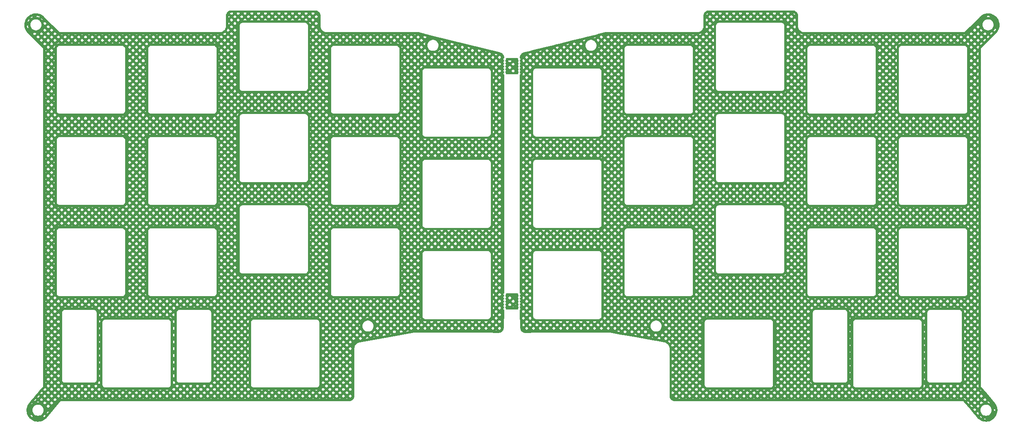
<source format=gtl>
G04 #@! TF.GenerationSoftware,KiCad,Pcbnew,7.0.7-7.0.7~ubuntu23.04.1*
G04 #@! TF.CreationDate,2023-09-15T04:47:31+00:00*
G04 #@! TF.ProjectId,LeChiffre_Plate,4c654368-6966-4667-9265-5f506c617465,rev?*
G04 #@! TF.SameCoordinates,Original*
G04 #@! TF.FileFunction,Copper,L1,Top*
G04 #@! TF.FilePolarity,Positive*
%FSLAX46Y46*%
G04 Gerber Fmt 4.6, Leading zero omitted, Abs format (unit mm)*
G04 Created by KiCad (PCBNEW 7.0.7-7.0.7~ubuntu23.04.1) date 2023-09-15 04:47:31*
%MOMM*%
%LPD*%
G01*
G04 APERTURE LIST*
G04 APERTURE END LIST*
G04 #@! TA.AperFunction,NonConductor*
G36*
X167010719Y-55237891D02*
G01*
X167056474Y-55290695D01*
X167066418Y-55359853D01*
X167065297Y-55366398D01*
X167055091Y-55417705D01*
X167055091Y-55417708D01*
X167074532Y-55515444D01*
X167074532Y-55515445D01*
X167074533Y-55515446D01*
X167129898Y-55598307D01*
X167154289Y-55614604D01*
X167199093Y-55668217D01*
X167207800Y-55737542D01*
X167177645Y-55800569D01*
X167154289Y-55820808D01*
X167129898Y-55837105D01*
X167074532Y-55919967D01*
X167055091Y-56017703D01*
X167055091Y-56017708D01*
X167074532Y-56115444D01*
X167074532Y-56115445D01*
X167074533Y-56115446D01*
X167129898Y-56198307D01*
X167154289Y-56214604D01*
X167199093Y-56268217D01*
X167207800Y-56337542D01*
X167177645Y-56400569D01*
X167154289Y-56420808D01*
X167129898Y-56437105D01*
X167074532Y-56519967D01*
X167055091Y-56617703D01*
X167055091Y-56617708D01*
X167074532Y-56715444D01*
X167074532Y-56715445D01*
X167074533Y-56715446D01*
X167129898Y-56798307D01*
X167154289Y-56814604D01*
X167199093Y-56868217D01*
X167207800Y-56937542D01*
X167177645Y-57000569D01*
X167154290Y-57020806D01*
X167129901Y-57037103D01*
X167129898Y-57037105D01*
X167074532Y-57119967D01*
X167055091Y-57217703D01*
X167055091Y-57217708D01*
X167074532Y-57315444D01*
X167074532Y-57315445D01*
X167074533Y-57315446D01*
X167129898Y-57398307D01*
X167154289Y-57414604D01*
X167199093Y-57468217D01*
X167207800Y-57537542D01*
X167177645Y-57600569D01*
X167154289Y-57620808D01*
X167129898Y-57637105D01*
X167074532Y-57719967D01*
X167055091Y-57817703D01*
X167055091Y-57817708D01*
X167074532Y-57915444D01*
X167074532Y-57915445D01*
X167074533Y-57915446D01*
X167129898Y-57998307D01*
X167154289Y-58014604D01*
X167199093Y-58068217D01*
X167207800Y-58137542D01*
X167177645Y-58200569D01*
X167154289Y-58220808D01*
X167129898Y-58237105D01*
X167074532Y-58319967D01*
X167055091Y-58417703D01*
X167055091Y-58417706D01*
X167065297Y-58469014D01*
X167059070Y-58538606D01*
X167016207Y-58593783D01*
X166950318Y-58617028D01*
X166943680Y-58617206D01*
X164677318Y-58617206D01*
X164610279Y-58597521D01*
X164564524Y-58544717D01*
X164554580Y-58475559D01*
X164555701Y-58469014D01*
X164565907Y-58417706D01*
X164565907Y-58417703D01*
X164547217Y-58323747D01*
X164546465Y-58319966D01*
X164491100Y-58237105D01*
X164491098Y-58237104D01*
X164491098Y-58237103D01*
X164466708Y-58220806D01*
X164421903Y-58167193D01*
X164413197Y-58097868D01*
X164443353Y-58034841D01*
X164466709Y-58014604D01*
X164491100Y-57998307D01*
X164546465Y-57915446D01*
X164555292Y-57871073D01*
X165752418Y-57871073D01*
X165761825Y-57918362D01*
X165795529Y-57968804D01*
X165945931Y-58119206D01*
X166159603Y-58119206D01*
X166310002Y-57968805D01*
X166343709Y-57918360D01*
X166353115Y-57871073D01*
X166343709Y-57823786D01*
X166310002Y-57773341D01*
X166150497Y-57613835D01*
X166100056Y-57580132D01*
X166052767Y-57570725D01*
X166005477Y-57580132D01*
X165955035Y-57613836D01*
X165795529Y-57773342D01*
X165761825Y-57823784D01*
X165752418Y-57871073D01*
X164555292Y-57871073D01*
X164560460Y-57845090D01*
X164565907Y-57817708D01*
X164565907Y-57817703D01*
X164546465Y-57719967D01*
X164546465Y-57719966D01*
X164491100Y-57637105D01*
X164491098Y-57637104D01*
X164491098Y-57637103D01*
X164466708Y-57620806D01*
X164421903Y-57567193D01*
X164413197Y-57497868D01*
X164443353Y-57434841D01*
X164466709Y-57414604D01*
X164491100Y-57398307D01*
X164546465Y-57315446D01*
X164560429Y-57245246D01*
X164565907Y-57217708D01*
X164565907Y-57217703D01*
X164546465Y-57119967D01*
X164546465Y-57119966D01*
X164546201Y-57119571D01*
X165054142Y-57119571D01*
X165059710Y-57147559D01*
X165060603Y-57153581D01*
X165063608Y-57184085D01*
X165063907Y-57190166D01*
X165063907Y-57225007D01*
X165088423Y-57261697D01*
X165247929Y-57421204D01*
X165298370Y-57454907D01*
X165345659Y-57464314D01*
X165392949Y-57454907D01*
X165443390Y-57421204D01*
X165602896Y-57261697D01*
X165636602Y-57211254D01*
X165646008Y-57163967D01*
X166459525Y-57163967D01*
X166468931Y-57211254D01*
X166502637Y-57261698D01*
X166569356Y-57328417D01*
X166561288Y-57287852D01*
X166560395Y-57281831D01*
X166557390Y-57251327D01*
X166557091Y-57245246D01*
X166557091Y-57190166D01*
X166557390Y-57184085D01*
X166560395Y-57153581D01*
X166561288Y-57147560D01*
X166591474Y-56995802D01*
X166592954Y-56989897D01*
X166599040Y-56969831D01*
X166502636Y-57066235D01*
X166468932Y-57116677D01*
X166459525Y-57163967D01*
X165646008Y-57163967D01*
X165636602Y-57116679D01*
X165602895Y-57066234D01*
X165443390Y-56906728D01*
X165392949Y-56873025D01*
X165345660Y-56863618D01*
X165298370Y-56873025D01*
X165247929Y-56906728D01*
X165088424Y-57066234D01*
X165054717Y-57116679D01*
X165054142Y-57119571D01*
X164546201Y-57119571D01*
X164491100Y-57037105D01*
X164491098Y-57037104D01*
X164491098Y-57037103D01*
X164466708Y-57020806D01*
X164421903Y-56967193D01*
X164413197Y-56897868D01*
X164443353Y-56834841D01*
X164466709Y-56814604D01*
X164491100Y-56798307D01*
X164546465Y-56715446D01*
X164565907Y-56617706D01*
X164565907Y-56617703D01*
X164546465Y-56519967D01*
X164546465Y-56519966D01*
X164504300Y-56456860D01*
X165752418Y-56456860D01*
X165761825Y-56504149D01*
X165795528Y-56554590D01*
X165955034Y-56714095D01*
X166005479Y-56747802D01*
X166052767Y-56757208D01*
X166100054Y-56747802D01*
X166150499Y-56714095D01*
X166310002Y-56554592D01*
X166343709Y-56504147D01*
X166353115Y-56456860D01*
X166343709Y-56409572D01*
X166310002Y-56359127D01*
X166150499Y-56199624D01*
X166100054Y-56165917D01*
X166052767Y-56156511D01*
X166005479Y-56165917D01*
X165955034Y-56199624D01*
X165795528Y-56359129D01*
X165761825Y-56409570D01*
X165752418Y-56456860D01*
X164504300Y-56456860D01*
X164491100Y-56437105D01*
X164491098Y-56437104D01*
X164491098Y-56437103D01*
X164466708Y-56420806D01*
X164421903Y-56367193D01*
X164413197Y-56297868D01*
X164443353Y-56234841D01*
X164466709Y-56214604D01*
X164491100Y-56198307D01*
X164546465Y-56115446D01*
X164561334Y-56040695D01*
X164565907Y-56017708D01*
X164565907Y-56017703D01*
X164546465Y-55919967D01*
X164546465Y-55919966D01*
X164491100Y-55837105D01*
X164491098Y-55837104D01*
X164491098Y-55837103D01*
X164466708Y-55820806D01*
X164421903Y-55767193D01*
X164419713Y-55749752D01*
X165045311Y-55749752D01*
X165054717Y-55797040D01*
X165088424Y-55847485D01*
X165247929Y-56006991D01*
X165298370Y-56040694D01*
X165345660Y-56050101D01*
X165392949Y-56040694D01*
X165443390Y-56006991D01*
X165602895Y-55847485D01*
X165636602Y-55797040D01*
X165646008Y-55749752D01*
X165639335Y-55716206D01*
X165051985Y-55716206D01*
X165045311Y-55749752D01*
X164419713Y-55749752D01*
X164413197Y-55697868D01*
X164443353Y-55634841D01*
X164466709Y-55614604D01*
X164491100Y-55598307D01*
X164546465Y-55515446D01*
X164565907Y-55417706D01*
X164565906Y-55417703D01*
X164555701Y-55366398D01*
X164561928Y-55296806D01*
X164604791Y-55241629D01*
X164670680Y-55218384D01*
X164677318Y-55218206D01*
X166943680Y-55218206D01*
X167010719Y-55237891D01*
G37*
G04 #@! TD.AperFunction*
G04 #@! TA.AperFunction,NonConductor*
G36*
X167010720Y-104323909D02*
G01*
X167056475Y-104376713D01*
X167066419Y-104445871D01*
X167065298Y-104452416D01*
X167055092Y-104503723D01*
X167055092Y-104503726D01*
X167074533Y-104601462D01*
X167074533Y-104601463D01*
X167074534Y-104601464D01*
X167129899Y-104684325D01*
X167154290Y-104700622D01*
X167199094Y-104754235D01*
X167207801Y-104823560D01*
X167177646Y-104886587D01*
X167154291Y-104906824D01*
X167131457Y-104922082D01*
X167129899Y-104923123D01*
X167074533Y-105005985D01*
X167055092Y-105103721D01*
X167055092Y-105103726D01*
X167074533Y-105201462D01*
X167074533Y-105201463D01*
X167074534Y-105201464D01*
X167129899Y-105284325D01*
X167154290Y-105300622D01*
X167199094Y-105354235D01*
X167207801Y-105423560D01*
X167177646Y-105486587D01*
X167154291Y-105506824D01*
X167145696Y-105512568D01*
X167129899Y-105523123D01*
X167074533Y-105605985D01*
X167055092Y-105703721D01*
X167055092Y-105703726D01*
X167074533Y-105801462D01*
X167074533Y-105801463D01*
X167074534Y-105801464D01*
X167129899Y-105884325D01*
X167154290Y-105900622D01*
X167199094Y-105954235D01*
X167207801Y-106023560D01*
X167177646Y-106086587D01*
X167154291Y-106106824D01*
X167129899Y-106123123D01*
X167074533Y-106205985D01*
X167055092Y-106303721D01*
X167055092Y-106303726D01*
X167074533Y-106401462D01*
X167074533Y-106401463D01*
X167074534Y-106401464D01*
X167129899Y-106484325D01*
X167154290Y-106500622D01*
X167199094Y-106554235D01*
X167207801Y-106623560D01*
X167177646Y-106686587D01*
X167154291Y-106706824D01*
X167151443Y-106708728D01*
X167129899Y-106723123D01*
X167074533Y-106805985D01*
X167055092Y-106903721D01*
X167055092Y-106903726D01*
X167074533Y-107001462D01*
X167074533Y-107001463D01*
X167074534Y-107001464D01*
X167129899Y-107084325D01*
X167154290Y-107100622D01*
X167199094Y-107154235D01*
X167207801Y-107223560D01*
X167177646Y-107286587D01*
X167154291Y-107306824D01*
X167135820Y-107319167D01*
X167129899Y-107323123D01*
X167074533Y-107405985D01*
X167055092Y-107503721D01*
X167055092Y-107503724D01*
X167065298Y-107555032D01*
X167059071Y-107624624D01*
X167016208Y-107679801D01*
X166950319Y-107703046D01*
X166943681Y-107703224D01*
X164677319Y-107703224D01*
X164610280Y-107683539D01*
X164564525Y-107630735D01*
X164554581Y-107561577D01*
X164555702Y-107555032D01*
X164565908Y-107503724D01*
X164565908Y-107503721D01*
X164548863Y-107418034D01*
X164546466Y-107405984D01*
X164491101Y-107323123D01*
X164466709Y-107306825D01*
X164421905Y-107253215D01*
X164415877Y-107205224D01*
X165861122Y-107205224D01*
X166244411Y-107205224D01*
X166150499Y-107111312D01*
X166100054Y-107077605D01*
X166052766Y-107068199D01*
X166005479Y-107077605D01*
X165955034Y-107111312D01*
X165861122Y-107205224D01*
X164415877Y-107205224D01*
X164413198Y-107183890D01*
X164443352Y-107120862D01*
X164466710Y-107100622D01*
X164491101Y-107084325D01*
X164546466Y-107001464D01*
X164558946Y-106938726D01*
X164565908Y-106903726D01*
X164565908Y-106903721D01*
X164546466Y-106805985D01*
X164546466Y-106805984D01*
X164491101Y-106723123D01*
X164466709Y-106706825D01*
X164428780Y-106661441D01*
X165045311Y-106661441D01*
X165054717Y-106708728D01*
X165088424Y-106759173D01*
X165247929Y-106918679D01*
X165298370Y-106952382D01*
X165345660Y-106961789D01*
X165392949Y-106952382D01*
X165443390Y-106918679D01*
X165602895Y-106759173D01*
X165636602Y-106708728D01*
X165646008Y-106661441D01*
X166459525Y-106661441D01*
X166468932Y-106708730D01*
X166502636Y-106759172D01*
X166563902Y-106820438D01*
X166591475Y-106681820D01*
X166592955Y-106675915D01*
X166601852Y-106646584D01*
X166603903Y-106640852D01*
X166619282Y-106603723D01*
X166603903Y-106566596D01*
X166601852Y-106560864D01*
X166592955Y-106531533D01*
X166591475Y-106525628D01*
X166583054Y-106483292D01*
X166502636Y-106563710D01*
X166468932Y-106614152D01*
X166459525Y-106661441D01*
X165646008Y-106661441D01*
X165636602Y-106614154D01*
X165602895Y-106563709D01*
X165443390Y-106404203D01*
X165392949Y-106370500D01*
X165345660Y-106361093D01*
X165298370Y-106370500D01*
X165247929Y-106404203D01*
X165088424Y-106563709D01*
X165054717Y-106614154D01*
X165045311Y-106661441D01*
X164428780Y-106661441D01*
X164421905Y-106653215D01*
X164413198Y-106583890D01*
X164443352Y-106520862D01*
X164466710Y-106500622D01*
X164491101Y-106484325D01*
X164546466Y-106401464D01*
X164565908Y-106303724D01*
X164565908Y-106303721D01*
X164551326Y-106230419D01*
X164546466Y-106205984D01*
X164491101Y-106123123D01*
X164466709Y-106106825D01*
X164421905Y-106053215D01*
X164413198Y-105983890D01*
X164427338Y-105954334D01*
X165752418Y-105954334D01*
X165761825Y-106001623D01*
X165795529Y-106052065D01*
X165955035Y-106211571D01*
X166005477Y-106245275D01*
X166052767Y-106254682D01*
X166100056Y-106245275D01*
X166150497Y-106211572D01*
X166310002Y-106052066D01*
X166343709Y-106001621D01*
X166353115Y-105954334D01*
X166343709Y-105907047D01*
X166310002Y-105856602D01*
X166150497Y-105697096D01*
X166100056Y-105663393D01*
X166052767Y-105653986D01*
X166005477Y-105663393D01*
X165955035Y-105697097D01*
X165795529Y-105856603D01*
X165761825Y-105907045D01*
X165752418Y-105954334D01*
X164427338Y-105954334D01*
X164443352Y-105920862D01*
X164466710Y-105900622D01*
X164491101Y-105884325D01*
X164546466Y-105801464D01*
X164565908Y-105703724D01*
X164565908Y-105703721D01*
X164546466Y-105605985D01*
X164546466Y-105605984D01*
X164491101Y-105523123D01*
X164466709Y-105506825D01*
X164421905Y-105453215D01*
X164413198Y-105383890D01*
X164443352Y-105320862D01*
X164466710Y-105300622D01*
X164491101Y-105284325D01*
X164515889Y-105247227D01*
X165045311Y-105247227D01*
X165054717Y-105294515D01*
X165088424Y-105344960D01*
X165247927Y-105504463D01*
X165298372Y-105538170D01*
X165345660Y-105547576D01*
X165392947Y-105538170D01*
X165443392Y-105504463D01*
X165602895Y-105344960D01*
X165636602Y-105294515D01*
X165646008Y-105247227D01*
X166459525Y-105247227D01*
X166468932Y-105294517D01*
X166502635Y-105344958D01*
X166602486Y-105444809D01*
X166603903Y-105440852D01*
X166619282Y-105403723D01*
X166603903Y-105366596D01*
X166601852Y-105360864D01*
X166592955Y-105331533D01*
X166591475Y-105325628D01*
X166561289Y-105173870D01*
X166560396Y-105167849D01*
X166557391Y-105137345D01*
X166557092Y-105131264D01*
X166557092Y-105095041D01*
X166502636Y-105149496D01*
X166468932Y-105199938D01*
X166459525Y-105247227D01*
X165646008Y-105247227D01*
X165636602Y-105199940D01*
X165602895Y-105149495D01*
X165443390Y-104989989D01*
X165392949Y-104956286D01*
X165345660Y-104946879D01*
X165298370Y-104956286D01*
X165247929Y-104989989D01*
X165088424Y-105149495D01*
X165054717Y-105199940D01*
X165045311Y-105247227D01*
X164515889Y-105247227D01*
X164546466Y-105201464D01*
X164560951Y-105128643D01*
X164565908Y-105103726D01*
X164565908Y-105103721D01*
X164546466Y-105005985D01*
X164546466Y-105005984D01*
X164491101Y-104923123D01*
X164466709Y-104906825D01*
X164421905Y-104853215D01*
X164413198Y-104783890D01*
X164443352Y-104720862D01*
X164466710Y-104700622D01*
X164491101Y-104684325D01*
X164546466Y-104601464D01*
X164558946Y-104538726D01*
X164565908Y-104503726D01*
X164565908Y-104503723D01*
X164555702Y-104452416D01*
X164561929Y-104382824D01*
X164604792Y-104327647D01*
X164670681Y-104304402D01*
X164677319Y-104304224D01*
X166943681Y-104304224D01*
X167010720Y-104323909D01*
G37*
G04 #@! TD.AperFunction*
G04 #@! TA.AperFunction,NonConductor*
G36*
X224313188Y-45258598D02*
G01*
X224490604Y-45274133D01*
X224511877Y-45277886D01*
X224676057Y-45321888D01*
X224696347Y-45329275D01*
X224850384Y-45401114D01*
X224869095Y-45411918D01*
X225008306Y-45509402D01*
X225024863Y-45523295D01*
X225145038Y-45643477D01*
X225158929Y-45660033D01*
X225256408Y-45799250D01*
X225267215Y-45817968D01*
X225339041Y-45971999D01*
X225346433Y-45992309D01*
X225390421Y-46156466D01*
X225394175Y-46177751D01*
X225409763Y-46355875D01*
X225409999Y-46361283D01*
X225410000Y-48418935D01*
X225409938Y-48419142D01*
X225409936Y-48572716D01*
X225441955Y-48774908D01*
X225505211Y-48969595D01*
X225505213Y-48969601D01*
X225598152Y-49152001D01*
X225718460Y-49317586D01*
X225718481Y-49317614D01*
X225863238Y-49462364D01*
X225980362Y-49547452D01*
X226028856Y-49582683D01*
X226028858Y-49582684D01*
X226211262Y-49675612D01*
X226211267Y-49675613D01*
X226211270Y-49675615D01*
X226405953Y-49738859D01*
X226405956Y-49738859D01*
X226405958Y-49738860D01*
X226608152Y-49770870D01*
X226697684Y-49770863D01*
X226697719Y-49770863D01*
X260059524Y-49770863D01*
X260078918Y-49772388D01*
X260093720Y-49774733D01*
X260107078Y-49767926D01*
X260125032Y-49760489D01*
X260139301Y-49755853D01*
X260148115Y-49743720D01*
X260160742Y-49728936D01*
X260503886Y-49385792D01*
X261918940Y-49385792D01*
X261928346Y-49433079D01*
X261962053Y-49483524D01*
X262121558Y-49643030D01*
X262171999Y-49676733D01*
X262219288Y-49686140D01*
X262266578Y-49676733D01*
X262317020Y-49643029D01*
X262476526Y-49483523D01*
X262510230Y-49433081D01*
X262519637Y-49385792D01*
X263333154Y-49385792D01*
X263342561Y-49433081D01*
X263376265Y-49483523D01*
X263535771Y-49643029D01*
X263586213Y-49676733D01*
X263633503Y-49686140D01*
X263680790Y-49676734D01*
X263731234Y-49643028D01*
X263890739Y-49483523D01*
X263891592Y-49482247D01*
X263842219Y-49437237D01*
X266173765Y-49437237D01*
X266204692Y-49483523D01*
X266343803Y-49622634D01*
X266344000Y-49622437D01*
X266511640Y-49431650D01*
X266645465Y-49234030D01*
X266652087Y-49220981D01*
X266559662Y-49128556D01*
X266509217Y-49094849D01*
X266461930Y-49085443D01*
X266441096Y-49089587D01*
X266430384Y-49111103D01*
X266429048Y-49113638D01*
X266422034Y-49126230D01*
X266420584Y-49128698D01*
X266406958Y-49150705D01*
X266405393Y-49153107D01*
X266397243Y-49165005D01*
X266395570Y-49167330D01*
X266251479Y-49358136D01*
X266249703Y-49360378D01*
X266240495Y-49371468D01*
X266238612Y-49373632D01*
X266221174Y-49392760D01*
X266219196Y-49394832D01*
X266209001Y-49405026D01*
X266206930Y-49407004D01*
X266173765Y-49437237D01*
X263842219Y-49437237D01*
X263809056Y-49407004D01*
X263806984Y-49405026D01*
X263796790Y-49394832D01*
X263794812Y-49392760D01*
X263777374Y-49373632D01*
X263775491Y-49371468D01*
X263766283Y-49360378D01*
X263764507Y-49358136D01*
X263620416Y-49167330D01*
X263618743Y-49165005D01*
X263610593Y-49153107D01*
X263609028Y-49150705D01*
X263595402Y-49128698D01*
X263593952Y-49126230D01*
X263586938Y-49113638D01*
X263585603Y-49111104D01*
X263579682Y-49099214D01*
X263535770Y-49128556D01*
X263376264Y-49288061D01*
X263342561Y-49338502D01*
X263333154Y-49385792D01*
X262519637Y-49385792D01*
X262510230Y-49338502D01*
X262476527Y-49288061D01*
X262317021Y-49128556D01*
X262266576Y-49094849D01*
X262219288Y-49085443D01*
X262172001Y-49094849D01*
X262121556Y-49128556D01*
X261962053Y-49288059D01*
X261928346Y-49338504D01*
X261918940Y-49385792D01*
X260503886Y-49385792D01*
X261210993Y-48678684D01*
X262626047Y-48678684D01*
X262635453Y-48725972D01*
X262669160Y-48776417D01*
X262828665Y-48935923D01*
X262879106Y-48969626D01*
X262926396Y-48979033D01*
X262973685Y-48969626D01*
X263024126Y-48935923D01*
X263183631Y-48776417D01*
X263217338Y-48725972D01*
X263226744Y-48678684D01*
X263217338Y-48631397D01*
X263183632Y-48580954D01*
X263024126Y-48421447D01*
X262973685Y-48387744D01*
X262926396Y-48378337D01*
X262879106Y-48387744D01*
X262828665Y-48421447D01*
X262669159Y-48580954D01*
X262635453Y-48631397D01*
X262626047Y-48678684D01*
X261210993Y-48678684D01*
X261545149Y-48344528D01*
X261545567Y-48344173D01*
X261563825Y-48325853D01*
X261581537Y-48308142D01*
X261581878Y-48307739D01*
X261620200Y-48269290D01*
X263852564Y-48269290D01*
X263872237Y-48481600D01*
X263928313Y-48678685D01*
X263930589Y-48686682D01*
X263930589Y-48686684D01*
X264025625Y-48877543D01*
X264133286Y-49020107D01*
X264154121Y-49047697D01*
X264311691Y-49191342D01*
X264492974Y-49303588D01*
X264691795Y-49380611D01*
X264901383Y-49419790D01*
X264901385Y-49419790D01*
X265114601Y-49419790D01*
X265114603Y-49419790D01*
X265324191Y-49380611D01*
X265523012Y-49303588D01*
X265704295Y-49191342D01*
X265861865Y-49047697D01*
X265990359Y-48877545D01*
X266003179Y-48851799D01*
X266085396Y-48686684D01*
X266085396Y-48686683D01*
X266085398Y-48686679D01*
X266143749Y-48481600D01*
X266163422Y-48269290D01*
X266143749Y-48056980D01*
X266085398Y-47851901D01*
X266085396Y-47851896D01*
X266085396Y-47851895D01*
X266019939Y-47720438D01*
X266565758Y-47720438D01*
X266626279Y-47933139D01*
X266626999Y-47935911D01*
X266630300Y-47949946D01*
X266630892Y-47952751D01*
X266635647Y-47978192D01*
X266636107Y-47981013D01*
X266638100Y-47995291D01*
X266638431Y-47998141D01*
X266651312Y-48137163D01*
X266719165Y-48069310D01*
X266752872Y-48018865D01*
X266762278Y-47971578D01*
X266752872Y-47924291D01*
X266719165Y-47873846D01*
X266565758Y-47720438D01*
X266019939Y-47720438D01*
X265990360Y-47661036D01*
X265861865Y-47490883D01*
X265839598Y-47470584D01*
X265704295Y-47347238D01*
X265523012Y-47234992D01*
X265523010Y-47234991D01*
X265382206Y-47180444D01*
X265324191Y-47157969D01*
X265114603Y-47118790D01*
X264901383Y-47118790D01*
X264691795Y-47157969D01*
X264691792Y-47157969D01*
X264691792Y-47157970D01*
X264492975Y-47234991D01*
X264492973Y-47234992D01*
X264311692Y-47347237D01*
X264154120Y-47490883D01*
X264025625Y-47661036D01*
X263930589Y-47851895D01*
X263930589Y-47851897D01*
X263872237Y-48056979D01*
X263852964Y-48264978D01*
X263852564Y-48269290D01*
X261620200Y-48269290D01*
X263272014Y-46611985D01*
X263272026Y-46611978D01*
X263307090Y-46576798D01*
X263309926Y-46574125D01*
X263328874Y-46557364D01*
X264747367Y-46557364D01*
X264756773Y-46604652D01*
X264777292Y-46635360D01*
X264822596Y-46626892D01*
X264825422Y-46626431D01*
X264839698Y-46624439D01*
X264842544Y-46624109D01*
X264868316Y-46621721D01*
X264871172Y-46621523D01*
X264885575Y-46620856D01*
X264888441Y-46620790D01*
X265127545Y-46620790D01*
X265130411Y-46620856D01*
X265144814Y-46621523D01*
X265147670Y-46621721D01*
X265173442Y-46624109D01*
X265176288Y-46624439D01*
X265190564Y-46626431D01*
X265193390Y-46626892D01*
X265309319Y-46648562D01*
X265338657Y-46604654D01*
X265348064Y-46557364D01*
X265338657Y-46510075D01*
X265304953Y-46459633D01*
X265229387Y-46384067D01*
X265183716Y-46376912D01*
X264945152Y-46369812D01*
X264873398Y-46376714D01*
X264790480Y-46459632D01*
X264756773Y-46510077D01*
X264747367Y-46557364D01*
X263328874Y-46557364D01*
X263531262Y-46378338D01*
X263537390Y-46373566D01*
X263779916Y-46208157D01*
X263786580Y-46204200D01*
X264047918Y-46070496D01*
X264055062Y-46067392D01*
X264331071Y-45967505D01*
X264338542Y-45965321D01*
X264342258Y-45964484D01*
X264624904Y-45900813D01*
X264632582Y-45899583D01*
X264924765Y-45871474D01*
X264932552Y-45871217D01*
X265225963Y-45879951D01*
X265233685Y-45880667D01*
X265523704Y-45926109D01*
X265531287Y-45927790D01*
X265806446Y-46007236D01*
X265813309Y-46009218D01*
X265820647Y-46011846D01*
X266090225Y-46127973D01*
X266097160Y-46131490D01*
X266350065Y-46280493D01*
X266356518Y-46284863D01*
X266517679Y-46409444D01*
X266582605Y-46459634D01*
X266588749Y-46464383D01*
X266594604Y-46469528D01*
X266802506Y-46676742D01*
X266807657Y-46682566D01*
X266887999Y-46785787D01*
X266987952Y-46914205D01*
X266992343Y-46920644D01*
X267142174Y-47173039D01*
X267145724Y-47179977D01*
X267262745Y-47449171D01*
X267265397Y-47456499D01*
X267347755Y-47738231D01*
X267349468Y-47745834D01*
X267395867Y-48035669D01*
X267396613Y-48043427D01*
X267406319Y-48336785D01*
X267406087Y-48344575D01*
X267378949Y-48636850D01*
X267377742Y-48644549D01*
X267348496Y-48776417D01*
X267323620Y-48888583D01*
X267314190Y-48931100D01*
X267312028Y-48938588D01*
X267213055Y-49214934D01*
X267209971Y-49222091D01*
X267103634Y-49431650D01*
X267077157Y-49483829D01*
X267077150Y-49483842D01*
X267073193Y-49490557D01*
X266908614Y-49733592D01*
X266903848Y-49739758D01*
X266709057Y-49961446D01*
X266706395Y-49964290D01*
X263551916Y-53129251D01*
X263536979Y-53142030D01*
X263525009Y-53150726D01*
X263525008Y-53150729D01*
X263520317Y-53165165D01*
X263512968Y-53182950D01*
X263506102Y-53196481D01*
X263508441Y-53211094D01*
X263509999Y-53230690D01*
X263509999Y-123657814D01*
X263506316Y-123687811D01*
X263505084Y-123692748D01*
X263515189Y-123717758D01*
X263516669Y-123721824D01*
X263525007Y-123747488D01*
X263525008Y-123747489D01*
X263525009Y-123747490D01*
X263529121Y-123750478D01*
X263529126Y-123750481D01*
X263551226Y-123771091D01*
X264133208Y-124464668D01*
X264799459Y-125258674D01*
X264799779Y-125259121D01*
X264805609Y-125266045D01*
X264816128Y-125278539D01*
X264825985Y-125290286D01*
X264832114Y-125297590D01*
X264832483Y-125297964D01*
X266390487Y-127148481D01*
X266390495Y-127148488D01*
X266406589Y-127167605D01*
X266408996Y-127170651D01*
X266478996Y-127265268D01*
X266584733Y-127408188D01*
X266588966Y-127414732D01*
X266732592Y-127670721D01*
X266735971Y-127677744D01*
X266747220Y-127705452D01*
X266846379Y-127949710D01*
X266848845Y-127957079D01*
X266894654Y-128129301D01*
X266924299Y-128240753D01*
X266925825Y-128248395D01*
X266965130Y-128539273D01*
X266965687Y-128547048D01*
X266968223Y-128840553D01*
X266967801Y-128848335D01*
X266933530Y-129139857D01*
X266932136Y-129147521D01*
X266861602Y-129432439D01*
X266859258Y-129439872D01*
X266753566Y-129713706D01*
X266750309Y-129720786D01*
X266611135Y-129979211D01*
X266607015Y-129985828D01*
X266436545Y-130224773D01*
X266431629Y-130230821D01*
X266232554Y-130446519D01*
X266226919Y-130451903D01*
X266002388Y-130640943D01*
X265996123Y-130645578D01*
X265749654Y-130804995D01*
X265742858Y-130808809D01*
X265478369Y-130936070D01*
X265471148Y-130939001D01*
X265192779Y-131032115D01*
X265185247Y-131034118D01*
X265043049Y-131062520D01*
X264897407Y-131091609D01*
X264889691Y-131092650D01*
X264596924Y-131113610D01*
X264589132Y-131113677D01*
X264296038Y-131097778D01*
X264288298Y-131096868D01*
X263999513Y-131044360D01*
X263991948Y-131042487D01*
X263712011Y-130954197D01*
X263704746Y-130951392D01*
X263438083Y-130828713D01*
X263431231Y-130825022D01*
X263405189Y-130808809D01*
X263182055Y-130669891D01*
X263175715Y-130665368D01*
X263047838Y-130561426D01*
X264127286Y-130561426D01*
X264350398Y-130601993D01*
X264588723Y-130614922D01*
X264603540Y-130613861D01*
X264597847Y-130605341D01*
X264438341Y-130445836D01*
X264387896Y-130412129D01*
X264340609Y-130402723D01*
X264293322Y-130412129D01*
X264242877Y-130445836D01*
X264127286Y-130561426D01*
X263047838Y-130561426D01*
X262947937Y-130480223D01*
X262942210Y-130474937D01*
X262737646Y-130260836D01*
X262735053Y-130257947D01*
X262514483Y-129995965D01*
X263333154Y-129995965D01*
X263342561Y-130043254D01*
X263376265Y-130093696D01*
X263535771Y-130253202D01*
X263586213Y-130286906D01*
X263633503Y-130296313D01*
X263680790Y-130286907D01*
X263731234Y-130253201D01*
X263805673Y-130178762D01*
X263602807Y-130053151D01*
X263600405Y-130051587D01*
X263588510Y-130043437D01*
X263586186Y-130041765D01*
X263565531Y-130026167D01*
X263563286Y-130024389D01*
X263552196Y-130015180D01*
X263550036Y-130013300D01*
X263398941Y-129875557D01*
X263376265Y-129898233D01*
X263342561Y-129948675D01*
X263333154Y-129995965D01*
X262514483Y-129995965D01*
X261919148Y-129288858D01*
X262626047Y-129288858D01*
X262635453Y-129336145D01*
X262669160Y-129386590D01*
X262828665Y-129546096D01*
X262879106Y-129579799D01*
X262926396Y-129589206D01*
X262973685Y-129579799D01*
X263024123Y-129546098D01*
X263104682Y-129465537D01*
X263043310Y-129342282D01*
X263042093Y-129339690D01*
X263036267Y-129326494D01*
X263035169Y-129323844D01*
X263025821Y-129299709D01*
X263024848Y-129297014D01*
X263020270Y-129283354D01*
X263019424Y-129280622D01*
X262953991Y-129050656D01*
X262953271Y-129047884D01*
X262949970Y-129033849D01*
X262949378Y-129031044D01*
X262944623Y-129005603D01*
X262944163Y-129002782D01*
X262942621Y-128991737D01*
X262926396Y-128988510D01*
X262879106Y-128997917D01*
X262828665Y-129031620D01*
X262669160Y-129191126D01*
X262635453Y-129241571D01*
X262626047Y-129288858D01*
X261919148Y-129288858D01*
X261280291Y-128530057D01*
X261931291Y-128530057D01*
X262226481Y-128880669D01*
X262266578Y-128872692D01*
X262317020Y-128838988D01*
X262441503Y-128714505D01*
X263416848Y-128714505D01*
X263436521Y-128926815D01*
X263494873Y-129131897D01*
X263494873Y-129131899D01*
X263589909Y-129322758D01*
X263697732Y-129465537D01*
X263718405Y-129492912D01*
X263875975Y-129636557D01*
X264057258Y-129748803D01*
X264256079Y-129825826D01*
X264465667Y-129865005D01*
X264465669Y-129865005D01*
X264678885Y-129865005D01*
X264678887Y-129865005D01*
X264888475Y-129825826D01*
X265087296Y-129748803D01*
X265268579Y-129636557D01*
X265426149Y-129492912D01*
X265554643Y-129322760D01*
X265620188Y-129191127D01*
X265649680Y-129131899D01*
X265649680Y-129131898D01*
X265649682Y-129131894D01*
X265708033Y-128926815D01*
X265727706Y-128714505D01*
X265726405Y-128700470D01*
X265724461Y-128679482D01*
X265708033Y-128502195D01*
X265702396Y-128482382D01*
X266206330Y-128482382D01*
X266224776Y-128681443D01*
X266224975Y-128684303D01*
X266225640Y-128698704D01*
X266225680Y-128700470D01*
X266364198Y-128838988D01*
X266414640Y-128872692D01*
X266461930Y-128882099D01*
X266462413Y-128882003D01*
X266470004Y-128817430D01*
X266467941Y-128578771D01*
X266435983Y-128342265D01*
X266421912Y-128289363D01*
X266414640Y-128290810D01*
X266364198Y-128324514D01*
X266206330Y-128482382D01*
X265702396Y-128482382D01*
X265649682Y-128297116D01*
X265649680Y-128297111D01*
X265649680Y-128297110D01*
X265554644Y-128106251D01*
X265426149Y-127936098D01*
X265410610Y-127921932D01*
X265268579Y-127792453D01*
X265087296Y-127680207D01*
X265087294Y-127680206D01*
X264925189Y-127617407D01*
X264888475Y-127603184D01*
X264752459Y-127577758D01*
X265772227Y-127577758D01*
X265773286Y-127578769D01*
X265783480Y-127588963D01*
X265785458Y-127591035D01*
X265802896Y-127610163D01*
X265804779Y-127612327D01*
X265813987Y-127623417D01*
X265815763Y-127625659D01*
X265959854Y-127816465D01*
X265961527Y-127818790D01*
X265969677Y-127830688D01*
X265971242Y-127833090D01*
X265984868Y-127855097D01*
X265986318Y-127857565D01*
X265993331Y-127870157D01*
X265994667Y-127872691D01*
X266030535Y-127944725D01*
X266045765Y-127921932D01*
X266055171Y-127874644D01*
X266045765Y-127827357D01*
X266012058Y-127776912D01*
X265852553Y-127617406D01*
X265802112Y-127583703D01*
X265772227Y-127577758D01*
X264752459Y-127577758D01*
X264678887Y-127564005D01*
X264465667Y-127564005D01*
X264256079Y-127603184D01*
X264256076Y-127603184D01*
X264256076Y-127603185D01*
X264057259Y-127680206D01*
X264057257Y-127680207D01*
X263875976Y-127792452D01*
X263718404Y-127936098D01*
X263589909Y-128106251D01*
X263494873Y-128297110D01*
X263494873Y-128297112D01*
X263436521Y-128502194D01*
X263416848Y-128714504D01*
X263416848Y-128714505D01*
X262441503Y-128714505D01*
X262476526Y-128679482D01*
X262510230Y-128629040D01*
X262519637Y-128581751D01*
X262510230Y-128534462D01*
X262476526Y-128484020D01*
X262317020Y-128324514D01*
X262266578Y-128290810D01*
X262219289Y-128281403D01*
X262171999Y-128290810D01*
X262121558Y-128324513D01*
X261962053Y-128484019D01*
X261931291Y-128530057D01*
X261280291Y-128530057D01*
X260626884Y-127753975D01*
X261277883Y-127753975D01*
X261601043Y-128137807D01*
X261609914Y-128131880D01*
X261769420Y-127972375D01*
X261803123Y-127921934D01*
X261812530Y-127874645D01*
X262626047Y-127874645D01*
X262635453Y-127921932D01*
X262669160Y-127972377D01*
X262828663Y-128131880D01*
X262879108Y-128165587D01*
X262926396Y-128174993D01*
X262973683Y-128165587D01*
X263024124Y-128131882D01*
X263025320Y-128130687D01*
X263025821Y-128129301D01*
X263035169Y-128105166D01*
X263036267Y-128102516D01*
X263042093Y-128089320D01*
X263043310Y-128086728D01*
X263149887Y-127872691D01*
X263151223Y-127870157D01*
X263158236Y-127857565D01*
X263159686Y-127855097D01*
X263173312Y-127833090D01*
X263174877Y-127830688D01*
X263183027Y-127818790D01*
X263184700Y-127816465D01*
X263198154Y-127798648D01*
X263183631Y-127776912D01*
X263024126Y-127617406D01*
X262973685Y-127583703D01*
X262926396Y-127574296D01*
X262879106Y-127583703D01*
X262828665Y-127617406D01*
X262669160Y-127776912D01*
X262635453Y-127827357D01*
X262626047Y-127874645D01*
X261812530Y-127874645D01*
X261803123Y-127827355D01*
X261769419Y-127776913D01*
X261609913Y-127617407D01*
X261559471Y-127583703D01*
X261512182Y-127574296D01*
X261464893Y-127583703D01*
X261414451Y-127617407D01*
X261277883Y-127753975D01*
X260626884Y-127753975D01*
X259980460Y-126986186D01*
X260631459Y-126986186D01*
X260955964Y-127371616D01*
X261062313Y-127265268D01*
X261096016Y-127214827D01*
X261105423Y-127167538D01*
X261918940Y-127167538D01*
X261928346Y-127214825D01*
X261962053Y-127265270D01*
X262121556Y-127424773D01*
X262172001Y-127458480D01*
X262219289Y-127467886D01*
X262266576Y-127458480D01*
X262317021Y-127424773D01*
X262476527Y-127265268D01*
X262510230Y-127214827D01*
X262519637Y-127167538D01*
X262519637Y-127167537D01*
X263333154Y-127167537D01*
X263342561Y-127214827D01*
X263376264Y-127265268D01*
X263535770Y-127424773D01*
X263538265Y-127426440D01*
X263550036Y-127415710D01*
X263552196Y-127413830D01*
X263563286Y-127404621D01*
X263565531Y-127402843D01*
X263586186Y-127387245D01*
X263588510Y-127385573D01*
X263600405Y-127377423D01*
X263602807Y-127375859D01*
X263806098Y-127249985D01*
X263808571Y-127248533D01*
X263821163Y-127241519D01*
X263823693Y-127240186D01*
X263846862Y-127228648D01*
X263849460Y-127227428D01*
X263862650Y-127221605D01*
X263865293Y-127220511D01*
X263928157Y-127196156D01*
X263933850Y-127167538D01*
X263924443Y-127120248D01*
X263895749Y-127077303D01*
X264785470Y-127077303D01*
X264992700Y-127116041D01*
X264995503Y-127116632D01*
X265009527Y-127119930D01*
X265012297Y-127120650D01*
X265037189Y-127127731D01*
X265039924Y-127128578D01*
X265053603Y-127133161D01*
X265056301Y-127134135D01*
X265279260Y-127220510D01*
X265281903Y-127221605D01*
X265295094Y-127227428D01*
X265297692Y-127228648D01*
X265320861Y-127240186D01*
X265321491Y-127240518D01*
X265338657Y-127214827D01*
X265348064Y-127167537D01*
X265338657Y-127120248D01*
X265304954Y-127069807D01*
X265145448Y-126910302D01*
X265095003Y-126876595D01*
X265047716Y-126867189D01*
X265000428Y-126876595D01*
X264949985Y-126910301D01*
X264790480Y-127069805D01*
X264785470Y-127077303D01*
X263895749Y-127077303D01*
X263890740Y-127069807D01*
X263731233Y-126910301D01*
X263680790Y-126876595D01*
X263633503Y-126867189D01*
X263586215Y-126876595D01*
X263535770Y-126910302D01*
X263376264Y-127069807D01*
X263342561Y-127120248D01*
X263333154Y-127167537D01*
X262519637Y-127167537D01*
X262510230Y-127120248D01*
X262476527Y-127069807D01*
X262317021Y-126910302D01*
X262266576Y-126876595D01*
X262219289Y-126867189D01*
X262172001Y-126876595D01*
X262121556Y-126910302D01*
X261962053Y-127069805D01*
X261928346Y-127120250D01*
X261918940Y-127167538D01*
X261105423Y-127167538D01*
X261105423Y-127167537D01*
X261096016Y-127120248D01*
X261062313Y-127069807D01*
X260902807Y-126910302D01*
X260852362Y-126876595D01*
X260805075Y-126867189D01*
X260757788Y-126876595D01*
X260707346Y-126910300D01*
X260631459Y-126986186D01*
X259980460Y-126986186D01*
X259874280Y-126860071D01*
X259871552Y-126856585D01*
X259855777Y-126834872D01*
X259855775Y-126834871D01*
X259850752Y-126833239D01*
X259823540Y-126820577D01*
X259819058Y-126817787D01*
X259792273Y-126819704D01*
X259787864Y-126819862D01*
X199770617Y-126819862D01*
X199770600Y-126819860D01*
X199731958Y-126819861D01*
X199726552Y-126819625D01*
X199549128Y-126804108D01*
X199527840Y-126800355D01*
X199363684Y-126756373D01*
X199343370Y-126748980D01*
X199189342Y-126677155D01*
X199170622Y-126666346D01*
X199031409Y-126568864D01*
X199014849Y-126554969D01*
X198920317Y-126460430D01*
X198894673Y-126434783D01*
X198880789Y-126418236D01*
X198813314Y-126321862D01*
X200484601Y-126321862D01*
X200917398Y-126321862D01*
X201898814Y-126321862D01*
X202331611Y-126321862D01*
X203313028Y-126321862D01*
X203745825Y-126321862D01*
X204727241Y-126321862D01*
X205160038Y-126321862D01*
X206141455Y-126321862D01*
X206574252Y-126321862D01*
X207555669Y-126321862D01*
X207988465Y-126321862D01*
X208969882Y-126321862D01*
X209402679Y-126321862D01*
X210384096Y-126321862D01*
X210816892Y-126321862D01*
X211798309Y-126321862D01*
X212231106Y-126321862D01*
X213212523Y-126321862D01*
X213645320Y-126321862D01*
X214626736Y-126321862D01*
X215059533Y-126321862D01*
X216040950Y-126321862D01*
X216473747Y-126321862D01*
X217455164Y-126321862D01*
X217887960Y-126321862D01*
X218869377Y-126321862D01*
X219302174Y-126321862D01*
X220283591Y-126321862D01*
X220716387Y-126321862D01*
X221697804Y-126321862D01*
X222130601Y-126321862D01*
X223112018Y-126321862D01*
X223544815Y-126321862D01*
X224526231Y-126321862D01*
X224959028Y-126321862D01*
X225940445Y-126321862D01*
X226373242Y-126321862D01*
X227354658Y-126321862D01*
X227787455Y-126321862D01*
X228768872Y-126321862D01*
X229201669Y-126321862D01*
X230183086Y-126321862D01*
X230615882Y-126321862D01*
X231597299Y-126321862D01*
X232030096Y-126321862D01*
X233011513Y-126321862D01*
X233444309Y-126321862D01*
X234425726Y-126321862D01*
X234858523Y-126321862D01*
X235839940Y-126321862D01*
X236272737Y-126321862D01*
X237254153Y-126321862D01*
X237686950Y-126321862D01*
X238668367Y-126321862D01*
X239101164Y-126321862D01*
X240082581Y-126321862D01*
X240515377Y-126321862D01*
X241496794Y-126321862D01*
X241929591Y-126321862D01*
X242911008Y-126321862D01*
X243343804Y-126321862D01*
X244325221Y-126321862D01*
X244758018Y-126321862D01*
X245739435Y-126321862D01*
X246172232Y-126321862D01*
X247153648Y-126321862D01*
X247586445Y-126321862D01*
X248567862Y-126321862D01*
X249000659Y-126321862D01*
X249982075Y-126321862D01*
X250414872Y-126321862D01*
X251396289Y-126321862D01*
X251829086Y-126321862D01*
X252810503Y-126321862D01*
X253243299Y-126321862D01*
X254224716Y-126321862D01*
X254657513Y-126321862D01*
X255638930Y-126321862D01*
X256071726Y-126321862D01*
X257053143Y-126321862D01*
X257485940Y-126321862D01*
X258467357Y-126321862D01*
X258900154Y-126321862D01*
X258900088Y-126321796D01*
X259881635Y-126321796D01*
X259900567Y-126324932D01*
X259976892Y-126343828D01*
X259995353Y-126349971D01*
X260031599Y-126365285D01*
X260047980Y-126373776D01*
X260065046Y-126380846D01*
X260100105Y-126398711D01*
X260116691Y-126408876D01*
X260180302Y-126455092D01*
X260195100Y-126467730D01*
X260222925Y-126495556D01*
X260235560Y-126510350D01*
X260265294Y-126551275D01*
X260309539Y-126603827D01*
X260355206Y-126558160D01*
X260388911Y-126507718D01*
X260398317Y-126460431D01*
X261211834Y-126460431D01*
X261221241Y-126507720D01*
X261254945Y-126558162D01*
X261414451Y-126717668D01*
X261464893Y-126751372D01*
X261512182Y-126760779D01*
X261559471Y-126751372D01*
X261609913Y-126717668D01*
X261769419Y-126558162D01*
X261803123Y-126507720D01*
X261812530Y-126460430D01*
X262626047Y-126460430D01*
X262635453Y-126507718D01*
X262669160Y-126558163D01*
X262828665Y-126717669D01*
X262879106Y-126751372D01*
X262926396Y-126760779D01*
X262973685Y-126751372D01*
X263024126Y-126717669D01*
X263183631Y-126558163D01*
X263217338Y-126507718D01*
X263226744Y-126460431D01*
X264040261Y-126460431D01*
X264049668Y-126507720D01*
X264083372Y-126558162D01*
X264242878Y-126717668D01*
X264293320Y-126751372D01*
X264340609Y-126760779D01*
X264387898Y-126751372D01*
X264438340Y-126717668D01*
X264597846Y-126558162D01*
X264631550Y-126507720D01*
X264640957Y-126460431D01*
X264631551Y-126413143D01*
X264597845Y-126362699D01*
X264438340Y-126203194D01*
X264387898Y-126169490D01*
X264340609Y-126160083D01*
X264293320Y-126169490D01*
X264242878Y-126203194D01*
X264083373Y-126362699D01*
X264049667Y-126413143D01*
X264040261Y-126460431D01*
X263226744Y-126460431D01*
X263226744Y-126460430D01*
X263217338Y-126413143D01*
X263183632Y-126362700D01*
X263024126Y-126203193D01*
X262973685Y-126169490D01*
X262926396Y-126160083D01*
X262879106Y-126169490D01*
X262828665Y-126203193D01*
X262669159Y-126362700D01*
X262635453Y-126413143D01*
X262626047Y-126460430D01*
X261812530Y-126460430D01*
X261803124Y-126413143D01*
X261769418Y-126362699D01*
X261609913Y-126203194D01*
X261559471Y-126169490D01*
X261512182Y-126160083D01*
X261464893Y-126169490D01*
X261414451Y-126203194D01*
X261254946Y-126362699D01*
X261221240Y-126413143D01*
X261211834Y-126460431D01*
X260398317Y-126460431D01*
X260398317Y-126460430D01*
X260388911Y-126413143D01*
X260355205Y-126362700D01*
X260195700Y-126203195D01*
X260145256Y-126169489D01*
X260097968Y-126160083D01*
X260050679Y-126169490D01*
X260000237Y-126203194D01*
X259881635Y-126321796D01*
X258900088Y-126321796D01*
X258781486Y-126203194D01*
X258731044Y-126169490D01*
X258683755Y-126160083D01*
X258636467Y-126169489D01*
X258586023Y-126203195D01*
X258467357Y-126321862D01*
X257485940Y-126321862D01*
X257367272Y-126203194D01*
X257316830Y-126169490D01*
X257269541Y-126160083D01*
X257222252Y-126169490D01*
X257171810Y-126203194D01*
X257053143Y-126321862D01*
X256071726Y-126321862D01*
X255953058Y-126203193D01*
X255902617Y-126169490D01*
X255855327Y-126160083D01*
X255808038Y-126169490D01*
X255757597Y-126203193D01*
X255638930Y-126321862D01*
X254657513Y-126321862D01*
X254538845Y-126203194D01*
X254488403Y-126169490D01*
X254441114Y-126160083D01*
X254393825Y-126169490D01*
X254343383Y-126203194D01*
X254224716Y-126321862D01*
X253243299Y-126321862D01*
X253124631Y-126203193D01*
X253074190Y-126169490D01*
X253026900Y-126160083D01*
X252979611Y-126169490D01*
X252929170Y-126203193D01*
X252810503Y-126321862D01*
X251829086Y-126321862D01*
X251710418Y-126203194D01*
X251659976Y-126169490D01*
X251612687Y-126160083D01*
X251565398Y-126169490D01*
X251514956Y-126203194D01*
X251396289Y-126321862D01*
X250414872Y-126321862D01*
X250296204Y-126203193D01*
X250245763Y-126169490D01*
X250198474Y-126160083D01*
X250151184Y-126169490D01*
X250100742Y-126203194D01*
X249982075Y-126321862D01*
X249000659Y-126321862D01*
X248881991Y-126203194D01*
X248831549Y-126169490D01*
X248784259Y-126160083D01*
X248736972Y-126169489D01*
X248686528Y-126203195D01*
X248567862Y-126321862D01*
X247586445Y-126321862D01*
X247467778Y-126203195D01*
X247417334Y-126169489D01*
X247370047Y-126160083D01*
X247322757Y-126169490D01*
X247272315Y-126203194D01*
X247153648Y-126321862D01*
X246172232Y-126321862D01*
X246053564Y-126203194D01*
X246003122Y-126169490D01*
X245955833Y-126160083D01*
X245908543Y-126169490D01*
X245858102Y-126203193D01*
X245739435Y-126321862D01*
X244758018Y-126321862D01*
X244639350Y-126203194D01*
X244588908Y-126169490D01*
X244541619Y-126160083D01*
X244494330Y-126169490D01*
X244443888Y-126203194D01*
X244325221Y-126321862D01*
X243343804Y-126321862D01*
X243225136Y-126203193D01*
X243174695Y-126169490D01*
X243127406Y-126160083D01*
X243080116Y-126169490D01*
X243029675Y-126203193D01*
X242911008Y-126321862D01*
X241929591Y-126321862D01*
X241810923Y-126203194D01*
X241760481Y-126169490D01*
X241713192Y-126160083D01*
X241665903Y-126169490D01*
X241615461Y-126203194D01*
X241496794Y-126321862D01*
X240515377Y-126321862D01*
X240396709Y-126203193D01*
X240346268Y-126169490D01*
X240298979Y-126160083D01*
X240251689Y-126169490D01*
X240201248Y-126203193D01*
X240082581Y-126321862D01*
X239101164Y-126321862D01*
X238982496Y-126203194D01*
X238932054Y-126169490D01*
X238884765Y-126160083D01*
X238837476Y-126169490D01*
X238787034Y-126203194D01*
X238668367Y-126321862D01*
X237686950Y-126321862D01*
X237568283Y-126203195D01*
X237517839Y-126169489D01*
X237470552Y-126160083D01*
X237423262Y-126169490D01*
X237372820Y-126203194D01*
X237254153Y-126321862D01*
X236272737Y-126321862D01*
X236154069Y-126203194D01*
X236103627Y-126169490D01*
X236056338Y-126160083D01*
X236009050Y-126169489D01*
X235958606Y-126203195D01*
X235839940Y-126321862D01*
X234858523Y-126321862D01*
X234739856Y-126203195D01*
X234689412Y-126169489D01*
X234642124Y-126160083D01*
X234594835Y-126169490D01*
X234544393Y-126203194D01*
X234425726Y-126321862D01*
X233444309Y-126321862D01*
X233325641Y-126203193D01*
X233275200Y-126169490D01*
X233227911Y-126160083D01*
X233180621Y-126169490D01*
X233130180Y-126203193D01*
X233011513Y-126321862D01*
X232030096Y-126321862D01*
X231911428Y-126203194D01*
X231860986Y-126169490D01*
X231813697Y-126160083D01*
X231766408Y-126169490D01*
X231715966Y-126203194D01*
X231597299Y-126321862D01*
X230615882Y-126321862D01*
X230497214Y-126203193D01*
X230446773Y-126169490D01*
X230399483Y-126160083D01*
X230352194Y-126169490D01*
X230301753Y-126203193D01*
X230183086Y-126321862D01*
X229201669Y-126321862D01*
X229083001Y-126203194D01*
X229032559Y-126169490D01*
X228985270Y-126160083D01*
X228937981Y-126169490D01*
X228887539Y-126203194D01*
X228768872Y-126321862D01*
X227787455Y-126321862D01*
X227668787Y-126203193D01*
X227618346Y-126169490D01*
X227571057Y-126160083D01*
X227523767Y-126169490D01*
X227473325Y-126203194D01*
X227354658Y-126321862D01*
X226373242Y-126321862D01*
X226254574Y-126203194D01*
X226204132Y-126169490D01*
X226156842Y-126160083D01*
X226109555Y-126169489D01*
X226059111Y-126203195D01*
X225940445Y-126321862D01*
X224959028Y-126321862D01*
X224840361Y-126203195D01*
X224789917Y-126169489D01*
X224742630Y-126160083D01*
X224695340Y-126169490D01*
X224644898Y-126203194D01*
X224526231Y-126321862D01*
X223544815Y-126321862D01*
X223426147Y-126203194D01*
X223375705Y-126169490D01*
X223328416Y-126160083D01*
X223281126Y-126169490D01*
X223230685Y-126203193D01*
X223112018Y-126321862D01*
X222130601Y-126321862D01*
X222011933Y-126203194D01*
X221961491Y-126169490D01*
X221914202Y-126160083D01*
X221866913Y-126169490D01*
X221816471Y-126203194D01*
X221697804Y-126321862D01*
X220716387Y-126321862D01*
X220597719Y-126203193D01*
X220547278Y-126169490D01*
X220499989Y-126160083D01*
X220452699Y-126169490D01*
X220402258Y-126203193D01*
X220283591Y-126321862D01*
X219302174Y-126321862D01*
X219183506Y-126203194D01*
X219133064Y-126169490D01*
X219085775Y-126160083D01*
X219038486Y-126169490D01*
X218988044Y-126203194D01*
X218869377Y-126321862D01*
X217887960Y-126321862D01*
X217769292Y-126203193D01*
X217718851Y-126169490D01*
X217671562Y-126160083D01*
X217624272Y-126169490D01*
X217573831Y-126203193D01*
X217455164Y-126321862D01*
X216473747Y-126321862D01*
X216355079Y-126203194D01*
X216304637Y-126169490D01*
X216257348Y-126160083D01*
X216210059Y-126169490D01*
X216159617Y-126203194D01*
X216040950Y-126321862D01*
X215059533Y-126321862D01*
X214940866Y-126203195D01*
X214890422Y-126169489D01*
X214843135Y-126160083D01*
X214795845Y-126169490D01*
X214745403Y-126203194D01*
X214626736Y-126321862D01*
X213645320Y-126321862D01*
X213526652Y-126203194D01*
X213476210Y-126169490D01*
X213428921Y-126160083D01*
X213381633Y-126169489D01*
X213331189Y-126203195D01*
X213212523Y-126321862D01*
X212231106Y-126321862D01*
X212112439Y-126203195D01*
X212061995Y-126169489D01*
X212014707Y-126160083D01*
X211967418Y-126169490D01*
X211916976Y-126203194D01*
X211798309Y-126321862D01*
X210816892Y-126321862D01*
X210698224Y-126203193D01*
X210647783Y-126169490D01*
X210600494Y-126160083D01*
X210553204Y-126169490D01*
X210502763Y-126203193D01*
X210384096Y-126321862D01*
X209402679Y-126321862D01*
X209284011Y-126203194D01*
X209233569Y-126169490D01*
X209186280Y-126160083D01*
X209138991Y-126169490D01*
X209088549Y-126203194D01*
X208969882Y-126321862D01*
X207988465Y-126321862D01*
X207869797Y-126203193D01*
X207819356Y-126169490D01*
X207772066Y-126160083D01*
X207724777Y-126169490D01*
X207674336Y-126203193D01*
X207555669Y-126321862D01*
X206574252Y-126321862D01*
X206455584Y-126203194D01*
X206405142Y-126169490D01*
X206357853Y-126160083D01*
X206310564Y-126169490D01*
X206260122Y-126203194D01*
X206141455Y-126321862D01*
X205160038Y-126321862D01*
X205041370Y-126203193D01*
X204990929Y-126169490D01*
X204943640Y-126160083D01*
X204896350Y-126169490D01*
X204845908Y-126203194D01*
X204727241Y-126321862D01*
X203745825Y-126321862D01*
X203627157Y-126203194D01*
X203576715Y-126169490D01*
X203529425Y-126160083D01*
X203482138Y-126169489D01*
X203431694Y-126203195D01*
X203313028Y-126321862D01*
X202331611Y-126321862D01*
X202212944Y-126203195D01*
X202162500Y-126169489D01*
X202115213Y-126160083D01*
X202067923Y-126169490D01*
X202017481Y-126203194D01*
X201898814Y-126321862D01*
X200917398Y-126321862D01*
X200798730Y-126203194D01*
X200748288Y-126169490D01*
X200700999Y-126160083D01*
X200653709Y-126169490D01*
X200603268Y-126203193D01*
X200484601Y-126321862D01*
X198813314Y-126321862D01*
X198783310Y-126279007D01*
X198772506Y-126260290D01*
X198745887Y-126203194D01*
X198700690Y-126106250D01*
X198693301Y-126085944D01*
X198682137Y-126044266D01*
X198649326Y-125921772D01*
X198645576Y-125900485D01*
X198641257Y-125851055D01*
X198632717Y-125753324D01*
X199693544Y-125753324D01*
X199702951Y-125800613D01*
X199736655Y-125851055D01*
X199896161Y-126010561D01*
X199946603Y-126044265D01*
X199993892Y-126053672D01*
X200041181Y-126044265D01*
X200091623Y-126010561D01*
X200251129Y-125851055D01*
X200284833Y-125800613D01*
X200294240Y-125753324D01*
X201107757Y-125753324D01*
X201117163Y-125800611D01*
X201150870Y-125851056D01*
X201310375Y-126010562D01*
X201360816Y-126044265D01*
X201408106Y-126053672D01*
X201455395Y-126044265D01*
X201505836Y-126010562D01*
X201665341Y-125851056D01*
X201699048Y-125800611D01*
X201708454Y-125753324D01*
X202521971Y-125753324D01*
X202531378Y-125800613D01*
X202565082Y-125851055D01*
X202724588Y-126010561D01*
X202775030Y-126044265D01*
X202822319Y-126053672D01*
X202869608Y-126044265D01*
X202920050Y-126010561D01*
X203079556Y-125851055D01*
X203113260Y-125800613D01*
X203122667Y-125753324D01*
X203936184Y-125753324D01*
X203945590Y-125800611D01*
X203979297Y-125851056D01*
X204138802Y-126010562D01*
X204189243Y-126044265D01*
X204236532Y-126053672D01*
X204283822Y-126044265D01*
X204334263Y-126010562D01*
X204493768Y-125851056D01*
X204527475Y-125800611D01*
X204536881Y-125753324D01*
X205350398Y-125753324D01*
X205359805Y-125800613D01*
X205393509Y-125851055D01*
X205553015Y-126010561D01*
X205603457Y-126044265D01*
X205650746Y-126053672D01*
X205698035Y-126044265D01*
X205748477Y-126010561D01*
X205907983Y-125851055D01*
X205941687Y-125800613D01*
X205951094Y-125753324D01*
X206764611Y-125753324D01*
X206774017Y-125800611D01*
X206807724Y-125851056D01*
X206967229Y-126010562D01*
X207017670Y-126044265D01*
X207064960Y-126053672D01*
X207112249Y-126044265D01*
X207162691Y-126010561D01*
X207322197Y-125851055D01*
X207355901Y-125800613D01*
X207365308Y-125753324D01*
X208178825Y-125753324D01*
X208188232Y-125800613D01*
X208221936Y-125851055D01*
X208381442Y-126010561D01*
X208431884Y-126044265D01*
X208479173Y-126053672D01*
X208526461Y-126044266D01*
X208576905Y-126010560D01*
X208736409Y-125851056D01*
X208770116Y-125800611D01*
X208779522Y-125753324D01*
X209593039Y-125753324D01*
X209602446Y-125800613D01*
X209636150Y-125851055D01*
X209795655Y-126010560D01*
X209846099Y-126044266D01*
X209893387Y-126053672D01*
X209940676Y-126044265D01*
X209991118Y-126010561D01*
X210150624Y-125851055D01*
X210184328Y-125800613D01*
X210193735Y-125753324D01*
X211007252Y-125753324D01*
X211016659Y-125800613D01*
X211050363Y-125851055D01*
X211209869Y-126010561D01*
X211260311Y-126044265D01*
X211307601Y-126053672D01*
X211354890Y-126044265D01*
X211405331Y-126010562D01*
X211564836Y-125851056D01*
X211598543Y-125800611D01*
X211607949Y-125753324D01*
X212421466Y-125753324D01*
X212430873Y-125800613D01*
X212464577Y-125851055D01*
X212624083Y-126010561D01*
X212674525Y-126044265D01*
X212721814Y-126053672D01*
X212769103Y-126044265D01*
X212819545Y-126010561D01*
X212979051Y-125851055D01*
X213012755Y-125800613D01*
X213022162Y-125753324D01*
X213835679Y-125753324D01*
X213845085Y-125800611D01*
X213878792Y-125851056D01*
X214038297Y-126010562D01*
X214088738Y-126044265D01*
X214136028Y-126053672D01*
X214183317Y-126044265D01*
X214233758Y-126010562D01*
X214393263Y-125851056D01*
X214426970Y-125800611D01*
X214436376Y-125753324D01*
X215249893Y-125753324D01*
X215259300Y-125800613D01*
X215293004Y-125851055D01*
X215452510Y-126010561D01*
X215502952Y-126044265D01*
X215550241Y-126053672D01*
X215597530Y-126044265D01*
X215647972Y-126010561D01*
X215807478Y-125851055D01*
X215841182Y-125800613D01*
X215850589Y-125753324D01*
X216664106Y-125753324D01*
X216673512Y-125800611D01*
X216707219Y-125851056D01*
X216866724Y-126010562D01*
X216917165Y-126044265D01*
X216964454Y-126053672D01*
X217011744Y-126044265D01*
X217062186Y-126010561D01*
X217221692Y-125851055D01*
X217255396Y-125800613D01*
X217264803Y-125753324D01*
X218078320Y-125753324D01*
X218087727Y-125800613D01*
X218121431Y-125851055D01*
X218280937Y-126010561D01*
X218331379Y-126044265D01*
X218378669Y-126053672D01*
X218425956Y-126044266D01*
X218476400Y-126010560D01*
X218635905Y-125851055D01*
X218669609Y-125800613D01*
X218679016Y-125753324D01*
X219492533Y-125753324D01*
X219501939Y-125800611D01*
X219535646Y-125851056D01*
X219695150Y-126010560D01*
X219745594Y-126044266D01*
X219792882Y-126053672D01*
X219840171Y-126044265D01*
X219890613Y-126010561D01*
X220050119Y-125851055D01*
X220083823Y-125800613D01*
X220093230Y-125753324D01*
X220906747Y-125753324D01*
X220916154Y-125800613D01*
X220949858Y-125851055D01*
X221109364Y-126010561D01*
X221159806Y-126044265D01*
X221207095Y-126053672D01*
X221254385Y-126044265D01*
X221304826Y-126010562D01*
X221464331Y-125851056D01*
X221498038Y-125800611D01*
X221507444Y-125753324D01*
X222320961Y-125753324D01*
X222330368Y-125800613D01*
X222364072Y-125851055D01*
X222523578Y-126010561D01*
X222574020Y-126044265D01*
X222621309Y-126053672D01*
X222668598Y-126044265D01*
X222719040Y-126010561D01*
X222878546Y-125851055D01*
X222912250Y-125800613D01*
X222921657Y-125753324D01*
X223735174Y-125753324D01*
X223744580Y-125800611D01*
X223778287Y-125851056D01*
X223937792Y-126010562D01*
X223988233Y-126044265D01*
X224035523Y-126053672D01*
X224082812Y-126044265D01*
X224133253Y-126010562D01*
X224292758Y-125851056D01*
X224326465Y-125800611D01*
X224335871Y-125753324D01*
X225149388Y-125753324D01*
X225158795Y-125800613D01*
X225192499Y-125851055D01*
X225352005Y-126010561D01*
X225402447Y-126044265D01*
X225449736Y-126053672D01*
X225497025Y-126044265D01*
X225547467Y-126010561D01*
X225706973Y-125851055D01*
X225740677Y-125800613D01*
X225750084Y-125753324D01*
X226563601Y-125753324D01*
X226573007Y-125800611D01*
X226606714Y-125851056D01*
X226766219Y-126010562D01*
X226816660Y-126044265D01*
X226863949Y-126053672D01*
X226911239Y-126044265D01*
X226961680Y-126010562D01*
X227121185Y-125851056D01*
X227154892Y-125800611D01*
X227164298Y-125753324D01*
X227977815Y-125753324D01*
X227987222Y-125800613D01*
X228020926Y-125851055D01*
X228180432Y-126010561D01*
X228230874Y-126044265D01*
X228278163Y-126053672D01*
X228325452Y-126044265D01*
X228375894Y-126010561D01*
X228535400Y-125851055D01*
X228569104Y-125800613D01*
X228578511Y-125753324D01*
X229392028Y-125753324D01*
X229401434Y-125800611D01*
X229435141Y-125851056D01*
X229594646Y-126010562D01*
X229645087Y-126044265D01*
X229692377Y-126053672D01*
X229739666Y-126044265D01*
X229790108Y-126010561D01*
X229949614Y-125851055D01*
X229983318Y-125800613D01*
X229992725Y-125753324D01*
X230806242Y-125753324D01*
X230815649Y-125800613D01*
X230849353Y-125851055D01*
X231008859Y-126010561D01*
X231059301Y-126044265D01*
X231106590Y-126053672D01*
X231153878Y-126044266D01*
X231204322Y-126010560D01*
X231363826Y-125851056D01*
X231397533Y-125800611D01*
X231406939Y-125753324D01*
X232220456Y-125753324D01*
X232229863Y-125800613D01*
X232263567Y-125851055D01*
X232423072Y-126010560D01*
X232473516Y-126044266D01*
X232520804Y-126053672D01*
X232568093Y-126044265D01*
X232618535Y-126010561D01*
X232778041Y-125851055D01*
X232811745Y-125800613D01*
X232821152Y-125753324D01*
X233634669Y-125753324D01*
X233644076Y-125800613D01*
X233677780Y-125851055D01*
X233837286Y-126010561D01*
X233887728Y-126044265D01*
X233935018Y-126053672D01*
X233982307Y-126044265D01*
X234032748Y-126010562D01*
X234192253Y-125851056D01*
X234225960Y-125800611D01*
X234235366Y-125753324D01*
X235048883Y-125753324D01*
X235058290Y-125800613D01*
X235091994Y-125851055D01*
X235251500Y-126010561D01*
X235301942Y-126044265D01*
X235349231Y-126053672D01*
X235396520Y-126044265D01*
X235446962Y-126010561D01*
X235606468Y-125851055D01*
X235640172Y-125800613D01*
X235649579Y-125753324D01*
X236463096Y-125753324D01*
X236472502Y-125800611D01*
X236506209Y-125851056D01*
X236665714Y-126010562D01*
X236716155Y-126044265D01*
X236763445Y-126053672D01*
X236810734Y-126044265D01*
X236861175Y-126010562D01*
X237020680Y-125851056D01*
X237054387Y-125800611D01*
X237063793Y-125753324D01*
X237877310Y-125753324D01*
X237886717Y-125800613D01*
X237920421Y-125851055D01*
X238079927Y-126010561D01*
X238130369Y-126044265D01*
X238177658Y-126053672D01*
X238224947Y-126044265D01*
X238275389Y-126010561D01*
X238434895Y-125851055D01*
X238468599Y-125800613D01*
X238478006Y-125753324D01*
X239291523Y-125753324D01*
X239300929Y-125800611D01*
X239334636Y-125851056D01*
X239494141Y-126010562D01*
X239544582Y-126044265D01*
X239591871Y-126053672D01*
X239639161Y-126044265D01*
X239689603Y-126010561D01*
X239849109Y-125851055D01*
X239882813Y-125800613D01*
X239892220Y-125753324D01*
X240705737Y-125753324D01*
X240715144Y-125800613D01*
X240748848Y-125851055D01*
X240908354Y-126010561D01*
X240958796Y-126044265D01*
X241006086Y-126053672D01*
X241053373Y-126044266D01*
X241103817Y-126010560D01*
X241263322Y-125851055D01*
X241297026Y-125800613D01*
X241306433Y-125753324D01*
X242119950Y-125753324D01*
X242129356Y-125800611D01*
X242163063Y-125851056D01*
X242322567Y-126010560D01*
X242373011Y-126044266D01*
X242420299Y-126053672D01*
X242467588Y-126044265D01*
X242518030Y-126010561D01*
X242677536Y-125851055D01*
X242711240Y-125800613D01*
X242720647Y-125753324D01*
X243534164Y-125753324D01*
X243543571Y-125800613D01*
X243577275Y-125851055D01*
X243736781Y-126010561D01*
X243787223Y-126044265D01*
X243834512Y-126053672D01*
X243881802Y-126044265D01*
X243932243Y-126010562D01*
X244091748Y-125851056D01*
X244125455Y-125800611D01*
X244134861Y-125753324D01*
X244948378Y-125753324D01*
X244957785Y-125800613D01*
X244991489Y-125851055D01*
X245150995Y-126010561D01*
X245201437Y-126044265D01*
X245248726Y-126053672D01*
X245296015Y-126044265D01*
X245346457Y-126010561D01*
X245505963Y-125851055D01*
X245539667Y-125800613D01*
X245549074Y-125753324D01*
X246362591Y-125753324D01*
X246371997Y-125800611D01*
X246405704Y-125851056D01*
X246565209Y-126010562D01*
X246615650Y-126044265D01*
X246662940Y-126053672D01*
X246710229Y-126044265D01*
X246760670Y-126010562D01*
X246920175Y-125851056D01*
X246953882Y-125800611D01*
X246963288Y-125753324D01*
X247776805Y-125753324D01*
X247786212Y-125800613D01*
X247819916Y-125851055D01*
X247979422Y-126010561D01*
X248029864Y-126044265D01*
X248077153Y-126053672D01*
X248124442Y-126044265D01*
X248174884Y-126010561D01*
X248334390Y-125851055D01*
X248368094Y-125800613D01*
X248377501Y-125753324D01*
X249191018Y-125753324D01*
X249200424Y-125800611D01*
X249234131Y-125851056D01*
X249393636Y-126010562D01*
X249444077Y-126044265D01*
X249491366Y-126053672D01*
X249538656Y-126044265D01*
X249589097Y-126010562D01*
X249748602Y-125851056D01*
X249782309Y-125800611D01*
X249791715Y-125753324D01*
X250605232Y-125753324D01*
X250614639Y-125800613D01*
X250648343Y-125851055D01*
X250807849Y-126010561D01*
X250858291Y-126044265D01*
X250905580Y-126053672D01*
X250952869Y-126044265D01*
X251003311Y-126010561D01*
X251162817Y-125851055D01*
X251196521Y-125800613D01*
X251205928Y-125753324D01*
X252019445Y-125753324D01*
X252028851Y-125800611D01*
X252062558Y-125851056D01*
X252222063Y-126010562D01*
X252272504Y-126044265D01*
X252319794Y-126053672D01*
X252367083Y-126044265D01*
X252417525Y-126010561D01*
X252577031Y-125851055D01*
X252610735Y-125800613D01*
X252620142Y-125753324D01*
X253433659Y-125753324D01*
X253443066Y-125800613D01*
X253476770Y-125851055D01*
X253636276Y-126010561D01*
X253686718Y-126044265D01*
X253734007Y-126053672D01*
X253781295Y-126044266D01*
X253831739Y-126010560D01*
X253991243Y-125851056D01*
X254024950Y-125800611D01*
X254034356Y-125753324D01*
X254847873Y-125753324D01*
X254857280Y-125800613D01*
X254890984Y-125851055D01*
X255050489Y-126010560D01*
X255100933Y-126044266D01*
X255148221Y-126053672D01*
X255195510Y-126044265D01*
X255245952Y-126010561D01*
X255405458Y-125851055D01*
X255439162Y-125800613D01*
X255448569Y-125753324D01*
X256262086Y-125753324D01*
X256271493Y-125800613D01*
X256305197Y-125851055D01*
X256464703Y-126010561D01*
X256515145Y-126044265D01*
X256562435Y-126053672D01*
X256609724Y-126044265D01*
X256660165Y-126010562D01*
X256819670Y-125851056D01*
X256853377Y-125800611D01*
X256862783Y-125753324D01*
X257676300Y-125753324D01*
X257685707Y-125800613D01*
X257719411Y-125851055D01*
X257878917Y-126010561D01*
X257929359Y-126044265D01*
X257976648Y-126053672D01*
X258023937Y-126044265D01*
X258074379Y-126010561D01*
X258233885Y-125851055D01*
X258267589Y-125800613D01*
X258276996Y-125753324D01*
X259090513Y-125753324D01*
X259099919Y-125800611D01*
X259133626Y-125851056D01*
X259293131Y-126010562D01*
X259343572Y-126044265D01*
X259390862Y-126053672D01*
X259438151Y-126044265D01*
X259488592Y-126010562D01*
X259648097Y-125851056D01*
X259681804Y-125800611D01*
X259691210Y-125753324D01*
X260504727Y-125753324D01*
X260514134Y-125800613D01*
X260547838Y-125851055D01*
X260707344Y-126010561D01*
X260757786Y-126044265D01*
X260805075Y-126053672D01*
X260852364Y-126044265D01*
X260902806Y-126010561D01*
X261062312Y-125851055D01*
X261096016Y-125800613D01*
X261105423Y-125753324D01*
X261918940Y-125753324D01*
X261928346Y-125800611D01*
X261962053Y-125851056D01*
X262121558Y-126010562D01*
X262171999Y-126044265D01*
X262219289Y-126053672D01*
X262266578Y-126044265D01*
X262317020Y-126010561D01*
X262476526Y-125851055D01*
X262510230Y-125800613D01*
X262519637Y-125753324D01*
X263333154Y-125753324D01*
X263342561Y-125800613D01*
X263376265Y-125851055D01*
X263535771Y-126010561D01*
X263586213Y-126044265D01*
X263633503Y-126053672D01*
X263680790Y-126044266D01*
X263731234Y-126010560D01*
X263890739Y-125851055D01*
X263924443Y-125800613D01*
X263933850Y-125753324D01*
X263924443Y-125706035D01*
X263890739Y-125655593D01*
X263731234Y-125496088D01*
X263680790Y-125462382D01*
X263633503Y-125452976D01*
X263586213Y-125462383D01*
X263535771Y-125496087D01*
X263376265Y-125655593D01*
X263342561Y-125706035D01*
X263333154Y-125753324D01*
X262519637Y-125753324D01*
X262510230Y-125706035D01*
X262476526Y-125655593D01*
X262317020Y-125496087D01*
X262266578Y-125462383D01*
X262219288Y-125452976D01*
X262171999Y-125462383D01*
X262121558Y-125496086D01*
X261962053Y-125655592D01*
X261928346Y-125706037D01*
X261918940Y-125753324D01*
X261105423Y-125753324D01*
X261096016Y-125706035D01*
X261062312Y-125655593D01*
X260902806Y-125496087D01*
X260852364Y-125462383D01*
X260805075Y-125452976D01*
X260757786Y-125462383D01*
X260707344Y-125496087D01*
X260547838Y-125655593D01*
X260514134Y-125706035D01*
X260504727Y-125753324D01*
X259691210Y-125753324D01*
X259681804Y-125706037D01*
X259648097Y-125655592D01*
X259488592Y-125496086D01*
X259438151Y-125462383D01*
X259390862Y-125452976D01*
X259343572Y-125462383D01*
X259293131Y-125496086D01*
X259133626Y-125655592D01*
X259099919Y-125706037D01*
X259090513Y-125753324D01*
X258276996Y-125753324D01*
X258267589Y-125706035D01*
X258233885Y-125655593D01*
X258074379Y-125496087D01*
X258023937Y-125462383D01*
X257976648Y-125452976D01*
X257929359Y-125462383D01*
X257878917Y-125496087D01*
X257719411Y-125655593D01*
X257685707Y-125706035D01*
X257676300Y-125753324D01*
X256862783Y-125753324D01*
X256853377Y-125706037D01*
X256819670Y-125655592D01*
X256660165Y-125496086D01*
X256609724Y-125462383D01*
X256562435Y-125452976D01*
X256515145Y-125462383D01*
X256464703Y-125496087D01*
X256305197Y-125655593D01*
X256271493Y-125706035D01*
X256262086Y-125753324D01*
X255448569Y-125753324D01*
X255439162Y-125706035D01*
X255405458Y-125655593D01*
X255245952Y-125496087D01*
X255195510Y-125462383D01*
X255148221Y-125452976D01*
X255100933Y-125462382D01*
X255050489Y-125496088D01*
X254890984Y-125655593D01*
X254857280Y-125706035D01*
X254847873Y-125753324D01*
X254034356Y-125753324D01*
X254024950Y-125706037D01*
X253991243Y-125655592D01*
X253831739Y-125496088D01*
X253781295Y-125462382D01*
X253734008Y-125452976D01*
X253686718Y-125462383D01*
X253636276Y-125496087D01*
X253476770Y-125655593D01*
X253443066Y-125706035D01*
X253433659Y-125753324D01*
X252620142Y-125753324D01*
X252610735Y-125706035D01*
X252577031Y-125655593D01*
X252417525Y-125496087D01*
X252367083Y-125462383D01*
X252319794Y-125452976D01*
X252272504Y-125462383D01*
X252222063Y-125496086D01*
X252062558Y-125655592D01*
X252028851Y-125706037D01*
X252019445Y-125753324D01*
X251205928Y-125753324D01*
X251196521Y-125706035D01*
X251162817Y-125655593D01*
X251003311Y-125496087D01*
X250952869Y-125462383D01*
X250905580Y-125452976D01*
X250858291Y-125462383D01*
X250807849Y-125496087D01*
X250648343Y-125655593D01*
X250614639Y-125706035D01*
X250605232Y-125753324D01*
X249791715Y-125753324D01*
X249782309Y-125706037D01*
X249748602Y-125655592D01*
X249589097Y-125496086D01*
X249538656Y-125462383D01*
X249491367Y-125452976D01*
X249444077Y-125462383D01*
X249393636Y-125496086D01*
X249234131Y-125655592D01*
X249200424Y-125706037D01*
X249191018Y-125753324D01*
X248377501Y-125753324D01*
X248368094Y-125706035D01*
X248334390Y-125655593D01*
X248174884Y-125496087D01*
X248124442Y-125462383D01*
X248077153Y-125452976D01*
X248029864Y-125462383D01*
X247979422Y-125496087D01*
X247819916Y-125655593D01*
X247786212Y-125706035D01*
X247776805Y-125753324D01*
X246963288Y-125753324D01*
X246953882Y-125706037D01*
X246920175Y-125655592D01*
X246760670Y-125496086D01*
X246710229Y-125462383D01*
X246662939Y-125452976D01*
X246615650Y-125462383D01*
X246565209Y-125496086D01*
X246405704Y-125655592D01*
X246371997Y-125706037D01*
X246362591Y-125753324D01*
X245549074Y-125753324D01*
X245539667Y-125706035D01*
X245505963Y-125655593D01*
X245346457Y-125496087D01*
X245296015Y-125462383D01*
X245248726Y-125452976D01*
X245201437Y-125462383D01*
X245150995Y-125496087D01*
X244991489Y-125655593D01*
X244957785Y-125706035D01*
X244948378Y-125753324D01*
X244134861Y-125753324D01*
X244125455Y-125706037D01*
X244091748Y-125655592D01*
X243932243Y-125496086D01*
X243881802Y-125462383D01*
X243834512Y-125452976D01*
X243787223Y-125462383D01*
X243736781Y-125496087D01*
X243577275Y-125655593D01*
X243543571Y-125706035D01*
X243534164Y-125753324D01*
X242720647Y-125753324D01*
X242711240Y-125706035D01*
X242677536Y-125655593D01*
X242518030Y-125496087D01*
X242467588Y-125462383D01*
X242420299Y-125452976D01*
X242373011Y-125462382D01*
X242322567Y-125496088D01*
X242163063Y-125655592D01*
X242129356Y-125706037D01*
X242119950Y-125753324D01*
X241306433Y-125753324D01*
X241297026Y-125706035D01*
X241263322Y-125655593D01*
X241103817Y-125496088D01*
X241053373Y-125462382D01*
X241006086Y-125452976D01*
X240958796Y-125462383D01*
X240908354Y-125496087D01*
X240748848Y-125655593D01*
X240715144Y-125706035D01*
X240705737Y-125753324D01*
X239892220Y-125753324D01*
X239882813Y-125706035D01*
X239849109Y-125655593D01*
X239689603Y-125496087D01*
X239639161Y-125462383D01*
X239591871Y-125452976D01*
X239544582Y-125462383D01*
X239494141Y-125496086D01*
X239334636Y-125655592D01*
X239300929Y-125706037D01*
X239291523Y-125753324D01*
X238478006Y-125753324D01*
X238468599Y-125706035D01*
X238434895Y-125655593D01*
X238275389Y-125496087D01*
X238224947Y-125462383D01*
X238177658Y-125452976D01*
X238130369Y-125462383D01*
X238079927Y-125496087D01*
X237920421Y-125655593D01*
X237886717Y-125706035D01*
X237877310Y-125753324D01*
X237063793Y-125753324D01*
X237054387Y-125706037D01*
X237020680Y-125655592D01*
X236861175Y-125496086D01*
X236810734Y-125462383D01*
X236763445Y-125452976D01*
X236716155Y-125462383D01*
X236665714Y-125496086D01*
X236506209Y-125655592D01*
X236472502Y-125706037D01*
X236463096Y-125753324D01*
X235649579Y-125753324D01*
X235640172Y-125706035D01*
X235606468Y-125655593D01*
X235446962Y-125496087D01*
X235396520Y-125462383D01*
X235349231Y-125452976D01*
X235301942Y-125462383D01*
X235251500Y-125496087D01*
X235091994Y-125655593D01*
X235058290Y-125706035D01*
X235048883Y-125753324D01*
X234235366Y-125753324D01*
X234225960Y-125706037D01*
X234192253Y-125655592D01*
X234032748Y-125496086D01*
X233982307Y-125462383D01*
X233935018Y-125452976D01*
X233887728Y-125462383D01*
X233837286Y-125496087D01*
X233677780Y-125655593D01*
X233644076Y-125706035D01*
X233634669Y-125753324D01*
X232821152Y-125753324D01*
X232811745Y-125706035D01*
X232778041Y-125655593D01*
X232618535Y-125496087D01*
X232568093Y-125462383D01*
X232520804Y-125452976D01*
X232473516Y-125462382D01*
X232423072Y-125496088D01*
X232263567Y-125655593D01*
X232229863Y-125706035D01*
X232220456Y-125753324D01*
X231406939Y-125753324D01*
X231397533Y-125706037D01*
X231363826Y-125655592D01*
X231204322Y-125496088D01*
X231153878Y-125462382D01*
X231106591Y-125452976D01*
X231059301Y-125462383D01*
X231008859Y-125496087D01*
X230849353Y-125655593D01*
X230815649Y-125706035D01*
X230806242Y-125753324D01*
X229992725Y-125753324D01*
X229983318Y-125706035D01*
X229949614Y-125655593D01*
X229790108Y-125496087D01*
X229739666Y-125462383D01*
X229692377Y-125452976D01*
X229645087Y-125462383D01*
X229594646Y-125496086D01*
X229435141Y-125655592D01*
X229401434Y-125706037D01*
X229392028Y-125753324D01*
X228578511Y-125753324D01*
X228569104Y-125706035D01*
X228535400Y-125655593D01*
X228375894Y-125496087D01*
X228325452Y-125462383D01*
X228278163Y-125452976D01*
X228230874Y-125462383D01*
X228180432Y-125496087D01*
X228020926Y-125655593D01*
X227987222Y-125706035D01*
X227977815Y-125753324D01*
X227164298Y-125753324D01*
X227154892Y-125706037D01*
X227121185Y-125655592D01*
X226961680Y-125496086D01*
X226911239Y-125462383D01*
X226863950Y-125452976D01*
X226816660Y-125462383D01*
X226766219Y-125496086D01*
X226606714Y-125655592D01*
X226573007Y-125706037D01*
X226563601Y-125753324D01*
X225750084Y-125753324D01*
X225740677Y-125706035D01*
X225706973Y-125655593D01*
X225547467Y-125496087D01*
X225497025Y-125462383D01*
X225449736Y-125452976D01*
X225402447Y-125462383D01*
X225352005Y-125496087D01*
X225192499Y-125655593D01*
X225158795Y-125706035D01*
X225149388Y-125753324D01*
X224335871Y-125753324D01*
X224326465Y-125706037D01*
X224292758Y-125655592D01*
X224133253Y-125496086D01*
X224082812Y-125462383D01*
X224035523Y-125452976D01*
X223988233Y-125462383D01*
X223937792Y-125496086D01*
X223778287Y-125655592D01*
X223744580Y-125706037D01*
X223735174Y-125753324D01*
X222921657Y-125753324D01*
X222912250Y-125706035D01*
X222878546Y-125655593D01*
X222719040Y-125496087D01*
X222668598Y-125462383D01*
X222621309Y-125452976D01*
X222574020Y-125462383D01*
X222523578Y-125496087D01*
X222364072Y-125655593D01*
X222330368Y-125706035D01*
X222320961Y-125753324D01*
X221507444Y-125753324D01*
X221498038Y-125706037D01*
X221464331Y-125655592D01*
X221304826Y-125496086D01*
X221254385Y-125462383D01*
X221207095Y-125452976D01*
X221159806Y-125462383D01*
X221109364Y-125496087D01*
X220949858Y-125655593D01*
X220916154Y-125706035D01*
X220906747Y-125753324D01*
X220093230Y-125753324D01*
X220083823Y-125706035D01*
X220050119Y-125655593D01*
X219890613Y-125496087D01*
X219840171Y-125462383D01*
X219792882Y-125452976D01*
X219745594Y-125462382D01*
X219695150Y-125496088D01*
X219535646Y-125655592D01*
X219501939Y-125706037D01*
X219492533Y-125753324D01*
X218679016Y-125753324D01*
X218669609Y-125706035D01*
X218635905Y-125655593D01*
X218476400Y-125496088D01*
X218425956Y-125462382D01*
X218378669Y-125452976D01*
X218331379Y-125462383D01*
X218280937Y-125496087D01*
X218121431Y-125655593D01*
X218087727Y-125706035D01*
X218078320Y-125753324D01*
X217264803Y-125753324D01*
X217255396Y-125706035D01*
X217221692Y-125655593D01*
X217062186Y-125496087D01*
X217011744Y-125462383D01*
X216964454Y-125452976D01*
X216917165Y-125462383D01*
X216866724Y-125496086D01*
X216707219Y-125655592D01*
X216673512Y-125706037D01*
X216664106Y-125753324D01*
X215850589Y-125753324D01*
X215841182Y-125706035D01*
X215807478Y-125655593D01*
X215647972Y-125496087D01*
X215597530Y-125462383D01*
X215550241Y-125452976D01*
X215502952Y-125462383D01*
X215452510Y-125496087D01*
X215293004Y-125655593D01*
X215259300Y-125706035D01*
X215249893Y-125753324D01*
X214436376Y-125753324D01*
X214426970Y-125706037D01*
X214393263Y-125655592D01*
X214233758Y-125496086D01*
X214183317Y-125462383D01*
X214136028Y-125452976D01*
X214088738Y-125462383D01*
X214038297Y-125496086D01*
X213878792Y-125655592D01*
X213845085Y-125706037D01*
X213835679Y-125753324D01*
X213022162Y-125753324D01*
X213012755Y-125706035D01*
X212979051Y-125655593D01*
X212819545Y-125496087D01*
X212769103Y-125462383D01*
X212721814Y-125452976D01*
X212674525Y-125462383D01*
X212624083Y-125496087D01*
X212464577Y-125655593D01*
X212430873Y-125706035D01*
X212421466Y-125753324D01*
X211607949Y-125753324D01*
X211598543Y-125706037D01*
X211564836Y-125655592D01*
X211405331Y-125496086D01*
X211354890Y-125462383D01*
X211307601Y-125452976D01*
X211260311Y-125462383D01*
X211209869Y-125496087D01*
X211050363Y-125655593D01*
X211016659Y-125706035D01*
X211007252Y-125753324D01*
X210193735Y-125753324D01*
X210184328Y-125706035D01*
X210150624Y-125655593D01*
X209991118Y-125496087D01*
X209940676Y-125462383D01*
X209893387Y-125452976D01*
X209846099Y-125462382D01*
X209795655Y-125496088D01*
X209636150Y-125655593D01*
X209602446Y-125706035D01*
X209593039Y-125753324D01*
X208779522Y-125753324D01*
X208770116Y-125706037D01*
X208736409Y-125655592D01*
X208576905Y-125496088D01*
X208526461Y-125462382D01*
X208479174Y-125452976D01*
X208431884Y-125462383D01*
X208381442Y-125496087D01*
X208221936Y-125655593D01*
X208188232Y-125706035D01*
X208178825Y-125753324D01*
X207365308Y-125753324D01*
X207355901Y-125706035D01*
X207322197Y-125655593D01*
X207162691Y-125496087D01*
X207112249Y-125462383D01*
X207064960Y-125452976D01*
X207017670Y-125462383D01*
X206967229Y-125496086D01*
X206807724Y-125655592D01*
X206774017Y-125706037D01*
X206764611Y-125753324D01*
X205951094Y-125753324D01*
X205941687Y-125706035D01*
X205907983Y-125655593D01*
X205748477Y-125496087D01*
X205698035Y-125462383D01*
X205650746Y-125452976D01*
X205603457Y-125462383D01*
X205553015Y-125496087D01*
X205393509Y-125655593D01*
X205359805Y-125706035D01*
X205350398Y-125753324D01*
X204536881Y-125753324D01*
X204527475Y-125706037D01*
X204493768Y-125655592D01*
X204334263Y-125496086D01*
X204283822Y-125462383D01*
X204236533Y-125452976D01*
X204189243Y-125462383D01*
X204138802Y-125496086D01*
X203979297Y-125655592D01*
X203945590Y-125706037D01*
X203936184Y-125753324D01*
X203122667Y-125753324D01*
X203113260Y-125706035D01*
X203079556Y-125655593D01*
X202920050Y-125496087D01*
X202869608Y-125462383D01*
X202822319Y-125452976D01*
X202775030Y-125462383D01*
X202724588Y-125496087D01*
X202565082Y-125655593D01*
X202531378Y-125706035D01*
X202521971Y-125753324D01*
X201708454Y-125753324D01*
X201699048Y-125706037D01*
X201665341Y-125655592D01*
X201505836Y-125496086D01*
X201455395Y-125462383D01*
X201408106Y-125452976D01*
X201360816Y-125462383D01*
X201310375Y-125496086D01*
X201150870Y-125655592D01*
X201117163Y-125706037D01*
X201107757Y-125753324D01*
X200294240Y-125753324D01*
X200284833Y-125706035D01*
X200251129Y-125655593D01*
X200091623Y-125496087D01*
X200041181Y-125462383D01*
X199993892Y-125452976D01*
X199946603Y-125462383D01*
X199896161Y-125496087D01*
X199736655Y-125655593D01*
X199702951Y-125706035D01*
X199693544Y-125753324D01*
X198632717Y-125753324D01*
X198629983Y-125722042D01*
X198629750Y-125716661D01*
X198629753Y-125693446D01*
X198629752Y-125693444D01*
X198629754Y-125679041D01*
X198629750Y-125678997D01*
X198629750Y-125242149D01*
X199127749Y-125242149D01*
X199189054Y-125303454D01*
X199239496Y-125337158D01*
X199286785Y-125346565D01*
X199334074Y-125337158D01*
X199384516Y-125303454D01*
X199544021Y-125143949D01*
X199577727Y-125093505D01*
X199587133Y-125046217D01*
X200400650Y-125046217D01*
X200410056Y-125093505D01*
X200443762Y-125143948D01*
X200603268Y-125303455D01*
X200653709Y-125337158D01*
X200700999Y-125346565D01*
X200748288Y-125337158D01*
X200798730Y-125303454D01*
X200958235Y-125143949D01*
X200991941Y-125093505D01*
X201001347Y-125046217D01*
X201814864Y-125046217D01*
X201824270Y-125093505D01*
X201857976Y-125143949D01*
X202017481Y-125303454D01*
X202067923Y-125337158D01*
X202115213Y-125346565D01*
X202162500Y-125337159D01*
X202212944Y-125303453D01*
X202372448Y-125143949D01*
X202406154Y-125093505D01*
X202415560Y-125046218D01*
X202415560Y-125046217D01*
X203229078Y-125046217D01*
X203238484Y-125093505D01*
X203272190Y-125143949D01*
X203431694Y-125303453D01*
X203482138Y-125337159D01*
X203529425Y-125346565D01*
X203576715Y-125337158D01*
X203627157Y-125303454D01*
X203786662Y-125143949D01*
X203820368Y-125093505D01*
X203829774Y-125046218D01*
X204643291Y-125046218D01*
X204652697Y-125093505D01*
X204686403Y-125143949D01*
X204845908Y-125303454D01*
X204896350Y-125337158D01*
X204943640Y-125346565D01*
X204990929Y-125337158D01*
X205041370Y-125303455D01*
X205200876Y-125143948D01*
X205234582Y-125093505D01*
X205243988Y-125046218D01*
X206057505Y-125046218D01*
X206066911Y-125093505D01*
X206100617Y-125143949D01*
X206260122Y-125303454D01*
X206310564Y-125337158D01*
X206357853Y-125346565D01*
X206405142Y-125337158D01*
X206455584Y-125303454D01*
X206615089Y-125143949D01*
X206648795Y-125093505D01*
X206658201Y-125046217D01*
X207471718Y-125046217D01*
X207481124Y-125093505D01*
X207514830Y-125143948D01*
X207674336Y-125303455D01*
X207724777Y-125337158D01*
X207772067Y-125346565D01*
X207819356Y-125337158D01*
X207869797Y-125303455D01*
X208029303Y-125143948D01*
X208063009Y-125093505D01*
X208072415Y-125046217D01*
X208885932Y-125046217D01*
X208895338Y-125093505D01*
X208929044Y-125143949D01*
X209088549Y-125303454D01*
X209138991Y-125337158D01*
X209186280Y-125346565D01*
X209233569Y-125337158D01*
X209284011Y-125303454D01*
X209443516Y-125143949D01*
X209477222Y-125093505D01*
X209486628Y-125046218D01*
X210300145Y-125046218D01*
X210309551Y-125093505D01*
X210343257Y-125143948D01*
X210502763Y-125303455D01*
X210553204Y-125337158D01*
X210600494Y-125346565D01*
X210647783Y-125337158D01*
X210698224Y-125303455D01*
X210857730Y-125143948D01*
X210891436Y-125093505D01*
X210900842Y-125046218D01*
X211714359Y-125046218D01*
X211723765Y-125093505D01*
X211757471Y-125143949D01*
X211916976Y-125303454D01*
X211967418Y-125337158D01*
X212014708Y-125346565D01*
X212061995Y-125337159D01*
X212112439Y-125303453D01*
X212271943Y-125143949D01*
X212305649Y-125093505D01*
X212315055Y-125046217D01*
X213128572Y-125046217D01*
X213137978Y-125093505D01*
X213171684Y-125143948D01*
X213331189Y-125303453D01*
X213381633Y-125337159D01*
X213428920Y-125346565D01*
X213476210Y-125337158D01*
X213526652Y-125303454D01*
X213686157Y-125143949D01*
X213719863Y-125093505D01*
X213729269Y-125046217D01*
X214542786Y-125046217D01*
X214552192Y-125093505D01*
X214585898Y-125143949D01*
X214745403Y-125303454D01*
X214795845Y-125337158D01*
X214843135Y-125346565D01*
X214890422Y-125337159D01*
X214940866Y-125303453D01*
X215100371Y-125143948D01*
X215134077Y-125093505D01*
X215143483Y-125046217D01*
X215957000Y-125046217D01*
X215966406Y-125093505D01*
X216000112Y-125143949D01*
X216159617Y-125303454D01*
X216210059Y-125337158D01*
X216257348Y-125346565D01*
X216304637Y-125337158D01*
X216355079Y-125303454D01*
X216514584Y-125143949D01*
X216548290Y-125093505D01*
X216557696Y-125046218D01*
X217371213Y-125046218D01*
X217380619Y-125093505D01*
X217414325Y-125143948D01*
X217573831Y-125303455D01*
X217624272Y-125337158D01*
X217671561Y-125346565D01*
X217718851Y-125337158D01*
X217769292Y-125303455D01*
X217928798Y-125143948D01*
X217962504Y-125093505D01*
X217971910Y-125046218D01*
X218785427Y-125046218D01*
X218794833Y-125093505D01*
X218828539Y-125143949D01*
X218988044Y-125303454D01*
X219038486Y-125337158D01*
X219085775Y-125346565D01*
X219133064Y-125337158D01*
X219183506Y-125303454D01*
X219343011Y-125143949D01*
X219376717Y-125093505D01*
X219386123Y-125046218D01*
X219386123Y-125046217D01*
X220199640Y-125046217D01*
X220209046Y-125093505D01*
X220242752Y-125143948D01*
X220402258Y-125303455D01*
X220452699Y-125337158D01*
X220499989Y-125346565D01*
X220547278Y-125337158D01*
X220597719Y-125303455D01*
X220757225Y-125143948D01*
X220790931Y-125093505D01*
X220800337Y-125046217D01*
X221613854Y-125046217D01*
X221623260Y-125093505D01*
X221656966Y-125143949D01*
X221816471Y-125303454D01*
X221866913Y-125337158D01*
X221914202Y-125346565D01*
X221961491Y-125337158D01*
X222011933Y-125303454D01*
X222171438Y-125143949D01*
X222205144Y-125093505D01*
X222214550Y-125046218D01*
X223028067Y-125046218D01*
X223037473Y-125093505D01*
X223071179Y-125143948D01*
X223230685Y-125303455D01*
X223281126Y-125337158D01*
X223328416Y-125346565D01*
X223375705Y-125337158D01*
X223426147Y-125303454D01*
X223585652Y-125143949D01*
X223619358Y-125093505D01*
X223628764Y-125046218D01*
X224442281Y-125046218D01*
X224451687Y-125093505D01*
X224485393Y-125143949D01*
X224644898Y-125303454D01*
X224695340Y-125337158D01*
X224742630Y-125346565D01*
X224789917Y-125337159D01*
X224840361Y-125303453D01*
X224999865Y-125143949D01*
X225033571Y-125093505D01*
X225042977Y-125046218D01*
X225856495Y-125046218D01*
X225865901Y-125093505D01*
X225899607Y-125143949D01*
X226059111Y-125303453D01*
X226109555Y-125337159D01*
X226156843Y-125346565D01*
X226204132Y-125337158D01*
X226254574Y-125303454D01*
X226414079Y-125143949D01*
X226447785Y-125093505D01*
X226457191Y-125046217D01*
X227270708Y-125046217D01*
X227280114Y-125093505D01*
X227313820Y-125143949D01*
X227473325Y-125303454D01*
X227523767Y-125337158D01*
X227571057Y-125346565D01*
X227618346Y-125337158D01*
X227668787Y-125303455D01*
X227828293Y-125143948D01*
X227861999Y-125093505D01*
X227871405Y-125046218D01*
X228684922Y-125046218D01*
X228694328Y-125093505D01*
X228728034Y-125143949D01*
X228887539Y-125303454D01*
X228937981Y-125337158D01*
X228985270Y-125346565D01*
X229032559Y-125337158D01*
X229083001Y-125303454D01*
X229242506Y-125143949D01*
X229276212Y-125093505D01*
X229285618Y-125046218D01*
X230099135Y-125046218D01*
X230108541Y-125093505D01*
X230142247Y-125143948D01*
X230301753Y-125303455D01*
X230352194Y-125337158D01*
X230399484Y-125346565D01*
X230446773Y-125337158D01*
X230497214Y-125303455D01*
X230656720Y-125143948D01*
X230690426Y-125093505D01*
X230699832Y-125046218D01*
X230699832Y-125046217D01*
X231513349Y-125046217D01*
X231522755Y-125093505D01*
X231556461Y-125143949D01*
X231715966Y-125303454D01*
X231766408Y-125337158D01*
X231813697Y-125346565D01*
X231860986Y-125337158D01*
X231911428Y-125303454D01*
X232070933Y-125143949D01*
X232104639Y-125093505D01*
X232114045Y-125046218D01*
X232927562Y-125046218D01*
X232936968Y-125093505D01*
X232970674Y-125143948D01*
X233130180Y-125303455D01*
X233180621Y-125337158D01*
X233227911Y-125346565D01*
X233275200Y-125337158D01*
X233325641Y-125303455D01*
X233485147Y-125143948D01*
X233518853Y-125093505D01*
X233528259Y-125046218D01*
X233528259Y-125046217D01*
X234341776Y-125046217D01*
X234351182Y-125093505D01*
X234384888Y-125143949D01*
X234544393Y-125303454D01*
X234594835Y-125337158D01*
X234642125Y-125346565D01*
X234689412Y-125337159D01*
X234739856Y-125303453D01*
X234899360Y-125143949D01*
X234933066Y-125093505D01*
X234942472Y-125046218D01*
X234942472Y-125046217D01*
X235755989Y-125046217D01*
X235765395Y-125093505D01*
X235799101Y-125143948D01*
X235958606Y-125303453D01*
X236009050Y-125337159D01*
X236056337Y-125346565D01*
X236103627Y-125337158D01*
X236154069Y-125303454D01*
X236313574Y-125143949D01*
X236347280Y-125093505D01*
X236356686Y-125046217D01*
X237170203Y-125046217D01*
X237179609Y-125093505D01*
X237213315Y-125143949D01*
X237372820Y-125303454D01*
X237423262Y-125337158D01*
X237470552Y-125346565D01*
X237517839Y-125337159D01*
X237568283Y-125303453D01*
X237727788Y-125143948D01*
X237761494Y-125093505D01*
X237770900Y-125046217D01*
X238584417Y-125046217D01*
X238593823Y-125093505D01*
X238627529Y-125143949D01*
X238787034Y-125303454D01*
X238837476Y-125337158D01*
X238884765Y-125346565D01*
X238932054Y-125337158D01*
X238982496Y-125303454D01*
X239142001Y-125143949D01*
X239175707Y-125093505D01*
X239185113Y-125046218D01*
X239998630Y-125046218D01*
X240008036Y-125093505D01*
X240041742Y-125143948D01*
X240201248Y-125303455D01*
X240251689Y-125337158D01*
X240298978Y-125346565D01*
X240346268Y-125337158D01*
X240396709Y-125303455D01*
X240556215Y-125143948D01*
X240589921Y-125093505D01*
X240599327Y-125046218D01*
X240599327Y-125046217D01*
X241412844Y-125046217D01*
X241422250Y-125093505D01*
X241455956Y-125143949D01*
X241615461Y-125303454D01*
X241665903Y-125337158D01*
X241713192Y-125346565D01*
X241760481Y-125337158D01*
X241810923Y-125303454D01*
X241970428Y-125143949D01*
X242004134Y-125093505D01*
X242013540Y-125046218D01*
X242827057Y-125046218D01*
X242836463Y-125093505D01*
X242870169Y-125143948D01*
X243029675Y-125303455D01*
X243080116Y-125337158D01*
X243127406Y-125346565D01*
X243174695Y-125337158D01*
X243225136Y-125303455D01*
X243384642Y-125143948D01*
X243418348Y-125093505D01*
X243427754Y-125046218D01*
X244241271Y-125046218D01*
X244250677Y-125093505D01*
X244284383Y-125143949D01*
X244443888Y-125303454D01*
X244494330Y-125337158D01*
X244541619Y-125346565D01*
X244588908Y-125337158D01*
X244639350Y-125303454D01*
X244798855Y-125143949D01*
X244832561Y-125093505D01*
X244841967Y-125046217D01*
X245655484Y-125046217D01*
X245664890Y-125093505D01*
X245698596Y-125143948D01*
X245858102Y-125303455D01*
X245908543Y-125337158D01*
X245955833Y-125346565D01*
X246003122Y-125337158D01*
X246053564Y-125303454D01*
X246213069Y-125143949D01*
X246246775Y-125093505D01*
X246256181Y-125046218D01*
X247069698Y-125046218D01*
X247079104Y-125093505D01*
X247112810Y-125143949D01*
X247272315Y-125303454D01*
X247322757Y-125337158D01*
X247370047Y-125346565D01*
X247417334Y-125337159D01*
X247467778Y-125303453D01*
X247627282Y-125143949D01*
X247660988Y-125093505D01*
X247670394Y-125046217D01*
X248483912Y-125046217D01*
X248493318Y-125093505D01*
X248527024Y-125143949D01*
X248686528Y-125303453D01*
X248736972Y-125337159D01*
X248784260Y-125346565D01*
X248831549Y-125337158D01*
X248881991Y-125303454D01*
X249041496Y-125143949D01*
X249075202Y-125093505D01*
X249084608Y-125046218D01*
X249898125Y-125046218D01*
X249907531Y-125093505D01*
X249941237Y-125143949D01*
X250100742Y-125303454D01*
X250151184Y-125337158D01*
X250198474Y-125346565D01*
X250245763Y-125337158D01*
X250296204Y-125303455D01*
X250455710Y-125143948D01*
X250489416Y-125093505D01*
X250498822Y-125046218D01*
X250498822Y-125046217D01*
X251312339Y-125046217D01*
X251321745Y-125093505D01*
X251355451Y-125143949D01*
X251514956Y-125303454D01*
X251565398Y-125337158D01*
X251612687Y-125346565D01*
X251659976Y-125337158D01*
X251710418Y-125303454D01*
X251869923Y-125143949D01*
X251903629Y-125093505D01*
X251913035Y-125046217D01*
X252726552Y-125046217D01*
X252735958Y-125093505D01*
X252769664Y-125143948D01*
X252929170Y-125303455D01*
X252979611Y-125337158D01*
X253026901Y-125346565D01*
X253074190Y-125337158D01*
X253124631Y-125303455D01*
X253284137Y-125143948D01*
X253317843Y-125093505D01*
X253327249Y-125046218D01*
X254140766Y-125046218D01*
X254150172Y-125093505D01*
X254183878Y-125143949D01*
X254343383Y-125303454D01*
X254393825Y-125337158D01*
X254441114Y-125346565D01*
X254488403Y-125337158D01*
X254538845Y-125303454D01*
X254698350Y-125143949D01*
X254732056Y-125093505D01*
X254741462Y-125046217D01*
X255554979Y-125046217D01*
X255564385Y-125093505D01*
X255598091Y-125143948D01*
X255757597Y-125303455D01*
X255808038Y-125337158D01*
X255855328Y-125346565D01*
X255902617Y-125337158D01*
X255953058Y-125303455D01*
X256112564Y-125143948D01*
X256146270Y-125093505D01*
X256155676Y-125046218D01*
X256969193Y-125046218D01*
X256978599Y-125093505D01*
X257012305Y-125143949D01*
X257171810Y-125303454D01*
X257222252Y-125337158D01*
X257269541Y-125346565D01*
X257316830Y-125337158D01*
X257367272Y-125303454D01*
X257526777Y-125143949D01*
X257560483Y-125093505D01*
X257569889Y-125046218D01*
X258383406Y-125046218D01*
X258392812Y-125093505D01*
X258426518Y-125143948D01*
X258586023Y-125303453D01*
X258636467Y-125337159D01*
X258683754Y-125346565D01*
X258731044Y-125337158D01*
X258781486Y-125303454D01*
X258940991Y-125143949D01*
X258974697Y-125093505D01*
X258984103Y-125046218D01*
X258984103Y-125046217D01*
X259797620Y-125046217D01*
X259807026Y-125093505D01*
X259840732Y-125143949D01*
X260000237Y-125303454D01*
X260050679Y-125337158D01*
X260097969Y-125346565D01*
X260145256Y-125337159D01*
X260195700Y-125303453D01*
X260355205Y-125143948D01*
X260388911Y-125093505D01*
X260398317Y-125046218D01*
X261211834Y-125046218D01*
X261221240Y-125093505D01*
X261254946Y-125143949D01*
X261414451Y-125303454D01*
X261464893Y-125337158D01*
X261512182Y-125346565D01*
X261559471Y-125337158D01*
X261609913Y-125303454D01*
X261769418Y-125143949D01*
X261803124Y-125093505D01*
X261812530Y-125046218D01*
X261812530Y-125046217D01*
X262626047Y-125046217D01*
X262635453Y-125093505D01*
X262669159Y-125143948D01*
X262828665Y-125303455D01*
X262879106Y-125337158D01*
X262926395Y-125346565D01*
X262973685Y-125337158D01*
X263024126Y-125303455D01*
X263183632Y-125143948D01*
X263217338Y-125093505D01*
X263226744Y-125046217D01*
X263217338Y-124998930D01*
X263183631Y-124948485D01*
X263024126Y-124788979D01*
X262973685Y-124755276D01*
X262926396Y-124745869D01*
X262879106Y-124755276D01*
X262828665Y-124788979D01*
X262669160Y-124948485D01*
X262635453Y-124998930D01*
X262626047Y-125046217D01*
X261812530Y-125046217D01*
X261803123Y-124998928D01*
X261769419Y-124948486D01*
X261609913Y-124788980D01*
X261559471Y-124755276D01*
X261512182Y-124745869D01*
X261464893Y-124755276D01*
X261414451Y-124788980D01*
X261254945Y-124948486D01*
X261221241Y-124998928D01*
X261211834Y-125046218D01*
X260398317Y-125046218D01*
X260398317Y-125046217D01*
X260388911Y-124998930D01*
X260355204Y-124948485D01*
X260195700Y-124788981D01*
X260145256Y-124755275D01*
X260097969Y-124745869D01*
X260050679Y-124755276D01*
X260000237Y-124788980D01*
X259840731Y-124948486D01*
X259807027Y-124998928D01*
X259797620Y-125046217D01*
X258984103Y-125046217D01*
X258974696Y-124998928D01*
X258940992Y-124948486D01*
X258781486Y-124788980D01*
X258731044Y-124755276D01*
X258683755Y-124745869D01*
X258636467Y-124755275D01*
X258586023Y-124788981D01*
X258426519Y-124948485D01*
X258392812Y-124998930D01*
X258383406Y-125046218D01*
X257569889Y-125046218D01*
X257560482Y-124998928D01*
X257526778Y-124948486D01*
X257367272Y-124788980D01*
X257316830Y-124755276D01*
X257269541Y-124745869D01*
X257222252Y-124755276D01*
X257171810Y-124788980D01*
X257012304Y-124948486D01*
X256978600Y-124998928D01*
X256969193Y-125046218D01*
X256155676Y-125046218D01*
X256155676Y-125046217D01*
X256146270Y-124998930D01*
X256112563Y-124948485D01*
X255953058Y-124788979D01*
X255902617Y-124755276D01*
X255855328Y-124745869D01*
X255808038Y-124755276D01*
X255757597Y-124788979D01*
X255598092Y-124948485D01*
X255564385Y-124998930D01*
X255554979Y-125046217D01*
X254741462Y-125046217D01*
X254732055Y-124998928D01*
X254698351Y-124948486D01*
X254538845Y-124788980D01*
X254488403Y-124755276D01*
X254441114Y-124745869D01*
X254393825Y-124755276D01*
X254343383Y-124788980D01*
X254183877Y-124948486D01*
X254150173Y-124998928D01*
X254140766Y-125046218D01*
X253327249Y-125046218D01*
X253327249Y-125046217D01*
X253317843Y-124998930D01*
X253284136Y-124948485D01*
X253124631Y-124788979D01*
X253074190Y-124755276D01*
X253026900Y-124745869D01*
X252979611Y-124755276D01*
X252929170Y-124788979D01*
X252769665Y-124948485D01*
X252735958Y-124998930D01*
X252726552Y-125046217D01*
X251913035Y-125046217D01*
X251903628Y-124998928D01*
X251869924Y-124948486D01*
X251710418Y-124788980D01*
X251659976Y-124755276D01*
X251612687Y-124745869D01*
X251565398Y-124755276D01*
X251514956Y-124788980D01*
X251355450Y-124948486D01*
X251321746Y-124998928D01*
X251312339Y-125046217D01*
X250498822Y-125046217D01*
X250489416Y-124998930D01*
X250455709Y-124948485D01*
X250296204Y-124788979D01*
X250245763Y-124755276D01*
X250198474Y-124745869D01*
X250151184Y-124755276D01*
X250100742Y-124788980D01*
X249941236Y-124948486D01*
X249907532Y-124998928D01*
X249898125Y-125046218D01*
X249084608Y-125046218D01*
X249084608Y-125046217D01*
X249075201Y-124998928D01*
X249041497Y-124948486D01*
X248881991Y-124788980D01*
X248831549Y-124755276D01*
X248784260Y-124745869D01*
X248736972Y-124755275D01*
X248686528Y-124788981D01*
X248527023Y-124948486D01*
X248493319Y-124998928D01*
X248483912Y-125046217D01*
X247670394Y-125046217D01*
X247660987Y-124998928D01*
X247627283Y-124948486D01*
X247467778Y-124788981D01*
X247417334Y-124755275D01*
X247370047Y-124745869D01*
X247322757Y-124755276D01*
X247272315Y-124788980D01*
X247112809Y-124948486D01*
X247079105Y-124998928D01*
X247069698Y-125046218D01*
X246256181Y-125046218D01*
X246256181Y-125046217D01*
X246246774Y-124998928D01*
X246213070Y-124948486D01*
X246053564Y-124788980D01*
X246003122Y-124755276D01*
X245955833Y-124745869D01*
X245908543Y-124755276D01*
X245858102Y-124788979D01*
X245698597Y-124948485D01*
X245664890Y-124998930D01*
X245655484Y-125046217D01*
X244841967Y-125046217D01*
X244832560Y-124998928D01*
X244798856Y-124948486D01*
X244639350Y-124788980D01*
X244588908Y-124755276D01*
X244541619Y-124745869D01*
X244494330Y-124755276D01*
X244443888Y-124788980D01*
X244284382Y-124948486D01*
X244250678Y-124998928D01*
X244241271Y-125046218D01*
X243427754Y-125046218D01*
X243418348Y-124998930D01*
X243384641Y-124948485D01*
X243225136Y-124788979D01*
X243174695Y-124755276D01*
X243127405Y-124745869D01*
X243080116Y-124755276D01*
X243029675Y-124788979D01*
X242870170Y-124948485D01*
X242836463Y-124998930D01*
X242827057Y-125046218D01*
X242013540Y-125046218D01*
X242004133Y-124998928D01*
X241970429Y-124948486D01*
X241810923Y-124788980D01*
X241760481Y-124755276D01*
X241713192Y-124745869D01*
X241665903Y-124755276D01*
X241615461Y-124788980D01*
X241455955Y-124948486D01*
X241422251Y-124998928D01*
X241412844Y-125046217D01*
X240599327Y-125046217D01*
X240589921Y-124998930D01*
X240556214Y-124948485D01*
X240396709Y-124788979D01*
X240346268Y-124755276D01*
X240298979Y-124745869D01*
X240251689Y-124755276D01*
X240201248Y-124788979D01*
X240041743Y-124948485D01*
X240008036Y-124998930D01*
X239998630Y-125046218D01*
X239185113Y-125046218D01*
X239185113Y-125046217D01*
X239175706Y-124998928D01*
X239142002Y-124948486D01*
X238982496Y-124788980D01*
X238932054Y-124755276D01*
X238884765Y-124745869D01*
X238837476Y-124755276D01*
X238787034Y-124788980D01*
X238627528Y-124948486D01*
X238593824Y-124998928D01*
X238584417Y-125046217D01*
X237770900Y-125046217D01*
X237761494Y-124998930D01*
X237727787Y-124948485D01*
X237568283Y-124788981D01*
X237517839Y-124755275D01*
X237470552Y-124745869D01*
X237423262Y-124755276D01*
X237372820Y-124788980D01*
X237213314Y-124948486D01*
X237179610Y-124998928D01*
X237170203Y-125046217D01*
X236356686Y-125046217D01*
X236347279Y-124998928D01*
X236313575Y-124948486D01*
X236154069Y-124788980D01*
X236103627Y-124755276D01*
X236056337Y-124745869D01*
X236009050Y-124755275D01*
X235958606Y-124788981D01*
X235799102Y-124948485D01*
X235765395Y-124998930D01*
X235755989Y-125046217D01*
X234942472Y-125046217D01*
X234933065Y-124998928D01*
X234899361Y-124948486D01*
X234739856Y-124788981D01*
X234689412Y-124755275D01*
X234642125Y-124745869D01*
X234594835Y-124755276D01*
X234544393Y-124788980D01*
X234384887Y-124948486D01*
X234351183Y-124998928D01*
X234341776Y-125046217D01*
X233528259Y-125046217D01*
X233518853Y-124998930D01*
X233485146Y-124948485D01*
X233325641Y-124788979D01*
X233275200Y-124755276D01*
X233227911Y-124745869D01*
X233180621Y-124755276D01*
X233130180Y-124788979D01*
X232970675Y-124948485D01*
X232936968Y-124998930D01*
X232927562Y-125046218D01*
X232114045Y-125046218D01*
X232104638Y-124998928D01*
X232070934Y-124948486D01*
X231911428Y-124788980D01*
X231860986Y-124755276D01*
X231813697Y-124745869D01*
X231766408Y-124755276D01*
X231715966Y-124788980D01*
X231556460Y-124948486D01*
X231522756Y-124998928D01*
X231513349Y-125046217D01*
X230699832Y-125046217D01*
X230690426Y-124998930D01*
X230656719Y-124948485D01*
X230497214Y-124788979D01*
X230446773Y-124755276D01*
X230399484Y-124745869D01*
X230352194Y-124755276D01*
X230301753Y-124788979D01*
X230142248Y-124948485D01*
X230108541Y-124998930D01*
X230099135Y-125046218D01*
X229285618Y-125046218D01*
X229285618Y-125046217D01*
X229276211Y-124998928D01*
X229242507Y-124948486D01*
X229083001Y-124788980D01*
X229032559Y-124755276D01*
X228985270Y-124745869D01*
X228937981Y-124755276D01*
X228887539Y-124788980D01*
X228728033Y-124948486D01*
X228694329Y-124998928D01*
X228684922Y-125046218D01*
X227871405Y-125046218D01*
X227871405Y-125046217D01*
X227861999Y-124998930D01*
X227828292Y-124948485D01*
X227668787Y-124788979D01*
X227618346Y-124755276D01*
X227571057Y-124745869D01*
X227523767Y-124755276D01*
X227473325Y-124788980D01*
X227313819Y-124948486D01*
X227280115Y-124998928D01*
X227270708Y-125046217D01*
X226457191Y-125046217D01*
X226447784Y-124998928D01*
X226414080Y-124948486D01*
X226254574Y-124788980D01*
X226204132Y-124755276D01*
X226156842Y-124745869D01*
X226109555Y-124755275D01*
X226059111Y-124788981D01*
X225899606Y-124948486D01*
X225865902Y-124998928D01*
X225856495Y-125046218D01*
X225042977Y-125046218D01*
X225042977Y-125046217D01*
X225033570Y-124998928D01*
X224999866Y-124948486D01*
X224840361Y-124788981D01*
X224789917Y-124755275D01*
X224742630Y-124745869D01*
X224695340Y-124755276D01*
X224644898Y-124788980D01*
X224485392Y-124948486D01*
X224451688Y-124998928D01*
X224442281Y-125046218D01*
X223628764Y-125046218D01*
X223619357Y-124998928D01*
X223585653Y-124948486D01*
X223426147Y-124788980D01*
X223375705Y-124755276D01*
X223328416Y-124745869D01*
X223281126Y-124755276D01*
X223230685Y-124788979D01*
X223071180Y-124948485D01*
X223037473Y-124998930D01*
X223028067Y-125046218D01*
X222214550Y-125046218D01*
X222214550Y-125046217D01*
X222205143Y-124998928D01*
X222171439Y-124948486D01*
X222011933Y-124788980D01*
X221961491Y-124755276D01*
X221914202Y-124745869D01*
X221866913Y-124755276D01*
X221816471Y-124788980D01*
X221656965Y-124948486D01*
X221623261Y-124998928D01*
X221613854Y-125046217D01*
X220800337Y-125046217D01*
X220790931Y-124998930D01*
X220757224Y-124948485D01*
X220597719Y-124788979D01*
X220547278Y-124755276D01*
X220499989Y-124745869D01*
X220452699Y-124755276D01*
X220402258Y-124788979D01*
X220242753Y-124948485D01*
X220209046Y-124998930D01*
X220199640Y-125046217D01*
X219386123Y-125046217D01*
X219376716Y-124998928D01*
X219343012Y-124948486D01*
X219183506Y-124788980D01*
X219133064Y-124755276D01*
X219085775Y-124745869D01*
X219038486Y-124755276D01*
X218988044Y-124788980D01*
X218828538Y-124948486D01*
X218794834Y-124998928D01*
X218785427Y-125046218D01*
X217971910Y-125046218D01*
X217962504Y-124998930D01*
X217928797Y-124948485D01*
X217769292Y-124788979D01*
X217718851Y-124755276D01*
X217671562Y-124745869D01*
X217624272Y-124755276D01*
X217573831Y-124788979D01*
X217414326Y-124948485D01*
X217380619Y-124998930D01*
X217371213Y-125046218D01*
X216557696Y-125046218D01*
X216548289Y-124998928D01*
X216514585Y-124948486D01*
X216355079Y-124788980D01*
X216304637Y-124755276D01*
X216257348Y-124745869D01*
X216210059Y-124755276D01*
X216159617Y-124788980D01*
X216000111Y-124948486D01*
X215966407Y-124998928D01*
X215957000Y-125046217D01*
X215143483Y-125046217D01*
X215134077Y-124998930D01*
X215100370Y-124948485D01*
X214940866Y-124788981D01*
X214890422Y-124755275D01*
X214843134Y-124745869D01*
X214795845Y-124755276D01*
X214745403Y-124788980D01*
X214585897Y-124948486D01*
X214552193Y-124998928D01*
X214542786Y-125046217D01*
X213729269Y-125046217D01*
X213719862Y-124998928D01*
X213686158Y-124948486D01*
X213526652Y-124788980D01*
X213476210Y-124755276D01*
X213428921Y-124745869D01*
X213381633Y-124755275D01*
X213331189Y-124788981D01*
X213171685Y-124948485D01*
X213137978Y-124998930D01*
X213128572Y-125046217D01*
X212315055Y-125046217D01*
X212305648Y-124998928D01*
X212271944Y-124948486D01*
X212112439Y-124788981D01*
X212061995Y-124755275D01*
X212014708Y-124745869D01*
X211967418Y-124755276D01*
X211916976Y-124788980D01*
X211757470Y-124948486D01*
X211723766Y-124998928D01*
X211714359Y-125046218D01*
X210900842Y-125046218D01*
X210891436Y-124998930D01*
X210857729Y-124948485D01*
X210698224Y-124788979D01*
X210647783Y-124755276D01*
X210600494Y-124745869D01*
X210553204Y-124755276D01*
X210502763Y-124788979D01*
X210343258Y-124948485D01*
X210309551Y-124998930D01*
X210300145Y-125046218D01*
X209486628Y-125046218D01*
X209486628Y-125046217D01*
X209477221Y-124998928D01*
X209443517Y-124948486D01*
X209284011Y-124788980D01*
X209233569Y-124755276D01*
X209186280Y-124745869D01*
X209138991Y-124755276D01*
X209088549Y-124788980D01*
X208929043Y-124948486D01*
X208895339Y-124998928D01*
X208885932Y-125046217D01*
X208072415Y-125046217D01*
X208063009Y-124998930D01*
X208029302Y-124948485D01*
X207869797Y-124788979D01*
X207819356Y-124755276D01*
X207772067Y-124745869D01*
X207724777Y-124755276D01*
X207674336Y-124788979D01*
X207514831Y-124948485D01*
X207481124Y-124998930D01*
X207471718Y-125046217D01*
X206658201Y-125046217D01*
X206648794Y-124998928D01*
X206615090Y-124948486D01*
X206455584Y-124788980D01*
X206405142Y-124755276D01*
X206357853Y-124745869D01*
X206310564Y-124755276D01*
X206260122Y-124788980D01*
X206100616Y-124948486D01*
X206066912Y-124998928D01*
X206057505Y-125046218D01*
X205243988Y-125046218D01*
X205234582Y-124998930D01*
X205200875Y-124948485D01*
X205041370Y-124788979D01*
X204990929Y-124755276D01*
X204943639Y-124745869D01*
X204896350Y-124755276D01*
X204845908Y-124788980D01*
X204686402Y-124948486D01*
X204652698Y-124998928D01*
X204643291Y-125046218D01*
X203829774Y-125046218D01*
X203820367Y-124998928D01*
X203786663Y-124948486D01*
X203627157Y-124788980D01*
X203576715Y-124755276D01*
X203529426Y-124745869D01*
X203482138Y-124755275D01*
X203431694Y-124788981D01*
X203272189Y-124948486D01*
X203238485Y-124998928D01*
X203229078Y-125046217D01*
X202415560Y-125046217D01*
X202406153Y-124998928D01*
X202372449Y-124948486D01*
X202212944Y-124788981D01*
X202162500Y-124755275D01*
X202115213Y-124745869D01*
X202067923Y-124755276D01*
X202017481Y-124788980D01*
X201857975Y-124948486D01*
X201824271Y-124998928D01*
X201814864Y-125046217D01*
X201001347Y-125046217D01*
X200991940Y-124998928D01*
X200958236Y-124948486D01*
X200798730Y-124788980D01*
X200748288Y-124755276D01*
X200700999Y-124745869D01*
X200653709Y-124755276D01*
X200603268Y-124788979D01*
X200443763Y-124948485D01*
X200410056Y-124998930D01*
X200400650Y-125046217D01*
X199587133Y-125046217D01*
X199577726Y-124998928D01*
X199544022Y-124948486D01*
X199384516Y-124788980D01*
X199334074Y-124755276D01*
X199286785Y-124745869D01*
X199239496Y-124755276D01*
X199189057Y-124788978D01*
X199127749Y-124850286D01*
X199127749Y-125242149D01*
X198629750Y-125242149D01*
X198629750Y-124339111D01*
X199693544Y-124339111D01*
X199702951Y-124386400D01*
X199736654Y-124436841D01*
X199896160Y-124596346D01*
X199946605Y-124630053D01*
X199993892Y-124639459D01*
X200041179Y-124630053D01*
X200091624Y-124596346D01*
X200251130Y-124436841D01*
X200284833Y-124386400D01*
X200294240Y-124339111D01*
X200294240Y-124339110D01*
X201107757Y-124339110D01*
X201117163Y-124386398D01*
X201150870Y-124436843D01*
X201310373Y-124596346D01*
X201360818Y-124630053D01*
X201408106Y-124639459D01*
X201455393Y-124630053D01*
X201505838Y-124596346D01*
X201665341Y-124436843D01*
X201699048Y-124386398D01*
X201708454Y-124339111D01*
X202521971Y-124339111D01*
X202531378Y-124386400D01*
X202565081Y-124436841D01*
X202724587Y-124596346D01*
X202775032Y-124630053D01*
X202822319Y-124639459D01*
X202869606Y-124630053D01*
X202920051Y-124596346D01*
X203079557Y-124436841D01*
X203113260Y-124386400D01*
X203122667Y-124339111D01*
X203936184Y-124339111D01*
X203945590Y-124386398D01*
X203979297Y-124436843D01*
X204138800Y-124596346D01*
X204189245Y-124630053D01*
X204236533Y-124639459D01*
X204283820Y-124630053D01*
X204334265Y-124596346D01*
X204493768Y-124436843D01*
X204527475Y-124386398D01*
X204536881Y-124339111D01*
X204536881Y-124339110D01*
X205350398Y-124339110D01*
X205359805Y-124386400D01*
X205393508Y-124436841D01*
X205553014Y-124596346D01*
X205603459Y-124630053D01*
X205650746Y-124639459D01*
X205698033Y-124630053D01*
X205748478Y-124596346D01*
X205874762Y-124470063D01*
X206840944Y-124470063D01*
X206967227Y-124596346D01*
X207017672Y-124630053D01*
X207064959Y-124639459D01*
X207112247Y-124630053D01*
X207162692Y-124596346D01*
X207288977Y-124470063D01*
X208255157Y-124470063D01*
X208381441Y-124596346D01*
X208431886Y-124630053D01*
X208479174Y-124639459D01*
X208526461Y-124630053D01*
X208576904Y-124596347D01*
X208703190Y-124470063D01*
X209669371Y-124470063D01*
X209795656Y-124596347D01*
X209846099Y-124630053D01*
X209893387Y-124639459D01*
X209940674Y-124630053D01*
X209991119Y-124596346D01*
X210117404Y-124470063D01*
X211083584Y-124470063D01*
X211209868Y-124596346D01*
X211260313Y-124630053D01*
X211307601Y-124639459D01*
X211354888Y-124630053D01*
X211405333Y-124596346D01*
X211531617Y-124470063D01*
X212497798Y-124470063D01*
X212624082Y-124596346D01*
X212674527Y-124630053D01*
X212721814Y-124639459D01*
X212769101Y-124630053D01*
X212819546Y-124596346D01*
X212945831Y-124470063D01*
X213912012Y-124470063D01*
X214038295Y-124596346D01*
X214088740Y-124630053D01*
X214136028Y-124639459D01*
X214183315Y-124630053D01*
X214233760Y-124596346D01*
X214360044Y-124470063D01*
X215326225Y-124470063D01*
X215452509Y-124596346D01*
X215502954Y-124630053D01*
X215550241Y-124639459D01*
X215597528Y-124630053D01*
X215647973Y-124596346D01*
X215774258Y-124470063D01*
X216740439Y-124470063D01*
X216866722Y-124596346D01*
X216917167Y-124630053D01*
X216964454Y-124639459D01*
X217011742Y-124630053D01*
X217062187Y-124596346D01*
X217188472Y-124470063D01*
X218154652Y-124470063D01*
X218280936Y-124596346D01*
X218331381Y-124630053D01*
X218378669Y-124639459D01*
X218425956Y-124630053D01*
X218476399Y-124596347D01*
X218602678Y-124470070D01*
X219568873Y-124470070D01*
X219695151Y-124596347D01*
X219745594Y-124630053D01*
X219792882Y-124639459D01*
X219840169Y-124630053D01*
X219890614Y-124596346D01*
X220050120Y-124436841D01*
X220083823Y-124386400D01*
X220093230Y-124339110D01*
X220906747Y-124339110D01*
X220916154Y-124386400D01*
X220949857Y-124436841D01*
X221109363Y-124596346D01*
X221159808Y-124630053D01*
X221207096Y-124639459D01*
X221254383Y-124630053D01*
X221304828Y-124596346D01*
X221464331Y-124436843D01*
X221498038Y-124386398D01*
X221507444Y-124339111D01*
X222320961Y-124339111D01*
X222330368Y-124386400D01*
X222364071Y-124436841D01*
X222523577Y-124596346D01*
X222574022Y-124630053D01*
X222621309Y-124639459D01*
X222668596Y-124630053D01*
X222719041Y-124596346D01*
X222878547Y-124436841D01*
X222912250Y-124386400D01*
X222921657Y-124339111D01*
X222921657Y-124339110D01*
X223735174Y-124339110D01*
X223744580Y-124386398D01*
X223778287Y-124436843D01*
X223937790Y-124596346D01*
X223988235Y-124630053D01*
X224035522Y-124639459D01*
X224082810Y-124630053D01*
X224133255Y-124596346D01*
X224292758Y-124436843D01*
X224326465Y-124386398D01*
X224335871Y-124339110D01*
X225149388Y-124339110D01*
X225158795Y-124386400D01*
X225192498Y-124436841D01*
X225352004Y-124596346D01*
X225402449Y-124630053D01*
X225449736Y-124639459D01*
X225497023Y-124630053D01*
X225547468Y-124596346D01*
X225706974Y-124436841D01*
X225740677Y-124386400D01*
X225750084Y-124339111D01*
X225750084Y-124339110D01*
X226563601Y-124339110D01*
X226573007Y-124386398D01*
X226606714Y-124436843D01*
X226766217Y-124596346D01*
X226816662Y-124630053D01*
X226863950Y-124639459D01*
X226911237Y-124630053D01*
X226961682Y-124596346D01*
X227121185Y-124436843D01*
X227154892Y-124386398D01*
X227164298Y-124339111D01*
X227977815Y-124339111D01*
X227987222Y-124386400D01*
X228020925Y-124436841D01*
X228180431Y-124596346D01*
X228230876Y-124630053D01*
X228278163Y-124639459D01*
X228325450Y-124630053D01*
X228375895Y-124596346D01*
X228535401Y-124436841D01*
X228569104Y-124386400D01*
X228578511Y-124339111D01*
X228578511Y-124339110D01*
X229392028Y-124339110D01*
X229401434Y-124386398D01*
X229435141Y-124436843D01*
X229594644Y-124596346D01*
X229645089Y-124630053D01*
X229692377Y-124639459D01*
X229739664Y-124630053D01*
X229790109Y-124596346D01*
X229949615Y-124436841D01*
X229983318Y-124386400D01*
X229992725Y-124339110D01*
X230806242Y-124339110D01*
X230815649Y-124386400D01*
X230849352Y-124436841D01*
X231008858Y-124596346D01*
X231059303Y-124630053D01*
X231106591Y-124639459D01*
X231153878Y-124630053D01*
X231204321Y-124596347D01*
X231363826Y-124436843D01*
X231397533Y-124386398D01*
X231406939Y-124339111D01*
X232220456Y-124339111D01*
X232229863Y-124386400D01*
X232263566Y-124436841D01*
X232423073Y-124596347D01*
X232473516Y-124630053D01*
X232520804Y-124639459D01*
X232568091Y-124630053D01*
X232618536Y-124596346D01*
X232778042Y-124436841D01*
X232811745Y-124386400D01*
X232821152Y-124339111D01*
X232821152Y-124339110D01*
X233634669Y-124339110D01*
X233644076Y-124386400D01*
X233677779Y-124436841D01*
X233837285Y-124596346D01*
X233887730Y-124630053D01*
X233935017Y-124639459D01*
X233982305Y-124630053D01*
X234032750Y-124596346D01*
X234192253Y-124436843D01*
X234225960Y-124386398D01*
X234235366Y-124339111D01*
X235048883Y-124339111D01*
X235058290Y-124386400D01*
X235091993Y-124436841D01*
X235251499Y-124596346D01*
X235301944Y-124630053D01*
X235349231Y-124639459D01*
X235396518Y-124630053D01*
X235446963Y-124596346D01*
X235606469Y-124436841D01*
X235640172Y-124386400D01*
X235649579Y-124339111D01*
X235649579Y-124339110D01*
X236463096Y-124339110D01*
X236472502Y-124386398D01*
X236506209Y-124436843D01*
X236665712Y-124596346D01*
X236716157Y-124630053D01*
X236763445Y-124639459D01*
X236810732Y-124630053D01*
X236861177Y-124596346D01*
X236987460Y-124470063D01*
X237953642Y-124470063D01*
X238079926Y-124596346D01*
X238130371Y-124630053D01*
X238177658Y-124639459D01*
X238224945Y-124630053D01*
X238275390Y-124596346D01*
X238401675Y-124470063D01*
X239367856Y-124470063D01*
X239494139Y-124596346D01*
X239544584Y-124630053D01*
X239591872Y-124639459D01*
X239639159Y-124630053D01*
X239689604Y-124596346D01*
X239815889Y-124470063D01*
X240782069Y-124470063D01*
X240908353Y-124596346D01*
X240958798Y-124630053D01*
X241006085Y-124639459D01*
X241053373Y-124630053D01*
X241103816Y-124596347D01*
X241230102Y-124470063D01*
X242196283Y-124470063D01*
X242322568Y-124596347D01*
X242373011Y-124630053D01*
X242420299Y-124639459D01*
X242467586Y-124630053D01*
X242518031Y-124596346D01*
X242644316Y-124470063D01*
X243610496Y-124470063D01*
X243736780Y-124596346D01*
X243787225Y-124630053D01*
X243834513Y-124639459D01*
X243881800Y-124630053D01*
X243932245Y-124596346D01*
X244058529Y-124470063D01*
X245024710Y-124470063D01*
X245150994Y-124596346D01*
X245201439Y-124630053D01*
X245248726Y-124639459D01*
X245296013Y-124630053D01*
X245346458Y-124596346D01*
X245472743Y-124470063D01*
X246438924Y-124470063D01*
X246565207Y-124596346D01*
X246615652Y-124630053D01*
X246662940Y-124639459D01*
X246710227Y-124630053D01*
X246760672Y-124596346D01*
X246886956Y-124470063D01*
X247853137Y-124470063D01*
X247979421Y-124596346D01*
X248029866Y-124630053D01*
X248077153Y-124639459D01*
X248124440Y-124630053D01*
X248174885Y-124596346D01*
X248301170Y-124470063D01*
X249267351Y-124470063D01*
X249393634Y-124596346D01*
X249444079Y-124630053D01*
X249491367Y-124639459D01*
X249538654Y-124630053D01*
X249589099Y-124596346D01*
X249715383Y-124470063D01*
X249267351Y-124470063D01*
X248301170Y-124470063D01*
X247853137Y-124470063D01*
X246886956Y-124470063D01*
X246438924Y-124470063D01*
X245472743Y-124470063D01*
X245024710Y-124470063D01*
X244058529Y-124470063D01*
X243610496Y-124470063D01*
X242644316Y-124470063D01*
X242196283Y-124470063D01*
X241230102Y-124470063D01*
X240782069Y-124470063D01*
X239815889Y-124470063D01*
X239367856Y-124470063D01*
X238401675Y-124470063D01*
X237953642Y-124470063D01*
X236987460Y-124470063D01*
X236994035Y-124463488D01*
X250674989Y-124463488D01*
X250807848Y-124596346D01*
X250858293Y-124630053D01*
X250905580Y-124639459D01*
X250952867Y-124630053D01*
X251003312Y-124596346D01*
X251162818Y-124436841D01*
X251196521Y-124386400D01*
X251205928Y-124339110D01*
X252019445Y-124339110D01*
X252028851Y-124386398D01*
X252062558Y-124436843D01*
X252222061Y-124596346D01*
X252272506Y-124630053D01*
X252319794Y-124639459D01*
X252367081Y-124630053D01*
X252417526Y-124596346D01*
X252577032Y-124436841D01*
X252610735Y-124386400D01*
X252620142Y-124339111D01*
X253433659Y-124339111D01*
X253443066Y-124386400D01*
X253476769Y-124436841D01*
X253636275Y-124596346D01*
X253686720Y-124630053D01*
X253734008Y-124639459D01*
X253781295Y-124630053D01*
X253831738Y-124596347D01*
X253991243Y-124436843D01*
X254024950Y-124386398D01*
X254034356Y-124339111D01*
X254847873Y-124339111D01*
X254857280Y-124386400D01*
X254890983Y-124436841D01*
X255050490Y-124596347D01*
X255100933Y-124630053D01*
X255148220Y-124639459D01*
X255195508Y-124630053D01*
X255245953Y-124596346D01*
X255405459Y-124436841D01*
X255439162Y-124386400D01*
X255448569Y-124339111D01*
X256262086Y-124339111D01*
X256271493Y-124386400D01*
X256305196Y-124436841D01*
X256464702Y-124596346D01*
X256515147Y-124630053D01*
X256562435Y-124639459D01*
X256609722Y-124630053D01*
X256660167Y-124596346D01*
X256819670Y-124436843D01*
X256853377Y-124386398D01*
X256862783Y-124339111D01*
X257676300Y-124339111D01*
X257685707Y-124386400D01*
X257719410Y-124436841D01*
X257878916Y-124596346D01*
X257929361Y-124630053D01*
X257976648Y-124639459D01*
X258023935Y-124630053D01*
X258074380Y-124596346D01*
X258233886Y-124436841D01*
X258267589Y-124386400D01*
X258276996Y-124339110D01*
X259090513Y-124339110D01*
X259099919Y-124386398D01*
X259133626Y-124436843D01*
X259293129Y-124596346D01*
X259343574Y-124630053D01*
X259390862Y-124639459D01*
X259438149Y-124630053D01*
X259488594Y-124596346D01*
X259648097Y-124436843D01*
X259681804Y-124386398D01*
X259691210Y-124339111D01*
X260504727Y-124339111D01*
X260514134Y-124386400D01*
X260547837Y-124436841D01*
X260707343Y-124596346D01*
X260757788Y-124630053D01*
X260805075Y-124639459D01*
X260852362Y-124630053D01*
X260902807Y-124596346D01*
X261062313Y-124436841D01*
X261096016Y-124386400D01*
X261105423Y-124339111D01*
X261105423Y-124339110D01*
X261918940Y-124339110D01*
X261928346Y-124386398D01*
X261962053Y-124436843D01*
X262121556Y-124596346D01*
X262172001Y-124630053D01*
X262219288Y-124639459D01*
X262266576Y-124630053D01*
X262317021Y-124596346D01*
X262476527Y-124436841D01*
X262510230Y-124386400D01*
X262519637Y-124339111D01*
X263333154Y-124339111D01*
X263342561Y-124386400D01*
X263376264Y-124436841D01*
X263535770Y-124596346D01*
X263586215Y-124630053D01*
X263629037Y-124638570D01*
X263341702Y-124296139D01*
X263333154Y-124339111D01*
X262519637Y-124339111D01*
X262519637Y-124339110D01*
X262510230Y-124291821D01*
X262476527Y-124241380D01*
X262317021Y-124081875D01*
X262266576Y-124048168D01*
X262219288Y-124038762D01*
X262172001Y-124048168D01*
X262121556Y-124081875D01*
X261962053Y-124241378D01*
X261928346Y-124291823D01*
X261918940Y-124339110D01*
X261105423Y-124339110D01*
X261096016Y-124291821D01*
X261062313Y-124241380D01*
X260902807Y-124081875D01*
X260852362Y-124048168D01*
X260805075Y-124038762D01*
X260757788Y-124048168D01*
X260707343Y-124081875D01*
X260547837Y-124241380D01*
X260514134Y-124291821D01*
X260504727Y-124339111D01*
X259691210Y-124339111D01*
X259691210Y-124339110D01*
X259681804Y-124291823D01*
X259648097Y-124241378D01*
X259488594Y-124081875D01*
X259438149Y-124048168D01*
X259390862Y-124038762D01*
X259343574Y-124048168D01*
X259293129Y-124081875D01*
X259133626Y-124241378D01*
X259099919Y-124291823D01*
X259090513Y-124339110D01*
X258276996Y-124339110D01*
X258267589Y-124291821D01*
X258233886Y-124241380D01*
X258074380Y-124081875D01*
X258023935Y-124048168D01*
X257976648Y-124038762D01*
X257929361Y-124048168D01*
X257878916Y-124081875D01*
X257719410Y-124241380D01*
X257685707Y-124291821D01*
X257676300Y-124339111D01*
X256862783Y-124339111D01*
X256853377Y-124291823D01*
X256819670Y-124241378D01*
X256660167Y-124081875D01*
X256609722Y-124048168D01*
X256562435Y-124038762D01*
X256515147Y-124048168D01*
X256464702Y-124081875D01*
X256305196Y-124241380D01*
X256271493Y-124291821D01*
X256262086Y-124339111D01*
X255448569Y-124339111D01*
X255448569Y-124339110D01*
X255439162Y-124291821D01*
X255405459Y-124241380D01*
X255245953Y-124081875D01*
X255195508Y-124048168D01*
X255148220Y-124038762D01*
X255100933Y-124048168D01*
X255050490Y-124081874D01*
X254890983Y-124241380D01*
X254857280Y-124291821D01*
X254847873Y-124339111D01*
X254034356Y-124339111D01*
X254024950Y-124291823D01*
X253991243Y-124241378D01*
X253831738Y-124081874D01*
X253781295Y-124048168D01*
X253734008Y-124038762D01*
X253686720Y-124048168D01*
X253636275Y-124081875D01*
X253476769Y-124241380D01*
X253443066Y-124291821D01*
X253433659Y-124339111D01*
X252620142Y-124339111D01*
X252620142Y-124339110D01*
X252610735Y-124291821D01*
X252577032Y-124241380D01*
X252417526Y-124081875D01*
X252367081Y-124048168D01*
X252319794Y-124038762D01*
X252272506Y-124048168D01*
X252222061Y-124081875D01*
X252062558Y-124241378D01*
X252028851Y-124291823D01*
X252019445Y-124339110D01*
X251205928Y-124339110D01*
X251196521Y-124291821D01*
X251174629Y-124259056D01*
X251145410Y-124282357D01*
X251142633Y-124284447D01*
X251128355Y-124294578D01*
X251125460Y-124296512D01*
X251098846Y-124313234D01*
X251095853Y-124314999D01*
X251080533Y-124323466D01*
X251077442Y-124325064D01*
X250927211Y-124397410D01*
X250924038Y-124398829D01*
X250907861Y-124405531D01*
X250904607Y-124406773D01*
X250874938Y-124417153D01*
X250871624Y-124418209D01*
X250854808Y-124423054D01*
X250851443Y-124423922D01*
X250688885Y-124461029D01*
X250685470Y-124461708D01*
X250674989Y-124463488D01*
X236994035Y-124463488D01*
X237020680Y-124436843D01*
X237054387Y-124386398D01*
X237058484Y-124365802D01*
X236973986Y-124325112D01*
X236970893Y-124323515D01*
X236955574Y-124315047D01*
X236952582Y-124313283D01*
X236925961Y-124296558D01*
X236923064Y-124294622D01*
X236908779Y-124284486D01*
X236906002Y-124282395D01*
X236775621Y-124178419D01*
X236772962Y-124176173D01*
X236759905Y-124164503D01*
X236757376Y-124162113D01*
X236735149Y-124139883D01*
X236732760Y-124137356D01*
X236721096Y-124124304D01*
X236718853Y-124121647D01*
X236679690Y-124072535D01*
X236665712Y-124081875D01*
X236506209Y-124241378D01*
X236472502Y-124291823D01*
X236463096Y-124339110D01*
X235649579Y-124339110D01*
X235640172Y-124291821D01*
X235606469Y-124241380D01*
X235446963Y-124081875D01*
X235396518Y-124048168D01*
X235349231Y-124038762D01*
X235301944Y-124048168D01*
X235251499Y-124081875D01*
X235091993Y-124241380D01*
X235058290Y-124291821D01*
X235048883Y-124339111D01*
X234235366Y-124339111D01*
X234235366Y-124339110D01*
X234225960Y-124291823D01*
X234192253Y-124241378D01*
X234032750Y-124081875D01*
X233982305Y-124048168D01*
X233935017Y-124038762D01*
X233887730Y-124048168D01*
X233837285Y-124081875D01*
X233677779Y-124241380D01*
X233644076Y-124291821D01*
X233634669Y-124339110D01*
X232821152Y-124339110D01*
X232811745Y-124291821D01*
X232778042Y-124241380D01*
X232618536Y-124081875D01*
X232568091Y-124048168D01*
X232520804Y-124038762D01*
X232473516Y-124048168D01*
X232423073Y-124081874D01*
X232263566Y-124241380D01*
X232229863Y-124291821D01*
X232220456Y-124339111D01*
X231406939Y-124339111D01*
X231406939Y-124339110D01*
X231397533Y-124291823D01*
X231363826Y-124241378D01*
X231204321Y-124081874D01*
X231153878Y-124048168D01*
X231106591Y-124038762D01*
X231059303Y-124048168D01*
X231008858Y-124081875D01*
X230849352Y-124241380D01*
X230815649Y-124291821D01*
X230806242Y-124339110D01*
X229992725Y-124339110D01*
X229983318Y-124291821D01*
X229949615Y-124241380D01*
X229790109Y-124081875D01*
X229739664Y-124048168D01*
X229692377Y-124038762D01*
X229645089Y-124048168D01*
X229594644Y-124081875D01*
X229435141Y-124241378D01*
X229401434Y-124291823D01*
X229392028Y-124339110D01*
X228578511Y-124339110D01*
X228569104Y-124291821D01*
X228535401Y-124241380D01*
X228375895Y-124081875D01*
X228325450Y-124048168D01*
X228278163Y-124038762D01*
X228230876Y-124048168D01*
X228180431Y-124081875D01*
X228020925Y-124241380D01*
X227987222Y-124291821D01*
X227977815Y-124339111D01*
X227164298Y-124339111D01*
X227164298Y-124339110D01*
X227154892Y-124291823D01*
X227121185Y-124241378D01*
X226961682Y-124081875D01*
X226911237Y-124048168D01*
X226863950Y-124038762D01*
X226816662Y-124048168D01*
X226766217Y-124081875D01*
X226606714Y-124241378D01*
X226573007Y-124291823D01*
X226563601Y-124339110D01*
X225750084Y-124339110D01*
X225740677Y-124291821D01*
X225706974Y-124241380D01*
X225547468Y-124081875D01*
X225497023Y-124048168D01*
X225449736Y-124038762D01*
X225402449Y-124048168D01*
X225352004Y-124081875D01*
X225192498Y-124241380D01*
X225158795Y-124291821D01*
X225149388Y-124339110D01*
X224335871Y-124339110D01*
X224326465Y-124291823D01*
X224292758Y-124241378D01*
X224133255Y-124081875D01*
X224082810Y-124048168D01*
X224035522Y-124038762D01*
X223988235Y-124048168D01*
X223937790Y-124081875D01*
X223778287Y-124241378D01*
X223744580Y-124291823D01*
X223735174Y-124339110D01*
X222921657Y-124339110D01*
X222912250Y-124291821D01*
X222878547Y-124241380D01*
X222719041Y-124081875D01*
X222668596Y-124048168D01*
X222621309Y-124038762D01*
X222574022Y-124048168D01*
X222523577Y-124081875D01*
X222364071Y-124241380D01*
X222330368Y-124291821D01*
X222320961Y-124339111D01*
X221507444Y-124339111D01*
X221507444Y-124339110D01*
X221498038Y-124291823D01*
X221464331Y-124241378D01*
X221304828Y-124081875D01*
X221254383Y-124048168D01*
X221207096Y-124038762D01*
X221159808Y-124048168D01*
X221109363Y-124081875D01*
X220949857Y-124241380D01*
X220916154Y-124291821D01*
X220906747Y-124339110D01*
X220093230Y-124339110D01*
X220093136Y-124338642D01*
X219970965Y-124397474D01*
X219967787Y-124398896D01*
X219951611Y-124405595D01*
X219948364Y-124406835D01*
X219918693Y-124417216D01*
X219915380Y-124418272D01*
X219898556Y-124423119D01*
X219895186Y-124423988D01*
X219732597Y-124461092D01*
X219729181Y-124461772D01*
X219711909Y-124464704D01*
X219708463Y-124465190D01*
X219677224Y-124468706D01*
X219673760Y-124468998D01*
X219656289Y-124469978D01*
X219652814Y-124470075D01*
X219568873Y-124470070D01*
X218602678Y-124470070D01*
X218602685Y-124470063D01*
X218154652Y-124470063D01*
X217188472Y-124470063D01*
X216740439Y-124470063D01*
X215774258Y-124470063D01*
X215326225Y-124470063D01*
X214360044Y-124470063D01*
X213912012Y-124470063D01*
X212945831Y-124470063D01*
X212497798Y-124470063D01*
X211531617Y-124470063D01*
X211083584Y-124470063D01*
X210117404Y-124470063D01*
X209669371Y-124470063D01*
X208703190Y-124470063D01*
X208255157Y-124470063D01*
X207288977Y-124470063D01*
X206840944Y-124470063D01*
X205874762Y-124470063D01*
X205907984Y-124436841D01*
X205941687Y-124386400D01*
X205951094Y-124339111D01*
X205941688Y-124291823D01*
X205919054Y-124257950D01*
X205819365Y-124178458D01*
X205816708Y-124176214D01*
X205803648Y-124164544D01*
X205801116Y-124162151D01*
X205778887Y-124139920D01*
X205776501Y-124137396D01*
X205764837Y-124124346D01*
X205762591Y-124121686D01*
X205710719Y-124056645D01*
X205698033Y-124048168D01*
X205650746Y-124038762D01*
X205603459Y-124048168D01*
X205553014Y-124081875D01*
X205393508Y-124241380D01*
X205359805Y-124291821D01*
X205350398Y-124339110D01*
X204536881Y-124339110D01*
X204527475Y-124291823D01*
X204493768Y-124241378D01*
X204334265Y-124081875D01*
X204283820Y-124048168D01*
X204236533Y-124038762D01*
X204189245Y-124048168D01*
X204138800Y-124081875D01*
X203979297Y-124241378D01*
X203945590Y-124291823D01*
X203936184Y-124339111D01*
X203122667Y-124339111D01*
X203113260Y-124291821D01*
X203079557Y-124241380D01*
X202920051Y-124081875D01*
X202869606Y-124048168D01*
X202822319Y-124038762D01*
X202775032Y-124048168D01*
X202724587Y-124081875D01*
X202565081Y-124241380D01*
X202531378Y-124291821D01*
X202521971Y-124339111D01*
X201708454Y-124339111D01*
X201708454Y-124339110D01*
X201699048Y-124291823D01*
X201665341Y-124241378D01*
X201505838Y-124081875D01*
X201455393Y-124048168D01*
X201408106Y-124038762D01*
X201360818Y-124048168D01*
X201310373Y-124081875D01*
X201150870Y-124241378D01*
X201117163Y-124291823D01*
X201107757Y-124339110D01*
X200294240Y-124339110D01*
X200284833Y-124291821D01*
X200251130Y-124241380D01*
X200091624Y-124081875D01*
X200041179Y-124048168D01*
X199993892Y-124038762D01*
X199946605Y-124048168D01*
X199896160Y-124081875D01*
X199736654Y-124241380D01*
X199702951Y-124291821D01*
X199693544Y-124339111D01*
X198629750Y-124339111D01*
X198629750Y-123827935D01*
X199127749Y-123827935D01*
X199189054Y-123889241D01*
X199239496Y-123922945D01*
X199286785Y-123932352D01*
X199334074Y-123922945D01*
X199384516Y-123889241D01*
X199544022Y-123729735D01*
X199577726Y-123679293D01*
X199587133Y-123632004D01*
X200400650Y-123632004D01*
X200410056Y-123679291D01*
X200443763Y-123729736D01*
X200603268Y-123889242D01*
X200653709Y-123922945D01*
X200700999Y-123932352D01*
X200748288Y-123922945D01*
X200798730Y-123889241D01*
X200958236Y-123729735D01*
X200991940Y-123679293D01*
X201001347Y-123632004D01*
X201814864Y-123632004D01*
X201824271Y-123679293D01*
X201857975Y-123729735D01*
X202017481Y-123889241D01*
X202067923Y-123922945D01*
X202115213Y-123932352D01*
X202162500Y-123922946D01*
X202212944Y-123889240D01*
X202372449Y-123729735D01*
X202406153Y-123679293D01*
X202415560Y-123632004D01*
X203229078Y-123632004D01*
X203238485Y-123679293D01*
X203272189Y-123729735D01*
X203431694Y-123889240D01*
X203482138Y-123922946D01*
X203529426Y-123932352D01*
X203576715Y-123922945D01*
X203627157Y-123889241D01*
X203786663Y-123729735D01*
X203820367Y-123679293D01*
X203829774Y-123632003D01*
X204643291Y-123632003D01*
X204652698Y-123679293D01*
X204686402Y-123729735D01*
X204845908Y-123889241D01*
X204896350Y-123922945D01*
X204943639Y-123932352D01*
X204990929Y-123922945D01*
X205041370Y-123889242D01*
X205200875Y-123729736D01*
X205234582Y-123679291D01*
X205243988Y-123632004D01*
X205234582Y-123584716D01*
X205200875Y-123534271D01*
X205105831Y-123439227D01*
X205968934Y-123439227D01*
X205999041Y-123571158D01*
X206057757Y-123693087D01*
X206142137Y-123798893D01*
X206247944Y-123883263D01*
X206247945Y-123883263D01*
X206247946Y-123883264D01*
X206369880Y-123941972D01*
X206501820Y-123972071D01*
X206501820Y-123972070D01*
X206501821Y-123972071D01*
X206561040Y-123972063D01*
X219518093Y-123972063D01*
X219518110Y-123972068D01*
X219569466Y-123972070D01*
X219569466Y-123972071D01*
X219637129Y-123972075D01*
X219637133Y-123972074D01*
X219637134Y-123972074D01*
X219769062Y-123941967D01*
X219797452Y-123928296D01*
X220520379Y-123928296D01*
X220547278Y-123922945D01*
X220597719Y-123889242D01*
X220757224Y-123729736D01*
X220790931Y-123679291D01*
X220800337Y-123632004D01*
X221613854Y-123632004D01*
X221623261Y-123679293D01*
X221656965Y-123729735D01*
X221816471Y-123889241D01*
X221866913Y-123922945D01*
X221914202Y-123932352D01*
X221961491Y-123922945D01*
X222011933Y-123889241D01*
X222171439Y-123729735D01*
X222205143Y-123679293D01*
X222214550Y-123632004D01*
X223028067Y-123632004D01*
X223037473Y-123679291D01*
X223071180Y-123729736D01*
X223230685Y-123889242D01*
X223281126Y-123922945D01*
X223328416Y-123932352D01*
X223375705Y-123922945D01*
X223426147Y-123889241D01*
X223585653Y-123729735D01*
X223619357Y-123679293D01*
X223628764Y-123632004D01*
X224442281Y-123632004D01*
X224451688Y-123679293D01*
X224485392Y-123729735D01*
X224644898Y-123889241D01*
X224695340Y-123922945D01*
X224742629Y-123932352D01*
X224789917Y-123922946D01*
X224840361Y-123889240D01*
X224999866Y-123729735D01*
X225033570Y-123679293D01*
X225042977Y-123632003D01*
X225856495Y-123632003D01*
X225865902Y-123679293D01*
X225899606Y-123729735D01*
X226059111Y-123889240D01*
X226109555Y-123922946D01*
X226156842Y-123932352D01*
X226204132Y-123922945D01*
X226254574Y-123889241D01*
X226414080Y-123729735D01*
X226447784Y-123679293D01*
X226457191Y-123632004D01*
X227270708Y-123632004D01*
X227280115Y-123679293D01*
X227313819Y-123729735D01*
X227473325Y-123889241D01*
X227523767Y-123922945D01*
X227571057Y-123932352D01*
X227618346Y-123922945D01*
X227668787Y-123889242D01*
X227828292Y-123729736D01*
X227861999Y-123679291D01*
X227871405Y-123632004D01*
X228684922Y-123632004D01*
X228694329Y-123679293D01*
X228728033Y-123729735D01*
X228887539Y-123889241D01*
X228937981Y-123922945D01*
X228985270Y-123932352D01*
X229032559Y-123922945D01*
X229083001Y-123889241D01*
X229242507Y-123729735D01*
X229276211Y-123679293D01*
X229285618Y-123632003D01*
X230099135Y-123632003D01*
X230108541Y-123679291D01*
X230142248Y-123729736D01*
X230301753Y-123889242D01*
X230352194Y-123922945D01*
X230399484Y-123932352D01*
X230446773Y-123922945D01*
X230497214Y-123889242D01*
X230656719Y-123729736D01*
X230690426Y-123679291D01*
X230699832Y-123632004D01*
X231513349Y-123632004D01*
X231522756Y-123679293D01*
X231556460Y-123729735D01*
X231715966Y-123889241D01*
X231766408Y-123922945D01*
X231813697Y-123932352D01*
X231860986Y-123922945D01*
X231911428Y-123889241D01*
X232070934Y-123729735D01*
X232104638Y-123679293D01*
X232114045Y-123632004D01*
X232927562Y-123632004D01*
X232936968Y-123679291D01*
X232970675Y-123729736D01*
X233130180Y-123889242D01*
X233180621Y-123922945D01*
X233227911Y-123932352D01*
X233275200Y-123922945D01*
X233325641Y-123889242D01*
X233485146Y-123729736D01*
X233518853Y-123679291D01*
X233528259Y-123632004D01*
X234341776Y-123632004D01*
X234351183Y-123679293D01*
X234384887Y-123729735D01*
X234544393Y-123889241D01*
X234594835Y-123922945D01*
X234642124Y-123932352D01*
X234689412Y-123922946D01*
X234739856Y-123889240D01*
X234899361Y-123729735D01*
X234933065Y-123679293D01*
X234942472Y-123632004D01*
X235755989Y-123632004D01*
X235765395Y-123679291D01*
X235799102Y-123729736D01*
X235958606Y-123889240D01*
X236009050Y-123922946D01*
X236056338Y-123932352D01*
X236103627Y-123922945D01*
X236154069Y-123889241D01*
X236313575Y-123729735D01*
X236347279Y-123679293D01*
X236356686Y-123632004D01*
X236347279Y-123584714D01*
X236313576Y-123534273D01*
X236154070Y-123374768D01*
X236103625Y-123341061D01*
X236056338Y-123331655D01*
X236009050Y-123341061D01*
X235958607Y-123374767D01*
X235799102Y-123534271D01*
X235765395Y-123584716D01*
X235755989Y-123632004D01*
X234942472Y-123632004D01*
X234933065Y-123584714D01*
X234899364Y-123534276D01*
X234835150Y-123470063D01*
X234449099Y-123470063D01*
X234384884Y-123534276D01*
X234351183Y-123584714D01*
X234341776Y-123632004D01*
X233528259Y-123632004D01*
X233518853Y-123584716D01*
X233485146Y-123534271D01*
X233420938Y-123470063D01*
X233034884Y-123470063D01*
X232970675Y-123534271D01*
X232936968Y-123584716D01*
X232927562Y-123632004D01*
X232114045Y-123632004D01*
X232114045Y-123632003D01*
X232104638Y-123584714D01*
X232070937Y-123534276D01*
X232006723Y-123470063D01*
X231620672Y-123470063D01*
X231556457Y-123534276D01*
X231522756Y-123584714D01*
X231513349Y-123632004D01*
X230699832Y-123632004D01*
X230699832Y-123632003D01*
X230690426Y-123584716D01*
X230656719Y-123534271D01*
X230592511Y-123470063D01*
X230206457Y-123470063D01*
X230142248Y-123534271D01*
X230108541Y-123584716D01*
X230099135Y-123632003D01*
X229285618Y-123632003D01*
X229276211Y-123584714D01*
X229242510Y-123534276D01*
X229178296Y-123470063D01*
X229087739Y-123470063D01*
X229004361Y-123470065D01*
X229000885Y-123469968D01*
X228983408Y-123468987D01*
X228979942Y-123468695D01*
X228948703Y-123465176D01*
X228945257Y-123464690D01*
X228927994Y-123461757D01*
X228924583Y-123461079D01*
X228824148Y-123438157D01*
X228728033Y-123534272D01*
X228694329Y-123584714D01*
X228684922Y-123632004D01*
X227871405Y-123632004D01*
X227861999Y-123584716D01*
X227828292Y-123534271D01*
X227668789Y-123374768D01*
X227618344Y-123341061D01*
X227571057Y-123331655D01*
X227523769Y-123341061D01*
X227473324Y-123374768D01*
X227313818Y-123534273D01*
X227280115Y-123584714D01*
X227270708Y-123632004D01*
X226457191Y-123632004D01*
X226447784Y-123584714D01*
X226414081Y-123534273D01*
X226254575Y-123374768D01*
X226204130Y-123341061D01*
X226156842Y-123331655D01*
X226109555Y-123341061D01*
X226059112Y-123374767D01*
X225899605Y-123534273D01*
X225865902Y-123584714D01*
X225856495Y-123632003D01*
X225042977Y-123632003D01*
X225033570Y-123584714D01*
X224999867Y-123534273D01*
X224840360Y-123374767D01*
X224789917Y-123341061D01*
X224742629Y-123331655D01*
X224695342Y-123341061D01*
X224644897Y-123374768D01*
X224485391Y-123534273D01*
X224451688Y-123584714D01*
X224442281Y-123632004D01*
X223628764Y-123632004D01*
X223619357Y-123584714D01*
X223585654Y-123534273D01*
X223426148Y-123374768D01*
X223375703Y-123341061D01*
X223328416Y-123331655D01*
X223281128Y-123341061D01*
X223230683Y-123374768D01*
X223071180Y-123534271D01*
X223037473Y-123584716D01*
X223028067Y-123632004D01*
X222214550Y-123632004D01*
X222205143Y-123584714D01*
X222171440Y-123534273D01*
X222011934Y-123374768D01*
X221961489Y-123341061D01*
X221914202Y-123331655D01*
X221866915Y-123341061D01*
X221816470Y-123374768D01*
X221656964Y-123534273D01*
X221623261Y-123584714D01*
X221613854Y-123632004D01*
X220800337Y-123632004D01*
X220790931Y-123584716D01*
X220757224Y-123534271D01*
X220667977Y-123445024D01*
X220667978Y-123454901D01*
X220667881Y-123458384D01*
X220666898Y-123475870D01*
X220666606Y-123479333D01*
X220663088Y-123510571D01*
X220662602Y-123514017D01*
X220659671Y-123531274D01*
X220658992Y-123534684D01*
X220621894Y-123697266D01*
X220621025Y-123700634D01*
X220616178Y-123717463D01*
X220615121Y-123720780D01*
X220604738Y-123750453D01*
X220603499Y-123753699D01*
X220596802Y-123769872D01*
X220595380Y-123773050D01*
X220523030Y-123923297D01*
X220521435Y-123926386D01*
X220520379Y-123928296D01*
X219797452Y-123928296D01*
X219890983Y-123883256D01*
X219890983Y-123883255D01*
X219890987Y-123883254D01*
X219996788Y-123798880D01*
X220081160Y-123693077D01*
X220139871Y-123571152D01*
X220169976Y-123439218D01*
X220169971Y-123371556D01*
X220169971Y-123371550D01*
X220169971Y-122924897D01*
X220906747Y-122924897D01*
X220916154Y-122972186D01*
X220949858Y-123022628D01*
X221109364Y-123182134D01*
X221159806Y-123215838D01*
X221207096Y-123225245D01*
X221254385Y-123215838D01*
X221304826Y-123182135D01*
X221464331Y-123022629D01*
X221498038Y-122972184D01*
X221507444Y-122924897D01*
X222320961Y-122924897D01*
X222330368Y-122972186D01*
X222364072Y-123022628D01*
X222523578Y-123182134D01*
X222574020Y-123215838D01*
X222621309Y-123225245D01*
X222668598Y-123215838D01*
X222719040Y-123182134D01*
X222878546Y-123022628D01*
X222912250Y-122972186D01*
X222921657Y-122924897D01*
X223735174Y-122924897D01*
X223744580Y-122972184D01*
X223778287Y-123022629D01*
X223937792Y-123182135D01*
X223988233Y-123215838D01*
X224035522Y-123225245D01*
X224082812Y-123215838D01*
X224133253Y-123182135D01*
X224292758Y-123022629D01*
X224326465Y-122972184D01*
X224335871Y-122924897D01*
X225149388Y-122924897D01*
X225158795Y-122972186D01*
X225192499Y-123022628D01*
X225352005Y-123182134D01*
X225402447Y-123215838D01*
X225449736Y-123225245D01*
X225497025Y-123215838D01*
X225547467Y-123182134D01*
X225706973Y-123022628D01*
X225740677Y-122972186D01*
X225750084Y-122924897D01*
X226563601Y-122924897D01*
X226573007Y-122972184D01*
X226606714Y-123022629D01*
X226766219Y-123182135D01*
X226816660Y-123215838D01*
X226863949Y-123225245D01*
X226911239Y-123215838D01*
X226961680Y-123182135D01*
X227121185Y-123022629D01*
X227154892Y-122972184D01*
X227164298Y-122924897D01*
X227977815Y-122924897D01*
X227987222Y-122972186D01*
X228020926Y-123022628D01*
X228180432Y-123182134D01*
X228230874Y-123215838D01*
X228278163Y-123225245D01*
X228325452Y-123215838D01*
X228357605Y-123194355D01*
X228337624Y-123178421D01*
X228334965Y-123176175D01*
X228321905Y-123164503D01*
X228319377Y-123162113D01*
X228297149Y-123139882D01*
X228294760Y-123137355D01*
X228283096Y-123124303D01*
X228280853Y-123121645D01*
X228176888Y-122991270D01*
X228174798Y-122988493D01*
X228164670Y-122974219D01*
X228162736Y-122971324D01*
X228146011Y-122944706D01*
X228144244Y-122941711D01*
X228135773Y-122926384D01*
X228134176Y-122923291D01*
X228066125Y-122781967D01*
X228020926Y-122827166D01*
X227987222Y-122877608D01*
X227977815Y-122924897D01*
X227164298Y-122924897D01*
X227154892Y-122877610D01*
X227121185Y-122827165D01*
X226961680Y-122667659D01*
X226911239Y-122633956D01*
X226863950Y-122624549D01*
X226816660Y-122633956D01*
X226766219Y-122667659D01*
X226606714Y-122827165D01*
X226573007Y-122877610D01*
X226563601Y-122924897D01*
X225750084Y-122924897D01*
X225740677Y-122877608D01*
X225706973Y-122827166D01*
X225547467Y-122667660D01*
X225497025Y-122633956D01*
X225449736Y-122624549D01*
X225402447Y-122633956D01*
X225352005Y-122667660D01*
X225192499Y-122827166D01*
X225158795Y-122877608D01*
X225149388Y-122924897D01*
X224335871Y-122924897D01*
X224326465Y-122877610D01*
X224292758Y-122827165D01*
X224133253Y-122667659D01*
X224082812Y-122633956D01*
X224035522Y-122624549D01*
X223988233Y-122633956D01*
X223937792Y-122667659D01*
X223778287Y-122827165D01*
X223744580Y-122877610D01*
X223735174Y-122924897D01*
X222921657Y-122924897D01*
X222912250Y-122877608D01*
X222878546Y-122827166D01*
X222719040Y-122667660D01*
X222668598Y-122633956D01*
X222621309Y-122624549D01*
X222574020Y-122633956D01*
X222523578Y-122667660D01*
X222364072Y-122827166D01*
X222330368Y-122877608D01*
X222320961Y-122924897D01*
X221507444Y-122924897D01*
X221498038Y-122877610D01*
X221464331Y-122827165D01*
X221304826Y-122667659D01*
X221254385Y-122633956D01*
X221207096Y-122624549D01*
X221159806Y-122633956D01*
X221109364Y-122667660D01*
X220949858Y-122827166D01*
X220916154Y-122877608D01*
X220906747Y-122924897D01*
X220169971Y-122924897D01*
X220169971Y-122030804D01*
X220667971Y-122030804D01*
X220667971Y-122404776D01*
X220757224Y-122315522D01*
X220790931Y-122265077D01*
X220800337Y-122217790D01*
X221613854Y-122217790D01*
X221623261Y-122265079D01*
X221656965Y-122315521D01*
X221816471Y-122475027D01*
X221866913Y-122508731D01*
X221914202Y-122518138D01*
X221961491Y-122508731D01*
X222011933Y-122475027D01*
X222171439Y-122315521D01*
X222205143Y-122265079D01*
X222214550Y-122217790D01*
X223028067Y-122217790D01*
X223037473Y-122265077D01*
X223071180Y-122315522D01*
X223230685Y-122475028D01*
X223281126Y-122508731D01*
X223328415Y-122518138D01*
X223375705Y-122508731D01*
X223426147Y-122475027D01*
X223585653Y-122315521D01*
X223619357Y-122265079D01*
X223628764Y-122217790D01*
X224442281Y-122217790D01*
X224451688Y-122265079D01*
X224485392Y-122315521D01*
X224644898Y-122475027D01*
X224695340Y-122508731D01*
X224742629Y-122518138D01*
X224789917Y-122508732D01*
X224840361Y-122475026D01*
X224999866Y-122315521D01*
X225033570Y-122265079D01*
X225042977Y-122217790D01*
X225856495Y-122217790D01*
X225865902Y-122265079D01*
X225899606Y-122315521D01*
X226059111Y-122475026D01*
X226109555Y-122508732D01*
X226156843Y-122518138D01*
X226204132Y-122508731D01*
X226254574Y-122475027D01*
X226414080Y-122315521D01*
X226447784Y-122265079D01*
X226457191Y-122217790D01*
X227270708Y-122217790D01*
X227280115Y-122265079D01*
X227313819Y-122315521D01*
X227473325Y-122475027D01*
X227523767Y-122508731D01*
X227571056Y-122518138D01*
X227618346Y-122508731D01*
X227668787Y-122475028D01*
X227828292Y-122315522D01*
X227861999Y-122265077D01*
X227871405Y-122217790D01*
X227861999Y-122170503D01*
X227828292Y-122120058D01*
X227668787Y-121960552D01*
X227618346Y-121926849D01*
X227571056Y-121917442D01*
X227523767Y-121926849D01*
X227473325Y-121960553D01*
X227313819Y-122120059D01*
X227280115Y-122170501D01*
X227270708Y-122217790D01*
X226457191Y-122217790D01*
X226447784Y-122170501D01*
X226414080Y-122120059D01*
X226254574Y-121960553D01*
X226204132Y-121926849D01*
X226156843Y-121917442D01*
X226109555Y-121926848D01*
X226059111Y-121960554D01*
X225899606Y-122120059D01*
X225865902Y-122170501D01*
X225856495Y-122217790D01*
X225042977Y-122217790D01*
X225033570Y-122170501D01*
X224999866Y-122120059D01*
X224840361Y-121960554D01*
X224789917Y-121926848D01*
X224742630Y-121917442D01*
X224695340Y-121926849D01*
X224644898Y-121960553D01*
X224485392Y-122120059D01*
X224451688Y-122170501D01*
X224442281Y-122217790D01*
X223628764Y-122217790D01*
X223619357Y-122170501D01*
X223585653Y-122120059D01*
X223426147Y-121960553D01*
X223375705Y-121926849D01*
X223328415Y-121917442D01*
X223281126Y-121926849D01*
X223230685Y-121960552D01*
X223071180Y-122120058D01*
X223037473Y-122170503D01*
X223028067Y-122217790D01*
X222214550Y-122217790D01*
X222205143Y-122170501D01*
X222171439Y-122120059D01*
X222011933Y-121960553D01*
X221961491Y-121926849D01*
X221914202Y-121917442D01*
X221866913Y-121926849D01*
X221816471Y-121960553D01*
X221656965Y-122120059D01*
X221623261Y-122170501D01*
X221613854Y-122217790D01*
X220800337Y-122217790D01*
X220790931Y-122170503D01*
X220757224Y-122120058D01*
X220667971Y-122030804D01*
X220169971Y-122030804D01*
X220169971Y-121510684D01*
X220906747Y-121510684D01*
X220916153Y-121557971D01*
X220949859Y-121608415D01*
X221109363Y-121767919D01*
X221159808Y-121801626D01*
X221207096Y-121811032D01*
X221254383Y-121801626D01*
X221304828Y-121767919D01*
X221464332Y-121608414D01*
X221498038Y-121557971D01*
X221507444Y-121510684D01*
X221507444Y-121510683D01*
X222320961Y-121510683D01*
X222330367Y-121557971D01*
X222364073Y-121608415D01*
X222523577Y-121767919D01*
X222574022Y-121801626D01*
X222621309Y-121811032D01*
X222668596Y-121801626D01*
X222719041Y-121767919D01*
X222878545Y-121608415D01*
X222912251Y-121557971D01*
X222921657Y-121510684D01*
X223735174Y-121510684D01*
X223744580Y-121557971D01*
X223778286Y-121608414D01*
X223937790Y-121767919D01*
X223988235Y-121801626D01*
X224035523Y-121811032D01*
X224082810Y-121801626D01*
X224133255Y-121767919D01*
X224292759Y-121608414D01*
X224326465Y-121557971D01*
X224335871Y-121510684D01*
X225149388Y-121510684D01*
X225158794Y-121557971D01*
X225192500Y-121608415D01*
X225352004Y-121767919D01*
X225402449Y-121801626D01*
X225449736Y-121811032D01*
X225497023Y-121801626D01*
X225547468Y-121767919D01*
X225706972Y-121608415D01*
X225740678Y-121557971D01*
X225750084Y-121510684D01*
X226563601Y-121510684D01*
X226573007Y-121557971D01*
X226606713Y-121608414D01*
X226766217Y-121767919D01*
X226816662Y-121801626D01*
X226863950Y-121811032D01*
X226911237Y-121801626D01*
X226961682Y-121767919D01*
X227121186Y-121608414D01*
X227154892Y-121557971D01*
X227164298Y-121510684D01*
X227154892Y-121463396D01*
X227121185Y-121412951D01*
X226961680Y-121253445D01*
X226911239Y-121219742D01*
X226863950Y-121210335D01*
X226816660Y-121219742D01*
X226766219Y-121253445D01*
X226606714Y-121412951D01*
X226573007Y-121463396D01*
X226563601Y-121510684D01*
X225750084Y-121510684D01*
X225740677Y-121463394D01*
X225706973Y-121412952D01*
X225547467Y-121253446D01*
X225497025Y-121219742D01*
X225449736Y-121210335D01*
X225402447Y-121219742D01*
X225352005Y-121253446D01*
X225192499Y-121412952D01*
X225158795Y-121463394D01*
X225149388Y-121510684D01*
X224335871Y-121510684D01*
X224326465Y-121463396D01*
X224292758Y-121412951D01*
X224133253Y-121253445D01*
X224082812Y-121219742D01*
X224035523Y-121210335D01*
X223988233Y-121219742D01*
X223937792Y-121253445D01*
X223778287Y-121412951D01*
X223744580Y-121463396D01*
X223735174Y-121510684D01*
X222921657Y-121510684D01*
X222921657Y-121510683D01*
X222912250Y-121463394D01*
X222878546Y-121412952D01*
X222719040Y-121253446D01*
X222668598Y-121219742D01*
X222621309Y-121210335D01*
X222574020Y-121219742D01*
X222523578Y-121253446D01*
X222364072Y-121412952D01*
X222330368Y-121463394D01*
X222320961Y-121510683D01*
X221507444Y-121510683D01*
X221498038Y-121463396D01*
X221464331Y-121412951D01*
X221304826Y-121253445D01*
X221254385Y-121219742D01*
X221207096Y-121210335D01*
X221159806Y-121219742D01*
X221109364Y-121253446D01*
X220949858Y-121412952D01*
X220916154Y-121463394D01*
X220906747Y-121510684D01*
X220169971Y-121510684D01*
X220169971Y-120616591D01*
X220667971Y-120616591D01*
X220667971Y-120990563D01*
X220757224Y-120901309D01*
X220790931Y-120850864D01*
X220800337Y-120803577D01*
X220800337Y-120803576D01*
X221613854Y-120803576D01*
X221623261Y-120850866D01*
X221656964Y-120901307D01*
X221816470Y-121060812D01*
X221866915Y-121094519D01*
X221914202Y-121103925D01*
X221961489Y-121094519D01*
X222011934Y-121060812D01*
X222171440Y-120901307D01*
X222205143Y-120850866D01*
X222214550Y-120803576D01*
X223028067Y-120803576D01*
X223037473Y-120850864D01*
X223071180Y-120901309D01*
X223230683Y-121060812D01*
X223281128Y-121094519D01*
X223328416Y-121103925D01*
X223375703Y-121094519D01*
X223426148Y-121060812D01*
X223585654Y-120901307D01*
X223619357Y-120850866D01*
X223628764Y-120803576D01*
X224442281Y-120803576D01*
X224451688Y-120850866D01*
X224485391Y-120901307D01*
X224644897Y-121060812D01*
X224695342Y-121094519D01*
X224742630Y-121103925D01*
X224789917Y-121094519D01*
X224840360Y-121060813D01*
X224999867Y-120901307D01*
X225033570Y-120850866D01*
X225042977Y-120803577D01*
X225856495Y-120803577D01*
X225865902Y-120850866D01*
X225899605Y-120901307D01*
X226059112Y-121060813D01*
X226109555Y-121094519D01*
X226156843Y-121103925D01*
X226204130Y-121094519D01*
X226254575Y-121060812D01*
X226414081Y-120901307D01*
X226447784Y-120850866D01*
X226457191Y-120803577D01*
X226457191Y-120803576D01*
X227270708Y-120803576D01*
X227280115Y-120850866D01*
X227313818Y-120901307D01*
X227473324Y-121060812D01*
X227523769Y-121094519D01*
X227571057Y-121103925D01*
X227618344Y-121094519D01*
X227668789Y-121060812D01*
X227828292Y-120901309D01*
X227861999Y-120850864D01*
X227871405Y-120803576D01*
X227861999Y-120756289D01*
X227828292Y-120705844D01*
X227668789Y-120546341D01*
X227618344Y-120512634D01*
X227571057Y-120503228D01*
X227523769Y-120512634D01*
X227473324Y-120546341D01*
X227313818Y-120705846D01*
X227280115Y-120756287D01*
X227270708Y-120803576D01*
X226457191Y-120803576D01*
X226447784Y-120756287D01*
X226414081Y-120705846D01*
X226254575Y-120546341D01*
X226204130Y-120512634D01*
X226156843Y-120503228D01*
X226109555Y-120512634D01*
X226059112Y-120546340D01*
X225899605Y-120705846D01*
X225865902Y-120756287D01*
X225856495Y-120803577D01*
X225042977Y-120803577D01*
X225042977Y-120803576D01*
X225033570Y-120756287D01*
X224999867Y-120705846D01*
X224840360Y-120546340D01*
X224789917Y-120512634D01*
X224742630Y-120503228D01*
X224695342Y-120512634D01*
X224644897Y-120546341D01*
X224485391Y-120705846D01*
X224451688Y-120756287D01*
X224442281Y-120803576D01*
X223628764Y-120803576D01*
X223619357Y-120756287D01*
X223585654Y-120705846D01*
X223426148Y-120546341D01*
X223375703Y-120512634D01*
X223328416Y-120503228D01*
X223281128Y-120512634D01*
X223230683Y-120546341D01*
X223071180Y-120705844D01*
X223037473Y-120756289D01*
X223028067Y-120803576D01*
X222214550Y-120803576D01*
X222205143Y-120756287D01*
X222171440Y-120705846D01*
X222011934Y-120546341D01*
X221961489Y-120512634D01*
X221914202Y-120503228D01*
X221866915Y-120512634D01*
X221816470Y-120546341D01*
X221656964Y-120705846D01*
X221623261Y-120756287D01*
X221613854Y-120803576D01*
X220800337Y-120803576D01*
X220790931Y-120756289D01*
X220757224Y-120705844D01*
X220667971Y-120616591D01*
X220169971Y-120616591D01*
X220169971Y-120096470D01*
X220906747Y-120096470D01*
X220916154Y-120143759D01*
X220949858Y-120194201D01*
X221109364Y-120353707D01*
X221159806Y-120387411D01*
X221207095Y-120396818D01*
X221254385Y-120387411D01*
X221304826Y-120353708D01*
X221464331Y-120194202D01*
X221498038Y-120143757D01*
X221507444Y-120096470D01*
X222320961Y-120096470D01*
X222330368Y-120143759D01*
X222364072Y-120194201D01*
X222523578Y-120353707D01*
X222574020Y-120387411D01*
X222621309Y-120396818D01*
X222668598Y-120387411D01*
X222719040Y-120353707D01*
X222878546Y-120194201D01*
X222912250Y-120143759D01*
X222921657Y-120096470D01*
X223735174Y-120096470D01*
X223744580Y-120143757D01*
X223778287Y-120194202D01*
X223937792Y-120353708D01*
X223988233Y-120387411D01*
X224035523Y-120396818D01*
X224082812Y-120387411D01*
X224133253Y-120353708D01*
X224292758Y-120194202D01*
X224326465Y-120143757D01*
X224335871Y-120096470D01*
X224335871Y-120096469D01*
X225149388Y-120096469D01*
X225158795Y-120143759D01*
X225192499Y-120194201D01*
X225352005Y-120353707D01*
X225402447Y-120387411D01*
X225449736Y-120396818D01*
X225497025Y-120387411D01*
X225547467Y-120353707D01*
X225706973Y-120194201D01*
X225740677Y-120143759D01*
X225750084Y-120096470D01*
X226563601Y-120096470D01*
X226573007Y-120143757D01*
X226606714Y-120194202D01*
X226766219Y-120353708D01*
X226816660Y-120387411D01*
X226863950Y-120396818D01*
X226911239Y-120387411D01*
X226961680Y-120353708D01*
X227121185Y-120194202D01*
X227154892Y-120143757D01*
X227164298Y-120096470D01*
X227154892Y-120049182D01*
X227121186Y-119998739D01*
X226961682Y-119839234D01*
X226911237Y-119805527D01*
X226863950Y-119796121D01*
X226816662Y-119805527D01*
X226766217Y-119839234D01*
X226606713Y-119998739D01*
X226573007Y-120049182D01*
X226563601Y-120096470D01*
X225750084Y-120096470D01*
X225740678Y-120049182D01*
X225706972Y-119998738D01*
X225547468Y-119839234D01*
X225497023Y-119805527D01*
X225449736Y-119796121D01*
X225402449Y-119805527D01*
X225352004Y-119839234D01*
X225192500Y-119998738D01*
X225158794Y-120049182D01*
X225149388Y-120096469D01*
X224335871Y-120096469D01*
X224326465Y-120049182D01*
X224292759Y-119998739D01*
X224133255Y-119839234D01*
X224082810Y-119805527D01*
X224035523Y-119796121D01*
X223988235Y-119805527D01*
X223937790Y-119839234D01*
X223778286Y-119998739D01*
X223744580Y-120049182D01*
X223735174Y-120096470D01*
X222921657Y-120096470D01*
X222912251Y-120049182D01*
X222878545Y-119998738D01*
X222719041Y-119839234D01*
X222668596Y-119805527D01*
X222621309Y-119796121D01*
X222574022Y-119805527D01*
X222523577Y-119839234D01*
X222364073Y-119998738D01*
X222330367Y-120049182D01*
X222320961Y-120096470D01*
X221507444Y-120096470D01*
X221498038Y-120049182D01*
X221464332Y-119998739D01*
X221304828Y-119839234D01*
X221254383Y-119805527D01*
X221207095Y-119796121D01*
X221159808Y-119805527D01*
X221109363Y-119839234D01*
X220949859Y-119998738D01*
X220916153Y-120049182D01*
X220906747Y-120096470D01*
X220169971Y-120096470D01*
X220169971Y-119202377D01*
X220667971Y-119202377D01*
X220667971Y-119576349D01*
X220757224Y-119487095D01*
X220790931Y-119436650D01*
X220800337Y-119389363D01*
X221613854Y-119389363D01*
X221623261Y-119436652D01*
X221656965Y-119487094D01*
X221816471Y-119646600D01*
X221866913Y-119680304D01*
X221914202Y-119689711D01*
X221961491Y-119680304D01*
X222011933Y-119646600D01*
X222171439Y-119487094D01*
X222205143Y-119436652D01*
X222214550Y-119389363D01*
X223028067Y-119389363D01*
X223037473Y-119436650D01*
X223071180Y-119487095D01*
X223230685Y-119646601D01*
X223281126Y-119680304D01*
X223328416Y-119689711D01*
X223375705Y-119680304D01*
X223426147Y-119646600D01*
X223585653Y-119487094D01*
X223619357Y-119436652D01*
X223628764Y-119389363D01*
X224442281Y-119389363D01*
X224451688Y-119436652D01*
X224485392Y-119487094D01*
X224644898Y-119646600D01*
X224695340Y-119680304D01*
X224742630Y-119689711D01*
X224789917Y-119680305D01*
X224840361Y-119646599D01*
X224999866Y-119487094D01*
X225033570Y-119436652D01*
X225042977Y-119389363D01*
X225856495Y-119389363D01*
X225865902Y-119436652D01*
X225899606Y-119487094D01*
X226059111Y-119646599D01*
X226109555Y-119680305D01*
X226156842Y-119689711D01*
X226204132Y-119680304D01*
X226254574Y-119646600D01*
X226414080Y-119487094D01*
X226447784Y-119436652D01*
X226457191Y-119389363D01*
X227270708Y-119389363D01*
X227280115Y-119436652D01*
X227313819Y-119487094D01*
X227473325Y-119646600D01*
X227523767Y-119680304D01*
X227571057Y-119689711D01*
X227618346Y-119680304D01*
X227668787Y-119646601D01*
X227828292Y-119487095D01*
X227861999Y-119436650D01*
X227871405Y-119389363D01*
X227861999Y-119342076D01*
X227828292Y-119291631D01*
X227668787Y-119132125D01*
X227618346Y-119098422D01*
X227571057Y-119089015D01*
X227523767Y-119098422D01*
X227473325Y-119132126D01*
X227313819Y-119291632D01*
X227280115Y-119342074D01*
X227270708Y-119389363D01*
X226457191Y-119389363D01*
X226447784Y-119342074D01*
X226414080Y-119291632D01*
X226254574Y-119132126D01*
X226204132Y-119098422D01*
X226156842Y-119089015D01*
X226109555Y-119098421D01*
X226059111Y-119132127D01*
X225899606Y-119291632D01*
X225865902Y-119342074D01*
X225856495Y-119389363D01*
X225042977Y-119389363D01*
X225033570Y-119342074D01*
X224999866Y-119291632D01*
X224840361Y-119132127D01*
X224789917Y-119098421D01*
X224742630Y-119089015D01*
X224695340Y-119098422D01*
X224644898Y-119132126D01*
X224485392Y-119291632D01*
X224451688Y-119342074D01*
X224442281Y-119389363D01*
X223628764Y-119389363D01*
X223619357Y-119342074D01*
X223585653Y-119291632D01*
X223426147Y-119132126D01*
X223375705Y-119098422D01*
X223328416Y-119089015D01*
X223281126Y-119098422D01*
X223230685Y-119132125D01*
X223071180Y-119291631D01*
X223037473Y-119342076D01*
X223028067Y-119389363D01*
X222214550Y-119389363D01*
X222205143Y-119342074D01*
X222171439Y-119291632D01*
X222011933Y-119132126D01*
X221961491Y-119098422D01*
X221914202Y-119089015D01*
X221866913Y-119098422D01*
X221816471Y-119132126D01*
X221656965Y-119291632D01*
X221623261Y-119342074D01*
X221613854Y-119389363D01*
X220800337Y-119389363D01*
X220790931Y-119342076D01*
X220757224Y-119291631D01*
X220667971Y-119202377D01*
X220169971Y-119202377D01*
X220169971Y-118682256D01*
X220906747Y-118682256D01*
X220916153Y-118729544D01*
X220949859Y-118779988D01*
X221109364Y-118939493D01*
X221159806Y-118973197D01*
X221207096Y-118982604D01*
X221254385Y-118973197D01*
X221304826Y-118939494D01*
X221464332Y-118779987D01*
X221498038Y-118729544D01*
X221507444Y-118682257D01*
X222320961Y-118682257D01*
X222330367Y-118729544D01*
X222364073Y-118779988D01*
X222523578Y-118939493D01*
X222574020Y-118973197D01*
X222621309Y-118982604D01*
X222668598Y-118973197D01*
X222719040Y-118939493D01*
X222878545Y-118779988D01*
X222912251Y-118729544D01*
X222921657Y-118682257D01*
X222921657Y-118682256D01*
X223735174Y-118682256D01*
X223744580Y-118729544D01*
X223778286Y-118779987D01*
X223937792Y-118939494D01*
X223988233Y-118973197D01*
X224035523Y-118982604D01*
X224082812Y-118973197D01*
X224133253Y-118939494D01*
X224292759Y-118779987D01*
X224326465Y-118729544D01*
X224335871Y-118682256D01*
X225149388Y-118682256D01*
X225158794Y-118729544D01*
X225192500Y-118779988D01*
X225352005Y-118939493D01*
X225402447Y-118973197D01*
X225449736Y-118982604D01*
X225497025Y-118973197D01*
X225547467Y-118939493D01*
X225706972Y-118779988D01*
X225740678Y-118729544D01*
X225750084Y-118682256D01*
X226563601Y-118682256D01*
X226573007Y-118729544D01*
X226606713Y-118779987D01*
X226766219Y-118939494D01*
X226816660Y-118973197D01*
X226863949Y-118982604D01*
X226911239Y-118973197D01*
X226961680Y-118939494D01*
X227121186Y-118779987D01*
X227154892Y-118729544D01*
X227164298Y-118682256D01*
X227154892Y-118634969D01*
X227121185Y-118584524D01*
X226961680Y-118425018D01*
X226911239Y-118391315D01*
X226863950Y-118381908D01*
X226816660Y-118391315D01*
X226766219Y-118425018D01*
X226606714Y-118584524D01*
X226573007Y-118634969D01*
X226563601Y-118682256D01*
X225750084Y-118682256D01*
X225740677Y-118634967D01*
X225706973Y-118584525D01*
X225547467Y-118425019D01*
X225497025Y-118391315D01*
X225449736Y-118381908D01*
X225402447Y-118391315D01*
X225352005Y-118425019D01*
X225192499Y-118584525D01*
X225158795Y-118634967D01*
X225149388Y-118682256D01*
X224335871Y-118682256D01*
X224326465Y-118634969D01*
X224292758Y-118584524D01*
X224133253Y-118425018D01*
X224082812Y-118391315D01*
X224035522Y-118381908D01*
X223988233Y-118391315D01*
X223937792Y-118425018D01*
X223778287Y-118584524D01*
X223744580Y-118634969D01*
X223735174Y-118682256D01*
X222921657Y-118682256D01*
X222912250Y-118634967D01*
X222878546Y-118584525D01*
X222719040Y-118425019D01*
X222668598Y-118391315D01*
X222621309Y-118381908D01*
X222574020Y-118391315D01*
X222523578Y-118425019D01*
X222364072Y-118584525D01*
X222330368Y-118634967D01*
X222320961Y-118682257D01*
X221507444Y-118682257D01*
X221507444Y-118682256D01*
X221498038Y-118634969D01*
X221464331Y-118584524D01*
X221304826Y-118425018D01*
X221254385Y-118391315D01*
X221207096Y-118381908D01*
X221159806Y-118391315D01*
X221109364Y-118425019D01*
X220949858Y-118584525D01*
X220916154Y-118634967D01*
X220906747Y-118682256D01*
X220169971Y-118682256D01*
X220169971Y-117788164D01*
X220667971Y-117788164D01*
X220667971Y-118162135D01*
X220757224Y-118072882D01*
X220790931Y-118022437D01*
X220800337Y-117975150D01*
X220800337Y-117975149D01*
X221613854Y-117975149D01*
X221623261Y-118022439D01*
X221656964Y-118072880D01*
X221816470Y-118232385D01*
X221866915Y-118266092D01*
X221914202Y-118275498D01*
X221961489Y-118266092D01*
X222011934Y-118232385D01*
X222171440Y-118072880D01*
X222205143Y-118022439D01*
X222214550Y-117975150D01*
X223028067Y-117975150D01*
X223037473Y-118022437D01*
X223071180Y-118072882D01*
X223230683Y-118232385D01*
X223281128Y-118266092D01*
X223328416Y-118275498D01*
X223375703Y-118266092D01*
X223426148Y-118232385D01*
X223585654Y-118072880D01*
X223619357Y-118022439D01*
X223628764Y-117975150D01*
X224442281Y-117975150D01*
X224451688Y-118022439D01*
X224485391Y-118072880D01*
X224644897Y-118232385D01*
X224695342Y-118266092D01*
X224742629Y-118275498D01*
X224789917Y-118266092D01*
X224840360Y-118232386D01*
X224999867Y-118072880D01*
X225033570Y-118022439D01*
X225042977Y-117975149D01*
X225856495Y-117975149D01*
X225865902Y-118022439D01*
X225899605Y-118072880D01*
X226059112Y-118232386D01*
X226109555Y-118266092D01*
X226156842Y-118275498D01*
X226204130Y-118266092D01*
X226254575Y-118232385D01*
X226414081Y-118072880D01*
X226447784Y-118022439D01*
X226457191Y-117975150D01*
X227270708Y-117975150D01*
X227280115Y-118022439D01*
X227313818Y-118072880D01*
X227473324Y-118232385D01*
X227523769Y-118266092D01*
X227571057Y-118275498D01*
X227618344Y-118266092D01*
X227668789Y-118232385D01*
X227828292Y-118072882D01*
X227861999Y-118022437D01*
X227871405Y-117975150D01*
X227861999Y-117927862D01*
X227828292Y-117877417D01*
X227668789Y-117717914D01*
X227618344Y-117684207D01*
X227571057Y-117674801D01*
X227523769Y-117684207D01*
X227473324Y-117717914D01*
X227313818Y-117877419D01*
X227280115Y-117927860D01*
X227270708Y-117975150D01*
X226457191Y-117975150D01*
X226447784Y-117927860D01*
X226414081Y-117877419D01*
X226254575Y-117717914D01*
X226204130Y-117684207D01*
X226156842Y-117674801D01*
X226109555Y-117684207D01*
X226059112Y-117717913D01*
X225899605Y-117877419D01*
X225865902Y-117927860D01*
X225856495Y-117975149D01*
X225042977Y-117975149D01*
X225033570Y-117927860D01*
X224999867Y-117877419D01*
X224840360Y-117717913D01*
X224789917Y-117684207D01*
X224742629Y-117674801D01*
X224695342Y-117684207D01*
X224644897Y-117717914D01*
X224485391Y-117877419D01*
X224451688Y-117927860D01*
X224442281Y-117975150D01*
X223628764Y-117975150D01*
X223619357Y-117927860D01*
X223585654Y-117877419D01*
X223426148Y-117717914D01*
X223375703Y-117684207D01*
X223328416Y-117674801D01*
X223281128Y-117684207D01*
X223230683Y-117717914D01*
X223071180Y-117877417D01*
X223037473Y-117927862D01*
X223028067Y-117975150D01*
X222214550Y-117975150D01*
X222214550Y-117975149D01*
X222205143Y-117927860D01*
X222171440Y-117877419D01*
X222011934Y-117717914D01*
X221961489Y-117684207D01*
X221914202Y-117674801D01*
X221866915Y-117684207D01*
X221816470Y-117717914D01*
X221656964Y-117877419D01*
X221623261Y-117927860D01*
X221613854Y-117975149D01*
X220800337Y-117975149D01*
X220790931Y-117927862D01*
X220757224Y-117877417D01*
X220667971Y-117788164D01*
X220169971Y-117788164D01*
X220169971Y-117268042D01*
X220906747Y-117268042D01*
X220916154Y-117315332D01*
X220949858Y-117365774D01*
X221109364Y-117525280D01*
X221159806Y-117558984D01*
X221207096Y-117568391D01*
X221254385Y-117558984D01*
X221304826Y-117525281D01*
X221464331Y-117365775D01*
X221498038Y-117315330D01*
X221507444Y-117268042D01*
X222320961Y-117268042D01*
X222330368Y-117315332D01*
X222364072Y-117365774D01*
X222523578Y-117525280D01*
X222574020Y-117558984D01*
X222621309Y-117568391D01*
X222668598Y-117558984D01*
X222719040Y-117525280D01*
X222878546Y-117365774D01*
X222912250Y-117315332D01*
X222921657Y-117268043D01*
X223735174Y-117268043D01*
X223744580Y-117315330D01*
X223778287Y-117365775D01*
X223937792Y-117525281D01*
X223988233Y-117558984D01*
X224035522Y-117568391D01*
X224082812Y-117558984D01*
X224133253Y-117525281D01*
X224292758Y-117365775D01*
X224326465Y-117315330D01*
X224335871Y-117268043D01*
X225149388Y-117268043D01*
X225158795Y-117315332D01*
X225192499Y-117365774D01*
X225352005Y-117525280D01*
X225402447Y-117558984D01*
X225449736Y-117568391D01*
X225497025Y-117558984D01*
X225547467Y-117525280D01*
X225706973Y-117365774D01*
X225740677Y-117315332D01*
X225750084Y-117268043D01*
X225750084Y-117268042D01*
X226563601Y-117268042D01*
X226573007Y-117315330D01*
X226606714Y-117365775D01*
X226766219Y-117525281D01*
X226816660Y-117558984D01*
X226863949Y-117568391D01*
X226911239Y-117558984D01*
X226961680Y-117525281D01*
X227121185Y-117365775D01*
X227154892Y-117315330D01*
X227164298Y-117268042D01*
X227154892Y-117220755D01*
X227121185Y-117170310D01*
X226961682Y-117010807D01*
X226911237Y-116977100D01*
X226863949Y-116967694D01*
X226816662Y-116977100D01*
X226766217Y-117010807D01*
X226606714Y-117170310D01*
X226573007Y-117220755D01*
X226563601Y-117268042D01*
X225750084Y-117268042D01*
X225740677Y-117220753D01*
X225706974Y-117170312D01*
X225547468Y-117010807D01*
X225497023Y-116977100D01*
X225449736Y-116967694D01*
X225402449Y-116977100D01*
X225352004Y-117010807D01*
X225192498Y-117170312D01*
X225158795Y-117220753D01*
X225149388Y-117268043D01*
X224335871Y-117268043D01*
X224326465Y-117220755D01*
X224292758Y-117170310D01*
X224133255Y-117010807D01*
X224082810Y-116977100D01*
X224035522Y-116967694D01*
X223988235Y-116977100D01*
X223937790Y-117010807D01*
X223778287Y-117170310D01*
X223744580Y-117220755D01*
X223735174Y-117268043D01*
X222921657Y-117268043D01*
X222921657Y-117268042D01*
X222912250Y-117220753D01*
X222878547Y-117170312D01*
X222719041Y-117010807D01*
X222668596Y-116977100D01*
X222621309Y-116967694D01*
X222574022Y-116977100D01*
X222523577Y-117010807D01*
X222364071Y-117170312D01*
X222330368Y-117220753D01*
X222320961Y-117268042D01*
X221507444Y-117268042D01*
X221498038Y-117220755D01*
X221464331Y-117170310D01*
X221304828Y-117010807D01*
X221254383Y-116977100D01*
X221207096Y-116967694D01*
X221159808Y-116977100D01*
X221109363Y-117010807D01*
X220949857Y-117170312D01*
X220916154Y-117220753D01*
X220906747Y-117268042D01*
X220169971Y-117268042D01*
X220169971Y-116373950D01*
X220667971Y-116373950D01*
X220667971Y-116747922D01*
X220757224Y-116658668D01*
X220790931Y-116608223D01*
X220800337Y-116560935D01*
X221613854Y-116560935D01*
X221623261Y-116608225D01*
X221656965Y-116658667D01*
X221816471Y-116818173D01*
X221866913Y-116851877D01*
X221914202Y-116861284D01*
X221961491Y-116851877D01*
X222011933Y-116818173D01*
X222171439Y-116658667D01*
X222205143Y-116608225D01*
X222214550Y-116560935D01*
X223028067Y-116560935D01*
X223037473Y-116608223D01*
X223071180Y-116658668D01*
X223230685Y-116818174D01*
X223281126Y-116851877D01*
X223328416Y-116861284D01*
X223375705Y-116851877D01*
X223426147Y-116818173D01*
X223585653Y-116658667D01*
X223619357Y-116608225D01*
X223628764Y-116560935D01*
X224442281Y-116560935D01*
X224451688Y-116608225D01*
X224485392Y-116658667D01*
X224644898Y-116818173D01*
X224695340Y-116851877D01*
X224742629Y-116861284D01*
X224789917Y-116851878D01*
X224840361Y-116818172D01*
X224999866Y-116658667D01*
X225033570Y-116608225D01*
X225042977Y-116560936D01*
X225856495Y-116560936D01*
X225865902Y-116608225D01*
X225899606Y-116658667D01*
X226059111Y-116818172D01*
X226109555Y-116851878D01*
X226156843Y-116861284D01*
X226204132Y-116851877D01*
X226254574Y-116818173D01*
X226414080Y-116658667D01*
X226447784Y-116608225D01*
X226457191Y-116560935D01*
X227270708Y-116560935D01*
X227280115Y-116608225D01*
X227313819Y-116658667D01*
X227473325Y-116818173D01*
X227523767Y-116851877D01*
X227571057Y-116861284D01*
X227618346Y-116851877D01*
X227668787Y-116818174D01*
X227828292Y-116658668D01*
X227861999Y-116608223D01*
X227871405Y-116560935D01*
X227861999Y-116513648D01*
X227828293Y-116463205D01*
X227668787Y-116303698D01*
X227618346Y-116269995D01*
X227571056Y-116260588D01*
X227523767Y-116269995D01*
X227473325Y-116303699D01*
X227313820Y-116463204D01*
X227280114Y-116513648D01*
X227270708Y-116560935D01*
X226457191Y-116560935D01*
X226447785Y-116513648D01*
X226414079Y-116463204D01*
X226254574Y-116303699D01*
X226204132Y-116269995D01*
X226156843Y-116260588D01*
X226109555Y-116269994D01*
X226059111Y-116303700D01*
X225899607Y-116463204D01*
X225865901Y-116513648D01*
X225856495Y-116560936D01*
X225042977Y-116560936D01*
X225042977Y-116560935D01*
X225033571Y-116513648D01*
X224999865Y-116463204D01*
X224840361Y-116303700D01*
X224789917Y-116269994D01*
X224742630Y-116260588D01*
X224695340Y-116269995D01*
X224644898Y-116303699D01*
X224485393Y-116463204D01*
X224451687Y-116513648D01*
X224442281Y-116560935D01*
X223628764Y-116560935D01*
X223619358Y-116513648D01*
X223585652Y-116463204D01*
X223426147Y-116303699D01*
X223375705Y-116269995D01*
X223328415Y-116260588D01*
X223281126Y-116269995D01*
X223230685Y-116303698D01*
X223071179Y-116463205D01*
X223037473Y-116513648D01*
X223028067Y-116560935D01*
X222214550Y-116560935D01*
X222205144Y-116513648D01*
X222171438Y-116463204D01*
X222011933Y-116303699D01*
X221961491Y-116269995D01*
X221914202Y-116260588D01*
X221866913Y-116269995D01*
X221816471Y-116303699D01*
X221656966Y-116463204D01*
X221623260Y-116513648D01*
X221613854Y-116560935D01*
X220800337Y-116560935D01*
X220790931Y-116513648D01*
X220757225Y-116463205D01*
X220667971Y-116373950D01*
X220169971Y-116373950D01*
X220169971Y-115853829D01*
X220906747Y-115853829D01*
X220916154Y-115901118D01*
X220949858Y-115951560D01*
X221109364Y-116111066D01*
X221159806Y-116144770D01*
X221207096Y-116154177D01*
X221254385Y-116144770D01*
X221304826Y-116111067D01*
X221464331Y-115951561D01*
X221498038Y-115901116D01*
X221507444Y-115853829D01*
X222320961Y-115853829D01*
X222330368Y-115901118D01*
X222364072Y-115951560D01*
X222523578Y-116111066D01*
X222574020Y-116144770D01*
X222621309Y-116154177D01*
X222668598Y-116144770D01*
X222719040Y-116111066D01*
X222878546Y-115951560D01*
X222912250Y-115901118D01*
X222921657Y-115853829D01*
X223735174Y-115853829D01*
X223744580Y-115901116D01*
X223778287Y-115951561D01*
X223937792Y-116111067D01*
X223988233Y-116144770D01*
X224035523Y-116154177D01*
X224082812Y-116144770D01*
X224133253Y-116111067D01*
X224292758Y-115951561D01*
X224326465Y-115901116D01*
X224335871Y-115853829D01*
X225149388Y-115853829D01*
X225158795Y-115901118D01*
X225192499Y-115951560D01*
X225352005Y-116111066D01*
X225402447Y-116144770D01*
X225449736Y-116154177D01*
X225497025Y-116144770D01*
X225547467Y-116111066D01*
X225706973Y-115951560D01*
X225740677Y-115901118D01*
X225750084Y-115853829D01*
X226563601Y-115853829D01*
X226573007Y-115901116D01*
X226606714Y-115951561D01*
X226766219Y-116111067D01*
X226816660Y-116144770D01*
X226863950Y-116154177D01*
X226911239Y-116144770D01*
X226961680Y-116111067D01*
X227121185Y-115951561D01*
X227154892Y-115901116D01*
X227164298Y-115853829D01*
X227154892Y-115806542D01*
X227121185Y-115756097D01*
X226961680Y-115596591D01*
X226911239Y-115562888D01*
X226863950Y-115553481D01*
X226816660Y-115562888D01*
X226766219Y-115596591D01*
X226606714Y-115756097D01*
X226573007Y-115806542D01*
X226563601Y-115853829D01*
X225750084Y-115853829D01*
X225740677Y-115806540D01*
X225706973Y-115756098D01*
X225547467Y-115596592D01*
X225497025Y-115562888D01*
X225449736Y-115553481D01*
X225402447Y-115562888D01*
X225352005Y-115596592D01*
X225192499Y-115756098D01*
X225158795Y-115806540D01*
X225149388Y-115853829D01*
X224335871Y-115853829D01*
X224326465Y-115806542D01*
X224292758Y-115756097D01*
X224133253Y-115596591D01*
X224082812Y-115562888D01*
X224035523Y-115553481D01*
X223988233Y-115562888D01*
X223937792Y-115596591D01*
X223778287Y-115756097D01*
X223744580Y-115806542D01*
X223735174Y-115853829D01*
X222921657Y-115853829D01*
X222912250Y-115806540D01*
X222878546Y-115756098D01*
X222719040Y-115596592D01*
X222668598Y-115562888D01*
X222621309Y-115553481D01*
X222574020Y-115562888D01*
X222523578Y-115596592D01*
X222364072Y-115756098D01*
X222330368Y-115806540D01*
X222320961Y-115853829D01*
X221507444Y-115853829D01*
X221498038Y-115806542D01*
X221464331Y-115756097D01*
X221304826Y-115596591D01*
X221254385Y-115562888D01*
X221207096Y-115553481D01*
X221159806Y-115562888D01*
X221109364Y-115596592D01*
X220949858Y-115756098D01*
X220916154Y-115806540D01*
X220906747Y-115853829D01*
X220169971Y-115853829D01*
X220169971Y-114959736D01*
X220667971Y-114959736D01*
X220667971Y-115333708D01*
X220757225Y-115244453D01*
X220790931Y-115194010D01*
X220800337Y-115146723D01*
X221613854Y-115146723D01*
X221623260Y-115194010D01*
X221656966Y-115244454D01*
X221816470Y-115403958D01*
X221866915Y-115437665D01*
X221914202Y-115447071D01*
X221961489Y-115437665D01*
X222011934Y-115403958D01*
X222171438Y-115244454D01*
X222205144Y-115194010D01*
X222214550Y-115146723D01*
X223028067Y-115146723D01*
X223037473Y-115194010D01*
X223071179Y-115244453D01*
X223230683Y-115403958D01*
X223281128Y-115437665D01*
X223328416Y-115447071D01*
X223375703Y-115437665D01*
X223426148Y-115403958D01*
X223585652Y-115244454D01*
X223619358Y-115194010D01*
X223628764Y-115146723D01*
X223628764Y-115146722D01*
X224442281Y-115146722D01*
X224451687Y-115194010D01*
X224485393Y-115244454D01*
X224644897Y-115403958D01*
X224695342Y-115437665D01*
X224742630Y-115447071D01*
X224789917Y-115437665D01*
X224840360Y-115403959D01*
X224999865Y-115244454D01*
X225033571Y-115194010D01*
X225042977Y-115146723D01*
X225856495Y-115146723D01*
X225865901Y-115194010D01*
X225899607Y-115244454D01*
X226059112Y-115403959D01*
X226109555Y-115437665D01*
X226156843Y-115447071D01*
X226204130Y-115437665D01*
X226254575Y-115403958D01*
X226414079Y-115244454D01*
X226447785Y-115194010D01*
X226457191Y-115146722D01*
X227270708Y-115146722D01*
X227280114Y-115194010D01*
X227313820Y-115244454D01*
X227473324Y-115403958D01*
X227523769Y-115437665D01*
X227571057Y-115447071D01*
X227618344Y-115437665D01*
X227668789Y-115403958D01*
X227828293Y-115244453D01*
X227861999Y-115194010D01*
X227871405Y-115146722D01*
X227861999Y-115099435D01*
X227828292Y-115048990D01*
X227668787Y-114889484D01*
X227618346Y-114855781D01*
X227571057Y-114846374D01*
X227523767Y-114855781D01*
X227473325Y-114889485D01*
X227313819Y-115048991D01*
X227280115Y-115099433D01*
X227270708Y-115146722D01*
X226457191Y-115146722D01*
X226447784Y-115099433D01*
X226414080Y-115048991D01*
X226254574Y-114889485D01*
X226204132Y-114855781D01*
X226156843Y-114846374D01*
X226109555Y-114855780D01*
X226059111Y-114889486D01*
X225899606Y-115048991D01*
X225865902Y-115099433D01*
X225856495Y-115146723D01*
X225042977Y-115146723D01*
X225033570Y-115099433D01*
X224999866Y-115048991D01*
X224840361Y-114889486D01*
X224789917Y-114855780D01*
X224742630Y-114846374D01*
X224695340Y-114855781D01*
X224644898Y-114889485D01*
X224485392Y-115048991D01*
X224451688Y-115099433D01*
X224442281Y-115146722D01*
X223628764Y-115146722D01*
X223619357Y-115099433D01*
X223585653Y-115048991D01*
X223426147Y-114889485D01*
X223375705Y-114855781D01*
X223328416Y-114846374D01*
X223281126Y-114855781D01*
X223230685Y-114889484D01*
X223071180Y-115048990D01*
X223037473Y-115099435D01*
X223028067Y-115146723D01*
X222214550Y-115146723D01*
X222205143Y-115099433D01*
X222171439Y-115048991D01*
X222011933Y-114889485D01*
X221961491Y-114855781D01*
X221914202Y-114846374D01*
X221866913Y-114855781D01*
X221816471Y-114889485D01*
X221656965Y-115048991D01*
X221623261Y-115099433D01*
X221613854Y-115146723D01*
X220800337Y-115146723D01*
X220800337Y-115146722D01*
X220790931Y-115099435D01*
X220757224Y-115048990D01*
X220667971Y-114959736D01*
X220169971Y-114959736D01*
X220169971Y-114439616D01*
X220906747Y-114439616D01*
X220916154Y-114486905D01*
X220949857Y-114537346D01*
X221109363Y-114696851D01*
X221159808Y-114730558D01*
X221207095Y-114739964D01*
X221254383Y-114730558D01*
X221304828Y-114696851D01*
X221464331Y-114537348D01*
X221498038Y-114486903D01*
X221507444Y-114439616D01*
X222320961Y-114439616D01*
X222330368Y-114486905D01*
X222364071Y-114537346D01*
X222523577Y-114696851D01*
X222574022Y-114730558D01*
X222621309Y-114739964D01*
X222668596Y-114730558D01*
X222719041Y-114696851D01*
X222878547Y-114537346D01*
X222912250Y-114486905D01*
X222921657Y-114439616D01*
X223735174Y-114439616D01*
X223744580Y-114486903D01*
X223778287Y-114537348D01*
X223937790Y-114696851D01*
X223988235Y-114730558D01*
X224035523Y-114739964D01*
X224082810Y-114730558D01*
X224133255Y-114696851D01*
X224292758Y-114537348D01*
X224326465Y-114486903D01*
X224335871Y-114439616D01*
X224335871Y-114439615D01*
X225149388Y-114439615D01*
X225158795Y-114486905D01*
X225192498Y-114537346D01*
X225352004Y-114696851D01*
X225402449Y-114730558D01*
X225449736Y-114739964D01*
X225497023Y-114730558D01*
X225547468Y-114696851D01*
X225706974Y-114537346D01*
X225740677Y-114486905D01*
X225750084Y-114439616D01*
X226563601Y-114439616D01*
X226573007Y-114486903D01*
X226606714Y-114537348D01*
X226766217Y-114696851D01*
X226816662Y-114730558D01*
X226863950Y-114739964D01*
X226911237Y-114730558D01*
X226961682Y-114696851D01*
X227121185Y-114537348D01*
X227154892Y-114486903D01*
X227164298Y-114439616D01*
X227154892Y-114392328D01*
X227121185Y-114341883D01*
X226961682Y-114182380D01*
X226911237Y-114148673D01*
X226863950Y-114139267D01*
X226816662Y-114148673D01*
X226766217Y-114182380D01*
X226606714Y-114341883D01*
X226573007Y-114392328D01*
X226563601Y-114439616D01*
X225750084Y-114439616D01*
X225750084Y-114439615D01*
X225740677Y-114392326D01*
X225706974Y-114341885D01*
X225547468Y-114182380D01*
X225497023Y-114148673D01*
X225449736Y-114139267D01*
X225402449Y-114148673D01*
X225352004Y-114182380D01*
X225192498Y-114341885D01*
X225158795Y-114392326D01*
X225149388Y-114439615D01*
X224335871Y-114439615D01*
X224326465Y-114392328D01*
X224292758Y-114341883D01*
X224133255Y-114182380D01*
X224082810Y-114148673D01*
X224035523Y-114139267D01*
X223988235Y-114148673D01*
X223937790Y-114182380D01*
X223778287Y-114341883D01*
X223744580Y-114392328D01*
X223735174Y-114439616D01*
X222921657Y-114439616D01*
X222912250Y-114392326D01*
X222878547Y-114341885D01*
X222719041Y-114182380D01*
X222668596Y-114148673D01*
X222621309Y-114139267D01*
X222574022Y-114148673D01*
X222523577Y-114182380D01*
X222364071Y-114341885D01*
X222330368Y-114392326D01*
X222320961Y-114439616D01*
X221507444Y-114439616D01*
X221498038Y-114392328D01*
X221464331Y-114341883D01*
X221304828Y-114182380D01*
X221254383Y-114148673D01*
X221207095Y-114139267D01*
X221159808Y-114148673D01*
X221109363Y-114182380D01*
X220949857Y-114341885D01*
X220916154Y-114392326D01*
X220906747Y-114439616D01*
X220169971Y-114439616D01*
X220169971Y-113545523D01*
X220667971Y-113545523D01*
X220667971Y-113919495D01*
X220757224Y-113830241D01*
X220790931Y-113779796D01*
X220800337Y-113732509D01*
X221613854Y-113732509D01*
X221623261Y-113779798D01*
X221656965Y-113830240D01*
X221816471Y-113989746D01*
X221866913Y-114023450D01*
X221914202Y-114032857D01*
X221961491Y-114023450D01*
X222011933Y-113989746D01*
X222171439Y-113830240D01*
X222205143Y-113779798D01*
X222214550Y-113732509D01*
X222214550Y-113732508D01*
X223028067Y-113732508D01*
X223037473Y-113779796D01*
X223071180Y-113830241D01*
X223230685Y-113989747D01*
X223281126Y-114023450D01*
X223328415Y-114032857D01*
X223375705Y-114023450D01*
X223426147Y-113989746D01*
X223585653Y-113830240D01*
X223619357Y-113779798D01*
X223628764Y-113732509D01*
X224442281Y-113732509D01*
X224451688Y-113779798D01*
X224485392Y-113830240D01*
X224644898Y-113989746D01*
X224695340Y-114023450D01*
X224742630Y-114032857D01*
X224789917Y-114023451D01*
X224840361Y-113989745D01*
X224999866Y-113830240D01*
X225033570Y-113779798D01*
X225042977Y-113732509D01*
X225856495Y-113732509D01*
X225865902Y-113779798D01*
X225899606Y-113830240D01*
X226059111Y-113989745D01*
X226109555Y-114023451D01*
X226156843Y-114032857D01*
X226204132Y-114023450D01*
X226254574Y-113989746D01*
X226414080Y-113830240D01*
X226447784Y-113779798D01*
X226457191Y-113732509D01*
X227270708Y-113732509D01*
X227280115Y-113779798D01*
X227313819Y-113830240D01*
X227473325Y-113989746D01*
X227523767Y-114023450D01*
X227571057Y-114032857D01*
X227618346Y-114023450D01*
X227668787Y-113989747D01*
X227828292Y-113830241D01*
X227861999Y-113779796D01*
X227871405Y-113732509D01*
X227861999Y-113685221D01*
X227828293Y-113634778D01*
X227668789Y-113475273D01*
X227618344Y-113441566D01*
X227571057Y-113432160D01*
X227523769Y-113441566D01*
X227473324Y-113475273D01*
X227313820Y-113634777D01*
X227280114Y-113685221D01*
X227270708Y-113732509D01*
X226457191Y-113732509D01*
X226447785Y-113685221D01*
X226414079Y-113634777D01*
X226254575Y-113475273D01*
X226204130Y-113441566D01*
X226156843Y-113432160D01*
X226109555Y-113441566D01*
X226059112Y-113475272D01*
X225899607Y-113634777D01*
X225865901Y-113685221D01*
X225856495Y-113732509D01*
X225042977Y-113732509D01*
X225033571Y-113685221D01*
X224999865Y-113634777D01*
X224840360Y-113475272D01*
X224789917Y-113441566D01*
X224742630Y-113432160D01*
X224695342Y-113441566D01*
X224644897Y-113475273D01*
X224485393Y-113634777D01*
X224451687Y-113685221D01*
X224442281Y-113732509D01*
X223628764Y-113732509D01*
X223628764Y-113732508D01*
X223619358Y-113685221D01*
X223585652Y-113634777D01*
X223426148Y-113475273D01*
X223375703Y-113441566D01*
X223328415Y-113432160D01*
X223281128Y-113441566D01*
X223230683Y-113475273D01*
X223071179Y-113634778D01*
X223037473Y-113685221D01*
X223028067Y-113732508D01*
X222214550Y-113732508D01*
X222205144Y-113685221D01*
X222171438Y-113634777D01*
X222011934Y-113475273D01*
X221961489Y-113441566D01*
X221914202Y-113432160D01*
X221866915Y-113441566D01*
X221816470Y-113475273D01*
X221656966Y-113634777D01*
X221623260Y-113685221D01*
X221613854Y-113732509D01*
X220800337Y-113732509D01*
X220790931Y-113685221D01*
X220757225Y-113634778D01*
X220667971Y-113545523D01*
X220169971Y-113545523D01*
X220169971Y-113025402D01*
X220906747Y-113025402D01*
X220916154Y-113072691D01*
X220949858Y-113123133D01*
X221109364Y-113282639D01*
X221159806Y-113316343D01*
X221207096Y-113325750D01*
X221254385Y-113316343D01*
X221304826Y-113282640D01*
X221464331Y-113123134D01*
X221498038Y-113072689D01*
X221507444Y-113025402D01*
X222320961Y-113025402D01*
X222330368Y-113072691D01*
X222364072Y-113123133D01*
X222523578Y-113282639D01*
X222574020Y-113316343D01*
X222621309Y-113325750D01*
X222668598Y-113316343D01*
X222719040Y-113282639D01*
X222878546Y-113123133D01*
X222912250Y-113072691D01*
X222921657Y-113025402D01*
X223735174Y-113025402D01*
X223744580Y-113072689D01*
X223778287Y-113123134D01*
X223937792Y-113282640D01*
X223988233Y-113316343D01*
X224035523Y-113325750D01*
X224082812Y-113316343D01*
X224133253Y-113282640D01*
X224292758Y-113123134D01*
X224326465Y-113072689D01*
X224335871Y-113025402D01*
X225149388Y-113025402D01*
X225158795Y-113072691D01*
X225192499Y-113123133D01*
X225352005Y-113282639D01*
X225402447Y-113316343D01*
X225449736Y-113325750D01*
X225497025Y-113316343D01*
X225547467Y-113282639D01*
X225706973Y-113123133D01*
X225740677Y-113072691D01*
X225750084Y-113025402D01*
X226563601Y-113025402D01*
X226573007Y-113072689D01*
X226606714Y-113123134D01*
X226766219Y-113282640D01*
X226816660Y-113316343D01*
X226863949Y-113325750D01*
X226911239Y-113316343D01*
X226961680Y-113282640D01*
X227121185Y-113123134D01*
X227154892Y-113072689D01*
X227164298Y-113025402D01*
X227154892Y-112978115D01*
X227121185Y-112927670D01*
X226961680Y-112768164D01*
X226911239Y-112734461D01*
X226863949Y-112725054D01*
X226816660Y-112734461D01*
X226766219Y-112768164D01*
X226606714Y-112927670D01*
X226573007Y-112978115D01*
X226563601Y-113025402D01*
X225750084Y-113025402D01*
X225740677Y-112978113D01*
X225706973Y-112927671D01*
X225547467Y-112768165D01*
X225497025Y-112734461D01*
X225449736Y-112725054D01*
X225402447Y-112734461D01*
X225352005Y-112768165D01*
X225192499Y-112927671D01*
X225158795Y-112978113D01*
X225149388Y-113025402D01*
X224335871Y-113025402D01*
X224326465Y-112978115D01*
X224292758Y-112927670D01*
X224133253Y-112768164D01*
X224082812Y-112734461D01*
X224035523Y-112725054D01*
X223988233Y-112734461D01*
X223937792Y-112768164D01*
X223778287Y-112927670D01*
X223744580Y-112978115D01*
X223735174Y-113025402D01*
X222921657Y-113025402D01*
X222912250Y-112978113D01*
X222878546Y-112927671D01*
X222719040Y-112768165D01*
X222668598Y-112734461D01*
X222621309Y-112725054D01*
X222574020Y-112734461D01*
X222523578Y-112768165D01*
X222364072Y-112927671D01*
X222330368Y-112978113D01*
X222320961Y-113025402D01*
X221507444Y-113025402D01*
X221498038Y-112978115D01*
X221464331Y-112927670D01*
X221304826Y-112768164D01*
X221254385Y-112734461D01*
X221207095Y-112725054D01*
X221159806Y-112734461D01*
X221109364Y-112768165D01*
X220949858Y-112927671D01*
X220916154Y-112978113D01*
X220906747Y-113025402D01*
X220169971Y-113025402D01*
X220169971Y-112131309D01*
X220667971Y-112131309D01*
X220667971Y-112505281D01*
X220757224Y-112416027D01*
X220790931Y-112365582D01*
X220800337Y-112318295D01*
X221613854Y-112318295D01*
X221623261Y-112365584D01*
X221656965Y-112416026D01*
X221816471Y-112575532D01*
X221866913Y-112609236D01*
X221914202Y-112618643D01*
X221961491Y-112609236D01*
X222011933Y-112575532D01*
X222171439Y-112416026D01*
X222205143Y-112365584D01*
X222214550Y-112318295D01*
X223028067Y-112318295D01*
X223037473Y-112365582D01*
X223071180Y-112416027D01*
X223230685Y-112575533D01*
X223281126Y-112609236D01*
X223328416Y-112618643D01*
X223375705Y-112609236D01*
X223426147Y-112575532D01*
X223585653Y-112416026D01*
X223619357Y-112365584D01*
X223628764Y-112318295D01*
X224442281Y-112318295D01*
X224451688Y-112365584D01*
X224485392Y-112416026D01*
X224644898Y-112575532D01*
X224695340Y-112609236D01*
X224742630Y-112618643D01*
X224789917Y-112609237D01*
X224840361Y-112575531D01*
X224999866Y-112416026D01*
X225033570Y-112365584D01*
X225042977Y-112318295D01*
X225856495Y-112318295D01*
X225865902Y-112365584D01*
X225899606Y-112416026D01*
X226059111Y-112575531D01*
X226109555Y-112609237D01*
X226156843Y-112618643D01*
X226204132Y-112609236D01*
X226254574Y-112575532D01*
X226414080Y-112416026D01*
X226447784Y-112365584D01*
X226457191Y-112318295D01*
X227270708Y-112318295D01*
X227280115Y-112365584D01*
X227313819Y-112416026D01*
X227473325Y-112575532D01*
X227523767Y-112609236D01*
X227571057Y-112618643D01*
X227618346Y-112609236D01*
X227668787Y-112575533D01*
X227828292Y-112416027D01*
X227861999Y-112365582D01*
X227871405Y-112318295D01*
X227861999Y-112271008D01*
X227828292Y-112220563D01*
X227668787Y-112061057D01*
X227618346Y-112027354D01*
X227571057Y-112017947D01*
X227523767Y-112027354D01*
X227473325Y-112061058D01*
X227313819Y-112220564D01*
X227280115Y-112271006D01*
X227270708Y-112318295D01*
X226457191Y-112318295D01*
X226447784Y-112271006D01*
X226414080Y-112220564D01*
X226254574Y-112061058D01*
X226204132Y-112027354D01*
X226156842Y-112017947D01*
X226109555Y-112027353D01*
X226059111Y-112061059D01*
X225899606Y-112220564D01*
X225865902Y-112271006D01*
X225856495Y-112318295D01*
X225042977Y-112318295D01*
X225033570Y-112271006D01*
X224999866Y-112220564D01*
X224840361Y-112061059D01*
X224789917Y-112027353D01*
X224742629Y-112017947D01*
X224695340Y-112027354D01*
X224644898Y-112061058D01*
X224485392Y-112220564D01*
X224451688Y-112271006D01*
X224442281Y-112318295D01*
X223628764Y-112318295D01*
X223619357Y-112271006D01*
X223585653Y-112220564D01*
X223426147Y-112061058D01*
X223375705Y-112027354D01*
X223328416Y-112017947D01*
X223281126Y-112027354D01*
X223230685Y-112061057D01*
X223071180Y-112220563D01*
X223037473Y-112271008D01*
X223028067Y-112318295D01*
X222214550Y-112318295D01*
X222205143Y-112271006D01*
X222171439Y-112220564D01*
X222011933Y-112061058D01*
X221961491Y-112027354D01*
X221914202Y-112017947D01*
X221866913Y-112027354D01*
X221816471Y-112061058D01*
X221656965Y-112220564D01*
X221623261Y-112271006D01*
X221613854Y-112318295D01*
X220800337Y-112318295D01*
X220790931Y-112271008D01*
X220757224Y-112220563D01*
X220667971Y-112131309D01*
X220169971Y-112131309D01*
X220169971Y-111611189D01*
X220906747Y-111611189D01*
X220916154Y-111658478D01*
X220949857Y-111708919D01*
X221109363Y-111868424D01*
X221159808Y-111902131D01*
X221207096Y-111911537D01*
X221254383Y-111902131D01*
X221304828Y-111868424D01*
X221464331Y-111708921D01*
X221498038Y-111658476D01*
X221507444Y-111611189D01*
X221507444Y-111611188D01*
X222320961Y-111611188D01*
X222330368Y-111658478D01*
X222364071Y-111708919D01*
X222523577Y-111868424D01*
X222574022Y-111902131D01*
X222621309Y-111911537D01*
X222668596Y-111902131D01*
X222719041Y-111868424D01*
X222878547Y-111708919D01*
X222912250Y-111658478D01*
X222921657Y-111611188D01*
X223735174Y-111611188D01*
X223744580Y-111658476D01*
X223778287Y-111708921D01*
X223937790Y-111868424D01*
X223988235Y-111902131D01*
X224035522Y-111911537D01*
X224082810Y-111902131D01*
X224133255Y-111868424D01*
X224292758Y-111708921D01*
X224326465Y-111658476D01*
X224335871Y-111611189D01*
X225149388Y-111611189D01*
X225158795Y-111658478D01*
X225192498Y-111708919D01*
X225352004Y-111868424D01*
X225402449Y-111902131D01*
X225449736Y-111911537D01*
X225497023Y-111902131D01*
X225547468Y-111868424D01*
X225706974Y-111708919D01*
X225740677Y-111658478D01*
X225750084Y-111611189D01*
X226563601Y-111611189D01*
X226573007Y-111658476D01*
X226606714Y-111708921D01*
X226766217Y-111868424D01*
X226816662Y-111902131D01*
X226863949Y-111911537D01*
X226911237Y-111902131D01*
X226961682Y-111868424D01*
X227121185Y-111708921D01*
X227154892Y-111658476D01*
X227164298Y-111611189D01*
X227154892Y-111563901D01*
X227121185Y-111513456D01*
X226961680Y-111353950D01*
X226911239Y-111320247D01*
X226863949Y-111310840D01*
X226816660Y-111320247D01*
X226766219Y-111353950D01*
X226606714Y-111513456D01*
X226573007Y-111563901D01*
X226563601Y-111611189D01*
X225750084Y-111611189D01*
X225740677Y-111563899D01*
X225706973Y-111513457D01*
X225547467Y-111353951D01*
X225497025Y-111320247D01*
X225449736Y-111310840D01*
X225402447Y-111320247D01*
X225352005Y-111353951D01*
X225192499Y-111513457D01*
X225158795Y-111563899D01*
X225149388Y-111611189D01*
X224335871Y-111611189D01*
X224335871Y-111611188D01*
X224326465Y-111563901D01*
X224292758Y-111513456D01*
X224133253Y-111353950D01*
X224082812Y-111320247D01*
X224035522Y-111310840D01*
X223988233Y-111320247D01*
X223937792Y-111353950D01*
X223778287Y-111513456D01*
X223744580Y-111563901D01*
X223735174Y-111611188D01*
X222921657Y-111611188D01*
X222912250Y-111563899D01*
X222878546Y-111513457D01*
X222719040Y-111353951D01*
X222668598Y-111320247D01*
X222621309Y-111310840D01*
X222574020Y-111320247D01*
X222523578Y-111353951D01*
X222364072Y-111513457D01*
X222330368Y-111563899D01*
X222320961Y-111611188D01*
X221507444Y-111611188D01*
X221498038Y-111563901D01*
X221464331Y-111513456D01*
X221304826Y-111353950D01*
X221254385Y-111320247D01*
X221207096Y-111310840D01*
X221159806Y-111320247D01*
X221109364Y-111353951D01*
X220949858Y-111513457D01*
X220916154Y-111563899D01*
X220906747Y-111611189D01*
X220169971Y-111611189D01*
X220169971Y-110717096D01*
X220667971Y-110717096D01*
X220667971Y-111091067D01*
X220757224Y-111001814D01*
X220790931Y-110951369D01*
X220800337Y-110904082D01*
X221613854Y-110904082D01*
X221623261Y-110951371D01*
X221656964Y-111001812D01*
X221816470Y-111161317D01*
X221866915Y-111195024D01*
X221914202Y-111204430D01*
X221961489Y-111195024D01*
X222011934Y-111161317D01*
X222171440Y-111001812D01*
X222205143Y-110951371D01*
X222214550Y-110904082D01*
X222214550Y-110904081D01*
X223028067Y-110904081D01*
X223037473Y-110951369D01*
X223071180Y-111001814D01*
X223230683Y-111161317D01*
X223281128Y-111195024D01*
X223328416Y-111204430D01*
X223375703Y-111195024D01*
X223426148Y-111161317D01*
X223585654Y-111001812D01*
X223619357Y-110951371D01*
X223628764Y-110904081D01*
X224442281Y-110904081D01*
X224451688Y-110951371D01*
X224485391Y-111001812D01*
X224644897Y-111161317D01*
X224695342Y-111195024D01*
X224742629Y-111204430D01*
X224789917Y-111195024D01*
X224840360Y-111161318D01*
X224999867Y-111001812D01*
X225033570Y-110951371D01*
X225042977Y-110904082D01*
X225856495Y-110904082D01*
X225865902Y-110951371D01*
X225899605Y-111001812D01*
X226059112Y-111161318D01*
X226109555Y-111195024D01*
X226156843Y-111204430D01*
X226204130Y-111195024D01*
X226254575Y-111161317D01*
X226414081Y-111001812D01*
X226447784Y-110951371D01*
X226457191Y-110904081D01*
X227270708Y-110904081D01*
X227280115Y-110951371D01*
X227313818Y-111001812D01*
X227473324Y-111161317D01*
X227523769Y-111195024D01*
X227571057Y-111204430D01*
X227618344Y-111195024D01*
X227668789Y-111161317D01*
X227828292Y-111001814D01*
X227861999Y-110951369D01*
X227871405Y-110904081D01*
X227861999Y-110856794D01*
X227828292Y-110806349D01*
X227668789Y-110646846D01*
X227618344Y-110613139D01*
X227571057Y-110603733D01*
X227523769Y-110613139D01*
X227473324Y-110646846D01*
X227313818Y-110806351D01*
X227280115Y-110856792D01*
X227270708Y-110904081D01*
X226457191Y-110904081D01*
X226447784Y-110856792D01*
X226414081Y-110806351D01*
X226254575Y-110646846D01*
X226204130Y-110613139D01*
X226156843Y-110603733D01*
X226109555Y-110613139D01*
X226059112Y-110646845D01*
X225899605Y-110806351D01*
X225865902Y-110856792D01*
X225856495Y-110904082D01*
X225042977Y-110904082D01*
X225033570Y-110856792D01*
X224999867Y-110806351D01*
X224840360Y-110646845D01*
X224789917Y-110613139D01*
X224742629Y-110603733D01*
X224695342Y-110613139D01*
X224644897Y-110646846D01*
X224485391Y-110806351D01*
X224451688Y-110856792D01*
X224442281Y-110904081D01*
X223628764Y-110904081D01*
X223619357Y-110856792D01*
X223585654Y-110806351D01*
X223426148Y-110646846D01*
X223375703Y-110613139D01*
X223328416Y-110603733D01*
X223281128Y-110613139D01*
X223230683Y-110646846D01*
X223071180Y-110806349D01*
X223037473Y-110856794D01*
X223028067Y-110904081D01*
X222214550Y-110904081D01*
X222205143Y-110856792D01*
X222171440Y-110806351D01*
X222011934Y-110646846D01*
X221961489Y-110613139D01*
X221914202Y-110603733D01*
X221866915Y-110613139D01*
X221816470Y-110646846D01*
X221656964Y-110806351D01*
X221623261Y-110856792D01*
X221613854Y-110904082D01*
X220800337Y-110904082D01*
X220800337Y-110904081D01*
X220790931Y-110856794D01*
X220757224Y-110806349D01*
X220667971Y-110717096D01*
X220169971Y-110717096D01*
X220169971Y-110416846D01*
X220169973Y-110416828D01*
X220169972Y-110398485D01*
X220169973Y-110398484D01*
X220169971Y-110371556D01*
X220169971Y-110355646D01*
X220169971Y-110346143D01*
X220169935Y-110345691D01*
X220169934Y-110333167D01*
X220169933Y-110303901D01*
X220145523Y-110196975D01*
X220906747Y-110196975D01*
X220916154Y-110244264D01*
X220949858Y-110294706D01*
X221109364Y-110454212D01*
X221159806Y-110487916D01*
X221207096Y-110497323D01*
X221254385Y-110487916D01*
X221304826Y-110454213D01*
X221464331Y-110294707D01*
X221498038Y-110244262D01*
X221507444Y-110196975D01*
X222320961Y-110196975D01*
X222330368Y-110244264D01*
X222364072Y-110294706D01*
X222523578Y-110454212D01*
X222574020Y-110487916D01*
X222621309Y-110497323D01*
X222668598Y-110487916D01*
X222719040Y-110454212D01*
X222878546Y-110294706D01*
X222912250Y-110244264D01*
X222921657Y-110196975D01*
X223735174Y-110196975D01*
X223744580Y-110244262D01*
X223778287Y-110294707D01*
X223937792Y-110454213D01*
X223988233Y-110487916D01*
X224035523Y-110497323D01*
X224082812Y-110487916D01*
X224133253Y-110454213D01*
X224292758Y-110294707D01*
X224326465Y-110244262D01*
X224335871Y-110196975D01*
X224335871Y-110196974D01*
X225149388Y-110196974D01*
X225158795Y-110244264D01*
X225192499Y-110294706D01*
X225352005Y-110454212D01*
X225402447Y-110487916D01*
X225449736Y-110497323D01*
X225497025Y-110487916D01*
X225547467Y-110454212D01*
X225706973Y-110294706D01*
X225740677Y-110244264D01*
X225750084Y-110196975D01*
X226563601Y-110196975D01*
X226573007Y-110244262D01*
X226606714Y-110294707D01*
X226766219Y-110454213D01*
X226816660Y-110487916D01*
X226863949Y-110497323D01*
X226911239Y-110487916D01*
X226961680Y-110454213D01*
X227121185Y-110294707D01*
X227154892Y-110244262D01*
X227164298Y-110196975D01*
X227154892Y-110149687D01*
X227121186Y-110099244D01*
X226961680Y-109939737D01*
X226911239Y-109906034D01*
X226863950Y-109896627D01*
X226816660Y-109906034D01*
X226766219Y-109939737D01*
X226606713Y-110099244D01*
X226573007Y-110149687D01*
X226563601Y-110196975D01*
X225750084Y-110196975D01*
X225750084Y-110196974D01*
X225740678Y-110149687D01*
X225706972Y-110099243D01*
X225547467Y-109939738D01*
X225497025Y-109906034D01*
X225449736Y-109896627D01*
X225402447Y-109906034D01*
X225352005Y-109939738D01*
X225192500Y-110099243D01*
X225158794Y-110149687D01*
X225149388Y-110196974D01*
X224335871Y-110196974D01*
X224326465Y-110149687D01*
X224292759Y-110099244D01*
X224133253Y-109939737D01*
X224082812Y-109906034D01*
X224035522Y-109896627D01*
X223988233Y-109906034D01*
X223937792Y-109939737D01*
X223778286Y-110099244D01*
X223744580Y-110149687D01*
X223735174Y-110196975D01*
X222921657Y-110196975D01*
X222912251Y-110149687D01*
X222878545Y-110099243D01*
X222719040Y-109939738D01*
X222668598Y-109906034D01*
X222621309Y-109896627D01*
X222574020Y-109906034D01*
X222523578Y-109939738D01*
X222364073Y-110099243D01*
X222330367Y-110149687D01*
X222320961Y-110196975D01*
X221507444Y-110196975D01*
X221498038Y-110149687D01*
X221464332Y-110099244D01*
X221304826Y-109939737D01*
X221254385Y-109906034D01*
X221207096Y-109896627D01*
X221159806Y-109906034D01*
X221109364Y-109939738D01*
X220949859Y-110099243D01*
X220916153Y-110149687D01*
X220906747Y-110196975D01*
X220145523Y-110196975D01*
X220139818Y-110171985D01*
X220081108Y-110050075D01*
X219996746Y-109944284D01*
X219996744Y-109944283D01*
X219996744Y-109944282D01*
X219890965Y-109859917D01*
X219890934Y-109859902D01*
X219769055Y-109801196D01*
X219769053Y-109801195D01*
X219769052Y-109801195D01*
X219637140Y-109771071D01*
X219595387Y-109771066D01*
X219595347Y-109771063D01*
X219585389Y-109771063D01*
X219569495Y-109771063D01*
X219569351Y-109771062D01*
X219542558Y-109771059D01*
X219542557Y-109771059D01*
X219526410Y-109771057D01*
X219526364Y-109771063D01*
X206596396Y-109771063D01*
X206596395Y-109771063D01*
X206569498Y-109771063D01*
X206569477Y-109771063D01*
X206548816Y-109771064D01*
X206548719Y-109771071D01*
X206501812Y-109771073D01*
X206501807Y-109771074D01*
X206369889Y-109801189D01*
X206369881Y-109801192D01*
X206247972Y-109859902D01*
X206142181Y-109944268D01*
X206057807Y-110050065D01*
X205999093Y-110171973D01*
X205999093Y-110171975D01*
X205990782Y-110208378D01*
X205968976Y-110303896D01*
X205968975Y-110303899D01*
X205968971Y-110355649D01*
X205968971Y-110371551D01*
X205968968Y-110416828D01*
X205968971Y-110416847D01*
X205968971Y-123320158D01*
X205968938Y-123320266D01*
X205968934Y-123439221D01*
X205968934Y-123439227D01*
X205105831Y-123439227D01*
X205041372Y-123374768D01*
X204990927Y-123341061D01*
X204943639Y-123331655D01*
X204896352Y-123341061D01*
X204845907Y-123374768D01*
X204686401Y-123534273D01*
X204652698Y-123584714D01*
X204643291Y-123632003D01*
X203829774Y-123632003D01*
X203820367Y-123584714D01*
X203786664Y-123534273D01*
X203627158Y-123374768D01*
X203576713Y-123341061D01*
X203529426Y-123331655D01*
X203482138Y-123341061D01*
X203431695Y-123374767D01*
X203272188Y-123534273D01*
X203238485Y-123584714D01*
X203229078Y-123632004D01*
X202415560Y-123632004D01*
X202415560Y-123632003D01*
X202406153Y-123584714D01*
X202372450Y-123534273D01*
X202212943Y-123374767D01*
X202162500Y-123341061D01*
X202115213Y-123331655D01*
X202067925Y-123341061D01*
X202017480Y-123374768D01*
X201857974Y-123534273D01*
X201824271Y-123584714D01*
X201814864Y-123632004D01*
X201001347Y-123632004D01*
X200991940Y-123584714D01*
X200958237Y-123534273D01*
X200798731Y-123374768D01*
X200748286Y-123341061D01*
X200700999Y-123331655D01*
X200653711Y-123341061D01*
X200603266Y-123374768D01*
X200443763Y-123534271D01*
X200410056Y-123584716D01*
X200400650Y-123632004D01*
X199587133Y-123632004D01*
X199577726Y-123584714D01*
X199544023Y-123534273D01*
X199384517Y-123374768D01*
X199334072Y-123341061D01*
X199286785Y-123331655D01*
X199239498Y-123341061D01*
X199189052Y-123374769D01*
X199127749Y-123436071D01*
X199127749Y-123827935D01*
X198629750Y-123827935D01*
X198629750Y-122924897D01*
X199693544Y-122924897D01*
X199702951Y-122972186D01*
X199736655Y-123022628D01*
X199896161Y-123182134D01*
X199946603Y-123215838D01*
X199993892Y-123225245D01*
X200041181Y-123215838D01*
X200091623Y-123182134D01*
X200251129Y-123022628D01*
X200284833Y-122972186D01*
X200294240Y-122924897D01*
X201107757Y-122924897D01*
X201117163Y-122972184D01*
X201150870Y-123022629D01*
X201310375Y-123182135D01*
X201360816Y-123215838D01*
X201408106Y-123225245D01*
X201455395Y-123215838D01*
X201505836Y-123182135D01*
X201665341Y-123022629D01*
X201699048Y-122972184D01*
X201708454Y-122924897D01*
X202521971Y-122924897D01*
X202531378Y-122972186D01*
X202565082Y-123022628D01*
X202724588Y-123182134D01*
X202775030Y-123215838D01*
X202822319Y-123225245D01*
X202869608Y-123215838D01*
X202920050Y-123182134D01*
X203079556Y-123022628D01*
X203113260Y-122972186D01*
X203122667Y-122924897D01*
X203936184Y-122924897D01*
X203945590Y-122972184D01*
X203979297Y-123022629D01*
X204138802Y-123182135D01*
X204189243Y-123215838D01*
X204236533Y-123225245D01*
X204283822Y-123215838D01*
X204334263Y-123182135D01*
X204493768Y-123022629D01*
X204527475Y-122972184D01*
X204536881Y-122924897D01*
X205350398Y-122924897D01*
X205359805Y-122972186D01*
X205393509Y-123022628D01*
X205470971Y-123100090D01*
X205470971Y-122749705D01*
X205393509Y-122827166D01*
X205359805Y-122877608D01*
X205350398Y-122924897D01*
X204536881Y-122924897D01*
X204527475Y-122877610D01*
X204493768Y-122827165D01*
X204334263Y-122667659D01*
X204283822Y-122633956D01*
X204236532Y-122624549D01*
X204189243Y-122633956D01*
X204138802Y-122667659D01*
X203979297Y-122827165D01*
X203945590Y-122877610D01*
X203936184Y-122924897D01*
X203122667Y-122924897D01*
X203113260Y-122877608D01*
X203079556Y-122827166D01*
X202920050Y-122667660D01*
X202869608Y-122633956D01*
X202822319Y-122624549D01*
X202775030Y-122633956D01*
X202724588Y-122667660D01*
X202565082Y-122827166D01*
X202531378Y-122877608D01*
X202521971Y-122924897D01*
X201708454Y-122924897D01*
X201699048Y-122877610D01*
X201665341Y-122827165D01*
X201505836Y-122667659D01*
X201455395Y-122633956D01*
X201408105Y-122624549D01*
X201360816Y-122633956D01*
X201310375Y-122667659D01*
X201150870Y-122827165D01*
X201117163Y-122877610D01*
X201107757Y-122924897D01*
X200294240Y-122924897D01*
X200284833Y-122877608D01*
X200251129Y-122827166D01*
X200091623Y-122667660D01*
X200041181Y-122633956D01*
X199993892Y-122624549D01*
X199946603Y-122633956D01*
X199896161Y-122667660D01*
X199736655Y-122827166D01*
X199702951Y-122877608D01*
X199693544Y-122924897D01*
X198629750Y-122924897D01*
X198629750Y-122413722D01*
X199127749Y-122413722D01*
X199189054Y-122475027D01*
X199239496Y-122508731D01*
X199286785Y-122518138D01*
X199334074Y-122508731D01*
X199384516Y-122475027D01*
X199544022Y-122315521D01*
X199577726Y-122265079D01*
X199587133Y-122217790D01*
X200400650Y-122217790D01*
X200410056Y-122265077D01*
X200443763Y-122315522D01*
X200603268Y-122475028D01*
X200653709Y-122508731D01*
X200700999Y-122518138D01*
X200748288Y-122508731D01*
X200798730Y-122475027D01*
X200958236Y-122315521D01*
X200991940Y-122265079D01*
X201001347Y-122217790D01*
X201814864Y-122217790D01*
X201824271Y-122265079D01*
X201857975Y-122315521D01*
X202017481Y-122475027D01*
X202067923Y-122508731D01*
X202115212Y-122518138D01*
X202162500Y-122508732D01*
X202212944Y-122475026D01*
X202372449Y-122315521D01*
X202406153Y-122265079D01*
X202415560Y-122217790D01*
X203229078Y-122217790D01*
X203238485Y-122265079D01*
X203272189Y-122315521D01*
X203431694Y-122475026D01*
X203482138Y-122508732D01*
X203529426Y-122518138D01*
X203576715Y-122508731D01*
X203627157Y-122475027D01*
X203786663Y-122315521D01*
X203820367Y-122265079D01*
X203829774Y-122217790D01*
X204643291Y-122217790D01*
X204652698Y-122265079D01*
X204686402Y-122315521D01*
X204845908Y-122475027D01*
X204896350Y-122508731D01*
X204943640Y-122518138D01*
X204990929Y-122508731D01*
X205041370Y-122475028D01*
X205200875Y-122315522D01*
X205234582Y-122265077D01*
X205243988Y-122217790D01*
X205234582Y-122170503D01*
X205200875Y-122120058D01*
X205041370Y-121960552D01*
X204990929Y-121926849D01*
X204943640Y-121917442D01*
X204896350Y-121926849D01*
X204845908Y-121960553D01*
X204686402Y-122120059D01*
X204652698Y-122170501D01*
X204643291Y-122217790D01*
X203829774Y-122217790D01*
X203820367Y-122170501D01*
X203786663Y-122120059D01*
X203627157Y-121960553D01*
X203576715Y-121926849D01*
X203529426Y-121917442D01*
X203482138Y-121926848D01*
X203431694Y-121960554D01*
X203272189Y-122120059D01*
X203238485Y-122170501D01*
X203229078Y-122217790D01*
X202415560Y-122217790D01*
X202406153Y-122170501D01*
X202372449Y-122120059D01*
X202212944Y-121960554D01*
X202162500Y-121926848D01*
X202115213Y-121917442D01*
X202067923Y-121926849D01*
X202017481Y-121960553D01*
X201857975Y-122120059D01*
X201824271Y-122170501D01*
X201814864Y-122217790D01*
X201001347Y-122217790D01*
X200991940Y-122170501D01*
X200958236Y-122120059D01*
X200798730Y-121960553D01*
X200748288Y-121926849D01*
X200700999Y-121917442D01*
X200653709Y-121926849D01*
X200603268Y-121960552D01*
X200443763Y-122120058D01*
X200410056Y-122170503D01*
X200400650Y-122217790D01*
X199587133Y-122217790D01*
X199577726Y-122170501D01*
X199544022Y-122120059D01*
X199384516Y-121960553D01*
X199334074Y-121926849D01*
X199286785Y-121917442D01*
X199239496Y-121926849D01*
X199189057Y-121960551D01*
X199127749Y-122021859D01*
X199127749Y-122413722D01*
X198629750Y-122413722D01*
X198629750Y-121510684D01*
X199693544Y-121510684D01*
X199702950Y-121557971D01*
X199736656Y-121608415D01*
X199896160Y-121767919D01*
X199946605Y-121801626D01*
X199993892Y-121811032D01*
X200041179Y-121801626D01*
X200091624Y-121767919D01*
X200251128Y-121608415D01*
X200284834Y-121557971D01*
X200294240Y-121510684D01*
X201107757Y-121510684D01*
X201117163Y-121557971D01*
X201150869Y-121608414D01*
X201310373Y-121767919D01*
X201360818Y-121801626D01*
X201408105Y-121811032D01*
X201455393Y-121801626D01*
X201505838Y-121767919D01*
X201665342Y-121608414D01*
X201699048Y-121557971D01*
X201708454Y-121510684D01*
X202521971Y-121510684D01*
X202531377Y-121557971D01*
X202565083Y-121608415D01*
X202724587Y-121767919D01*
X202775032Y-121801626D01*
X202822319Y-121811032D01*
X202869606Y-121801626D01*
X202920051Y-121767919D01*
X203079555Y-121608415D01*
X203113261Y-121557971D01*
X203122667Y-121510684D01*
X203122667Y-121510683D01*
X203936184Y-121510683D01*
X203945590Y-121557971D01*
X203979296Y-121608414D01*
X204138800Y-121767919D01*
X204189245Y-121801626D01*
X204236533Y-121811032D01*
X204283820Y-121801626D01*
X204334265Y-121767919D01*
X204493769Y-121608414D01*
X204527475Y-121557971D01*
X204536881Y-121510684D01*
X205350398Y-121510684D01*
X205359804Y-121557971D01*
X205393510Y-121608415D01*
X205470971Y-121685876D01*
X205470971Y-121335491D01*
X205393509Y-121412952D01*
X205359805Y-121463394D01*
X205350398Y-121510684D01*
X204536881Y-121510684D01*
X204536881Y-121510683D01*
X204527475Y-121463396D01*
X204493768Y-121412951D01*
X204334263Y-121253445D01*
X204283822Y-121219742D01*
X204236533Y-121210335D01*
X204189243Y-121219742D01*
X204138802Y-121253445D01*
X203979297Y-121412951D01*
X203945590Y-121463396D01*
X203936184Y-121510683D01*
X203122667Y-121510683D01*
X203113260Y-121463394D01*
X203079556Y-121412952D01*
X202920050Y-121253446D01*
X202869608Y-121219742D01*
X202822319Y-121210335D01*
X202775030Y-121219742D01*
X202724588Y-121253446D01*
X202565082Y-121412952D01*
X202531378Y-121463394D01*
X202521971Y-121510684D01*
X201708454Y-121510684D01*
X201699048Y-121463396D01*
X201665341Y-121412951D01*
X201505836Y-121253445D01*
X201455395Y-121219742D01*
X201408105Y-121210335D01*
X201360816Y-121219742D01*
X201310375Y-121253445D01*
X201150870Y-121412951D01*
X201117163Y-121463396D01*
X201107757Y-121510684D01*
X200294240Y-121510684D01*
X200284833Y-121463394D01*
X200251129Y-121412952D01*
X200091623Y-121253446D01*
X200041181Y-121219742D01*
X199993892Y-121210335D01*
X199946603Y-121219742D01*
X199896161Y-121253446D01*
X199736655Y-121412952D01*
X199702951Y-121463394D01*
X199693544Y-121510684D01*
X198629750
... [3157890 chars truncated]
</source>
